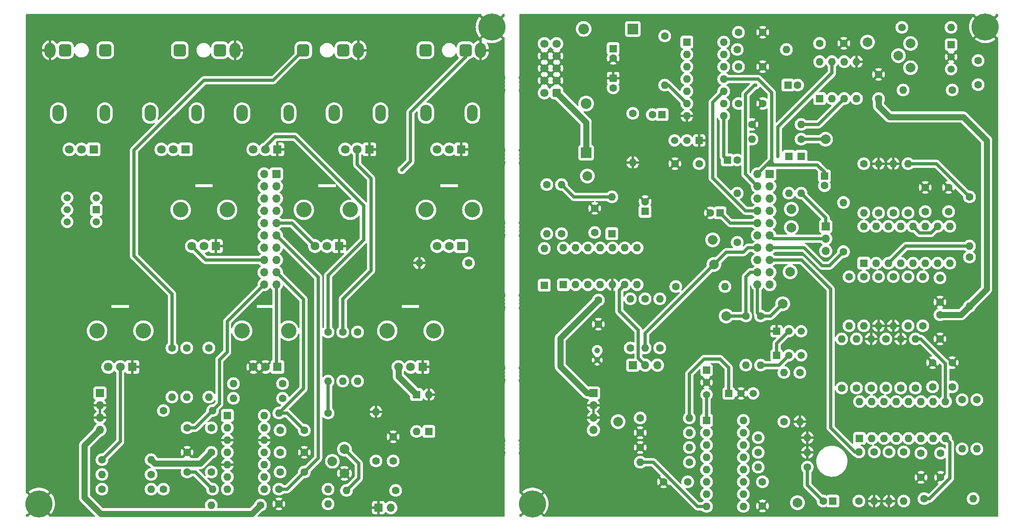
<source format=gbl>
%TF.GenerationSoftware,KiCad,Pcbnew,(6.0.6-0)*%
%TF.CreationDate,2023-05-09T21:30:29+01:00*%
%TF.ProjectId,magnum-drum-synth,6d61676e-756d-42d6-9472-756d2d73796e,r05*%
%TF.SameCoordinates,Original*%
%TF.FileFunction,Copper,L2,Bot*%
%TF.FilePolarity,Positive*%
%FSLAX46Y46*%
G04 Gerber Fmt 4.6, Leading zero omitted, Abs format (unit mm)*
G04 Created by KiCad (PCBNEW (6.0.6-0)) date 2023-05-09 21:30:29*
%MOMM*%
%LPD*%
G01*
G04 APERTURE LIST*
G04 Aperture macros list*
%AMRoundRect*
0 Rectangle with rounded corners*
0 $1 Rounding radius*
0 $2 $3 $4 $5 $6 $7 $8 $9 X,Y pos of 4 corners*
0 Add a 4 corners polygon primitive as box body*
4,1,4,$2,$3,$4,$5,$6,$7,$8,$9,$2,$3,0*
0 Add four circle primitives for the rounded corners*
1,1,$1+$1,$2,$3*
1,1,$1+$1,$4,$5*
1,1,$1+$1,$6,$7*
1,1,$1+$1,$8,$9*
0 Add four rect primitives between the rounded corners*
20,1,$1+$1,$2,$3,$4,$5,0*
20,1,$1+$1,$4,$5,$6,$7,0*
20,1,$1+$1,$6,$7,$8,$9,0*
20,1,$1+$1,$8,$9,$2,$3,0*%
G04 Aperture macros list end*
%TA.AperFunction,ComponentPad*%
%ADD10C,5.600000*%
%TD*%
%TA.AperFunction,ComponentPad*%
%ADD11C,1.600000*%
%TD*%
%TA.AperFunction,ComponentPad*%
%ADD12O,1.600000X1.600000*%
%TD*%
%TA.AperFunction,ComponentPad*%
%ADD13C,2.000000*%
%TD*%
%TA.AperFunction,ComponentPad*%
%ADD14R,1.500000X1.500000*%
%TD*%
%TA.AperFunction,ComponentPad*%
%ADD15C,1.500000*%
%TD*%
%TA.AperFunction,ComponentPad*%
%ADD16R,1.600000X1.600000*%
%TD*%
%TA.AperFunction,ComponentPad*%
%ADD17RoundRect,0.250000X0.600000X0.600000X-0.600000X0.600000X-0.600000X-0.600000X0.600000X-0.600000X0*%
%TD*%
%TA.AperFunction,ComponentPad*%
%ADD18C,1.700000*%
%TD*%
%TA.AperFunction,ComponentPad*%
%ADD19R,1.700000X1.700000*%
%TD*%
%TA.AperFunction,ComponentPad*%
%ADD20O,1.700000X1.700000*%
%TD*%
%TA.AperFunction,ComponentPad*%
%ADD21C,1.200000*%
%TD*%
%TA.AperFunction,ComponentPad*%
%ADD22R,2.200000X2.200000*%
%TD*%
%TA.AperFunction,ComponentPad*%
%ADD23O,2.200000X2.200000*%
%TD*%
%TA.AperFunction,ComponentPad*%
%ADD24O,2.300000X3.100000*%
%TD*%
%TA.AperFunction,ComponentPad*%
%ADD25RoundRect,0.650000X-0.650000X0.650000X-0.650000X-0.650000X0.650000X-0.650000X0.650000X0.650000X0*%
%TD*%
%TA.AperFunction,ComponentPad*%
%ADD26C,3.200000*%
%TD*%
%TA.AperFunction,ComponentPad*%
%ADD27R,1.800000X1.800000*%
%TD*%
%TA.AperFunction,ComponentPad*%
%ADD28C,1.800000*%
%TD*%
%TA.AperFunction,ComponentPad*%
%ADD29O,2.400000X3.400000*%
%TD*%
%TA.AperFunction,ComponentPad*%
%ADD30O,2.200000X3.400000*%
%TD*%
%TA.AperFunction,ComponentPad*%
%ADD31RoundRect,0.650000X0.650000X-0.650000X0.650000X0.650000X-0.650000X0.650000X-0.650000X-0.650000X0*%
%TD*%
%TA.AperFunction,ViaPad*%
%ADD32C,0.762000*%
%TD*%
%TA.AperFunction,Conductor*%
%ADD33C,0.635000*%
%TD*%
%TA.AperFunction,Conductor*%
%ADD34C,1.270000*%
%TD*%
G04 APERTURE END LIST*
D10*
%TO.P,H2,1,1*%
%TO.N,GND*%
X33200000Y-131800000D03*
%TD*%
D11*
%TO.P,R36,1*%
%TO.N,/OSC2_LFO_MAIN*%
X177546000Y-77724000D03*
D12*
%TO.P,R36,2*%
%TO.N,/OSC2_FREQ_L_MAIN*%
X177546000Y-67564000D03*
%TD*%
D11*
%TO.P,R6,1*%
%TO.N,Net-(J9-PadT)*%
X60706000Y-99568000D03*
D12*
%TO.P,R6,2*%
%TO.N,Net-(C1-Pad1)*%
X60706000Y-109728000D03*
%TD*%
D13*
%TO.P,TP2,1,1*%
%TO.N,Net-(D5-Pad1)*%
X195800000Y-56400000D03*
%TD*%
D11*
%TO.P,R50,1*%
%TO.N,Net-(J5-Pad3)*%
X161544000Y-99568000D03*
D12*
%TO.P,R50,2*%
%TO.N,/OutputVCA/Output*%
X161544000Y-89408000D03*
%TD*%
D11*
%TO.P,R24,1*%
%TO.N,Net-(C11-Pad2)*%
X221996000Y-46228000D03*
D12*
%TO.P,R24,2*%
%TO.N,Net-(R24-Pad2)*%
X211836000Y-46228000D03*
%TD*%
D11*
%TO.P,R33,1*%
%TO.N,Net-(R32-Pad1)*%
X212852000Y-71628000D03*
D12*
%TO.P,R33,2*%
%TO.N,Net-(R30-Pad1)*%
X212852000Y-61468000D03*
%TD*%
D10*
%TO.P,H9,1,1*%
%TO.N,GND*%
X228800000Y-33200000D03*
%TD*%
D14*
%TO.P,Q2,1,E*%
%TO.N,GND*%
X169672000Y-56642000D03*
D15*
%TO.P,Q2,2,B*%
%TO.N,Net-(C19-Pad2)*%
X167132000Y-56642000D03*
%TO.P,Q2,3,C*%
%TO.N,Net-(Q2-Pad3)*%
X164592000Y-56642000D03*
%TD*%
D16*
%TO.P,C17,1*%
%TO.N,Net-(C17-Pad1)*%
X161991113Y-51308000D03*
D11*
%TO.P,C17,2*%
%TO.N,Net-(C17-Pad2)*%
X159991113Y-51308000D03*
%TD*%
%TO.P,R69,1*%
%TO.N,/OutputVCA/Input*%
X192030000Y-124214000D03*
D12*
%TO.P,R69,2*%
%TO.N,Net-(R67-Pad1)*%
X181870000Y-124214000D03*
%TD*%
D16*
%TO.P,C20,1*%
%TO.N,/OSC1_FREQ_R_MAIN*%
X195580000Y-64008000D03*
D11*
%TO.P,C20,2*%
%TO.N,/OSC1_SIGNAL_MAIN*%
X195580000Y-66008000D03*
%TD*%
D12*
%TO.P,R15,2*%
%TO.N,Net-(C6-Pad1)*%
X56388000Y-128778000D03*
D11*
%TO.P,R15,1*%
%TO.N,Net-(J10-PadT)*%
X46228000Y-128778000D03*
%TD*%
%TO.P,R47,1*%
%TO.N,Net-(R43-Pad2)*%
X215900000Y-94996000D03*
D12*
%TO.P,R47,2*%
%TO.N,-12V*%
X215900000Y-84836000D03*
%TD*%
D11*
%TO.P,R16,1*%
%TO.N,Net-(C6-Pad1)*%
X58928000Y-128778000D03*
D12*
%TO.P,R16,2*%
%TO.N,/AMP_DECAY_CV_MIX_CTRL*%
X69088000Y-128778000D03*
%TD*%
D11*
%TO.P,R5,1*%
%TO.N,Net-(R5-Pad1)*%
X63754000Y-99568000D03*
D12*
%TO.P,R5,2*%
%TO.N,Net-(C1-Pad1)*%
X63754000Y-109728000D03*
%TD*%
D11*
%TO.P,R64,1*%
%TO.N,Net-(R57-Pad2)*%
X205867000Y-121078000D03*
D12*
%TO.P,R64,2*%
%TO.N,GND*%
X205867000Y-131238000D03*
%TD*%
D11*
%TO.P,R70,1*%
%TO.N,/Filter/Output*%
X216154000Y-130730000D03*
D12*
%TO.P,R70,2*%
%TO.N,-12V*%
X226314000Y-130730000D03*
%TD*%
D11*
%TO.P,R21,1*%
%TO.N,+12V*%
X211582000Y-33274000D03*
D12*
%TO.P,R21,2*%
%TO.N,Net-(C11-Pad1)*%
X221742000Y-33274000D03*
%TD*%
D11*
%TO.P,R26,1*%
%TO.N,GND*%
X180594000Y-53340000D03*
D12*
%TO.P,R26,2*%
%TO.N,Net-(C18-Pad2)*%
X190754000Y-53340000D03*
%TD*%
D11*
%TO.P,R25,1*%
%TO.N,Net-(C17-Pad2)*%
X155956000Y-51054000D03*
D12*
%TO.P,R25,2*%
%TO.N,GND*%
X155956000Y-61214000D03*
%TD*%
D11*
%TO.P,R44,1*%
%TO.N,/OutputVCA/Output*%
X158496000Y-89408000D03*
D12*
%TO.P,R44,2*%
%TO.N,/FINAL_OUTPUT_MAIN*%
X158496000Y-99568000D03*
%TD*%
D11*
%TO.P,R51,1*%
%TO.N,Net-(Q4-Pad2)*%
X190500000Y-104648000D03*
D12*
%TO.P,R51,2*%
%TO.N,GND*%
X190500000Y-114808000D03*
%TD*%
D11*
%TO.P,C33,1*%
%TO.N,GND*%
X219583000Y-126332000D03*
%TO.P,C33,2*%
%TO.N,Net-(C33-Pad2)*%
X219583000Y-121332000D03*
%TD*%
%TO.P,R7,1*%
%TO.N,Net-(R7-Pad1)*%
X68326000Y-99568000D03*
D12*
%TO.P,R7,2*%
%TO.N,Net-(C1-Pad1)*%
X68326000Y-109728000D03*
%TD*%
D13*
%TO.P,TP10,1,1*%
%TO.N,/AMP_DECAY_CV_MIX_MAIN*%
X175260000Y-92964000D03*
%TD*%
D11*
%TO.P,C6,1*%
%TO.N,Net-(C6-Pad1)*%
X68834000Y-125222000D03*
%TO.P,C6,2*%
%TO.N,/AMP_DECAY_CV_MIX_CTRL*%
X63834000Y-125222000D03*
%TD*%
%TO.P,R46,1*%
%TO.N,/FILTER_FREQ_CV_MAIN*%
X182372000Y-92964000D03*
D12*
%TO.P,R46,2*%
%TO.N,Net-(Q4-Pad2)*%
X182372000Y-103124000D03*
%TD*%
D13*
%TO.P,TP4,1,1*%
%TO.N,/OSC2_SIGNAL_MAIN*%
X188722000Y-70866000D03*
%TD*%
D12*
%TO.P,R14,2*%
%TO.N,Net-(R12-Pad1)*%
X46228000Y-125730000D03*
D11*
%TO.P,R14,1*%
%TO.N,Net-(C6-Pad1)*%
X56388000Y-125730000D03*
%TD*%
D13*
%TO.P,TP3,1,1*%
%TO.N,Net-(C17-Pad1)*%
X146558000Y-64008000D03*
%TD*%
D14*
%TO.P,Q4,1,E*%
%TO.N,Net-(Q3-Pad2)*%
X185674000Y-101092000D03*
D15*
%TO.P,Q4,2,B*%
%TO.N,Net-(Q4-Pad2)*%
X188214000Y-101092000D03*
%TO.P,Q4,3,C*%
%TO.N,+12V*%
X190754000Y-101092000D03*
%TD*%
D16*
%TO.P,C23,1*%
%TO.N,Net-(C23-Pad1)*%
X158496000Y-71313113D03*
D11*
%TO.P,C23,2*%
%TO.N,GND*%
X158496000Y-69313113D03*
%TD*%
%TO.P,C28,1*%
%TO.N,GND*%
X219456000Y-97710000D03*
%TO.P,C28,2*%
%TO.N,-12V*%
X219456000Y-92710000D03*
%TD*%
D16*
%TO.P,U1,1*%
%TO.N,/FILTER_FREQ_CV_CTRL*%
X72146000Y-113533000D03*
D12*
%TO.P,U1,2,-*%
%TO.N,Net-(C1-Pad1)*%
X72146000Y-116073000D03*
%TO.P,U1,3,+*%
%TO.N,GND*%
X72146000Y-118613000D03*
%TO.P,U1,4,V+*%
%TO.N,+12V*%
X72146000Y-121153000D03*
%TO.P,U1,5,+*%
%TO.N,GND*%
X72146000Y-123693000D03*
%TO.P,U1,6,-*%
%TO.N,Net-(C6-Pad1)*%
X72146000Y-126233000D03*
%TO.P,U1,7*%
%TO.N,/AMP_DECAY_CV_MIX_CTRL*%
X72146000Y-128773000D03*
%TO.P,U1,8*%
%TO.N,/PIEZO_CTRL*%
X79766000Y-128773000D03*
%TO.P,U1,9,-*%
%TO.N,Net-(C7-Pad1)*%
X79766000Y-126233000D03*
%TO.P,U1,10,+*%
%TO.N,Net-(C3-Pad2)*%
X79766000Y-123693000D03*
%TO.P,U1,11,V-*%
%TO.N,-12V*%
X79766000Y-121153000D03*
%TO.P,U1,12,+*%
%TO.N,GND*%
X79766000Y-118613000D03*
%TO.P,U1,13,-*%
%TO.N,Net-(C2-Pad1)*%
X79766000Y-116073000D03*
%TO.P,U1,14*%
%TO.N,/MIX_RETURN_CTRL*%
X79766000Y-113533000D03*
%TD*%
D11*
%TO.P,C30,1*%
%TO.N,GND*%
X221996000Y-102616000D03*
%TO.P,C30,2*%
%TO.N,Net-(C30-Pad2)*%
X221996000Y-107616000D03*
%TD*%
D16*
%TO.P,D1,1,K*%
%TO.N,+12V*%
X111252000Y-109220000D03*
D12*
%TO.P,D1,2,A*%
%TO.N,Net-(D1-Pad2)*%
X111252000Y-116840000D03*
%TD*%
D11*
%TO.P,R66,1*%
%TO.N,Net-(R65-Pad1)*%
X211963000Y-121078000D03*
D12*
%TO.P,R66,2*%
%TO.N,/Filter/Output*%
X211963000Y-131238000D03*
%TD*%
D11*
%TO.P,R58,1*%
%TO.N,Net-(R56-Pad2)*%
X227076000Y-110283000D03*
D12*
%TO.P,R58,2*%
%TO.N,-12V*%
X227076000Y-120443000D03*
%TD*%
D11*
%TO.P,C25,1*%
%TO.N,GND*%
X148082000Y-70692000D03*
%TO.P,C25,2*%
%TO.N,-12V*%
X148082000Y-75692000D03*
%TD*%
%TO.P,C21,1*%
%TO.N,GND*%
X221234000Y-66374000D03*
%TO.P,C21,2*%
%TO.N,Net-(C21-Pad2)*%
X221234000Y-71374000D03*
%TD*%
%TO.P,C9,1*%
%TO.N,+12V*%
X194564000Y-36576000D03*
%TO.P,C9,2*%
%TO.N,GND*%
X199564000Y-36576000D03*
%TD*%
%TO.P,R34,1*%
%TO.N,Net-(C23-Pad1)*%
X164846000Y-86868000D03*
D12*
%TO.P,R34,2*%
%TO.N,/FILTER_ENV_DECAY_MAIN*%
X175006000Y-86868000D03*
%TD*%
D11*
%TO.P,R65,1*%
%TO.N,Net-(R65-Pad1)*%
X208915000Y-121078000D03*
D12*
%TO.P,R65,2*%
%TO.N,GND*%
X208915000Y-131238000D03*
%TD*%
D16*
%TO.P,D6,1,K*%
%TO.N,Net-(D5-Pad1)*%
X190754000Y-59944000D03*
D12*
%TO.P,D6,2,A*%
%TO.N,Net-(D6-Pad2)*%
X190754000Y-67564000D03*
%TD*%
D13*
%TO.P,TP5,1,1*%
%TO.N,/OSC1_SIGNAL_MAIN*%
X188722000Y-74676000D03*
%TD*%
D16*
%TO.P,D7,1,K*%
%TO.N,Net-(C23-Pad1)*%
X151638000Y-75946000D03*
D12*
%TO.P,D7,2,A*%
%TO.N,Net-(D7-Pad2)*%
X151638000Y-68326000D03*
%TD*%
D11*
%TO.P,R12,1*%
%TO.N,Net-(R12-Pad1)*%
X46228000Y-122682000D03*
D12*
%TO.P,R12,2*%
%TO.N,+12V*%
X56388000Y-122682000D03*
%TD*%
D17*
%TO.P,J3,1,-12V*%
%TO.N,Net-(D4-Pad1)*%
X140208000Y-46796888D03*
D18*
%TO.P,J3,2,-12V*%
X137668000Y-46796888D03*
%TO.P,J3,3,GND*%
%TO.N,GND*%
X140208000Y-44256888D03*
%TO.P,J3,4,GND*%
X137668000Y-44256888D03*
%TO.P,J3,5,GND*%
X140208000Y-41716888D03*
%TO.P,J3,6,GND*%
X137668000Y-41716888D03*
%TO.P,J3,7,GND*%
X140208000Y-39176888D03*
%TO.P,J3,8,GND*%
X137668000Y-39176888D03*
%TO.P,J3,9,+12V*%
%TO.N,Net-(D3-Pad2)*%
X140208000Y-36636888D03*
%TO.P,J3,10,+12V*%
X137668000Y-36636888D03*
%TD*%
D16*
%TO.P,D2,1,K*%
%TO.N,Net-(D1-Pad2)*%
X113792000Y-116840000D03*
D12*
%TO.P,D2,2,A*%
%TO.N,GND*%
X113792000Y-109220000D03*
%TD*%
D13*
%TO.P,RV2,1,1*%
%TO.N,Net-(R24-Pad2)*%
X213360000Y-41616000D03*
%TO.P,RV2,2,2*%
%TO.N,/NOISE_SIGNAL_MAIN*%
X210860000Y-39116000D03*
%TO.P,RV2,3,3*%
X213360000Y-36616000D03*
%TD*%
D11*
%TO.P,R18,1*%
%TO.N,Net-(D1-Pad2)*%
X106934000Y-129032000D03*
D12*
%TO.P,R18,2*%
%TO.N,Net-(R18-Pad2)*%
X96774000Y-129032000D03*
%TD*%
D10*
%TO.P,H1,1,1*%
%TO.N,GND*%
X126800000Y-33200000D03*
%TD*%
D16*
%TO.P,U4,1*%
%TO.N,Net-(R40-Pad1)*%
X203708000Y-82042000D03*
D12*
%TO.P,U4,2,DIODE_BIAS*%
%TO.N,unconnected-(U4-Pad2)*%
X206248000Y-82042000D03*
%TO.P,U4,3,+*%
%TO.N,Net-(R30-Pad2)*%
X208788000Y-82042000D03*
%TO.P,U4,4,-*%
%TO.N,Net-(R42-Pad1)*%
X211328000Y-82042000D03*
%TO.P,U4,5*%
%TO.N,Net-(C27-Pad2)*%
X213868000Y-82042000D03*
%TO.P,U4,6,V-*%
%TO.N,-12V*%
X216408000Y-82042000D03*
%TO.P,U4,7*%
%TO.N,Net-(C27-Pad2)*%
X218948000Y-82042000D03*
%TO.P,U4,8*%
%TO.N,Net-(R43-Pad2)*%
X221488000Y-82042000D03*
%TO.P,U4,9*%
%TO.N,Net-(R30-Pad1)*%
X221488000Y-74422000D03*
%TO.P,U4,10*%
%TO.N,Net-(C21-Pad2)*%
X218948000Y-74422000D03*
%TO.P,U4,11,V+*%
%TO.N,+12V*%
X216408000Y-74422000D03*
%TO.P,U4,12*%
%TO.N,Net-(C21-Pad2)*%
X213868000Y-74422000D03*
%TO.P,U4,13,-*%
%TO.N,Net-(R32-Pad1)*%
X211328000Y-74422000D03*
%TO.P,U4,14,+*%
%TO.N,Net-(R28-Pad2)*%
X208788000Y-74422000D03*
%TO.P,U4,15,DIODE_BIAS*%
%TO.N,unconnected-(U4-Pad15)*%
X206248000Y-74422000D03*
%TO.P,U4,16*%
%TO.N,Net-(R39-Pad1)*%
X203708000Y-74422000D03*
%TD*%
D13*
%TO.P,TP11,1,1*%
%TO.N,Net-(R59-Pad1)*%
X152908000Y-114808000D03*
%TD*%
D11*
%TO.P,C35,2*%
%TO.N,GND*%
X182753000Y-132254000D03*
%TO.P,C35,1*%
%TO.N,+12V*%
X182753000Y-127254000D03*
%TD*%
D16*
%TO.P,C18,1*%
%TO.N,/OSC2_LFO_MAIN*%
X175514000Y-60706000D03*
D11*
%TO.P,C18,2*%
%TO.N,Net-(C18-Pad2)*%
X177514000Y-60706000D03*
%TD*%
%TO.P,R43,1*%
%TO.N,Net-(R42-Pad1)*%
X212852000Y-84836000D03*
D12*
%TO.P,R43,2*%
%TO.N,Net-(R43-Pad2)*%
X212852000Y-94996000D03*
%TD*%
D14*
%TO.P,Q6,1,E*%
%TO.N,Net-(Q6-Pad1)*%
X175768000Y-108966000D03*
D15*
%TO.P,Q6,2,B*%
%TO.N,GND*%
X178308000Y-108966000D03*
%TO.P,Q6,3,C*%
%TO.N,/OutputVCA/I_Gain*%
X180848000Y-108966000D03*
%TD*%
D11*
%TO.P,R31,1*%
%TO.N,Net-(R28-Pad2)*%
X206756000Y-71628000D03*
D12*
%TO.P,R31,2*%
%TO.N,GND*%
X206756000Y-61468000D03*
%TD*%
D10*
%TO.P,H10,1,1*%
%TO.N,GND*%
X135200000Y-131800000D03*
%TD*%
D11*
%TO.P,R56,1*%
%TO.N,Net-(R55-Pad1)*%
X214376000Y-107870000D03*
D12*
%TO.P,R56,2*%
%TO.N,Net-(R56-Pad2)*%
X214376000Y-97710000D03*
%TD*%
D11*
%TO.P,R59,1*%
%TO.N,Net-(R59-Pad1)*%
X157480000Y-114046000D03*
D12*
%TO.P,R59,2*%
%TO.N,Net-(Q6-Pad1)*%
X167640000Y-114046000D03*
%TD*%
D11*
%TO.P,R53,1*%
%TO.N,Net-(R53-Pad1)*%
X202184000Y-107870000D03*
D12*
%TO.P,R53,2*%
%TO.N,/Filter/I_Freq*%
X202184000Y-97710000D03*
%TD*%
D11*
%TO.P,C12,1*%
%TO.N,GND*%
X182800000Y-41402000D03*
%TO.P,C12,2*%
%TO.N,Net-(C12-Pad2)*%
X177800000Y-41402000D03*
%TD*%
%TO.P,R62,1*%
%TO.N,Net-(R62-Pad1)*%
X181870000Y-118118000D03*
D12*
%TO.P,R62,2*%
%TO.N,GND*%
X192030000Y-118118000D03*
%TD*%
D19*
%TO.P,J5,1,Pin_1*%
%TO.N,Net-(J5-Pad1)*%
X155956000Y-103124000D03*
D20*
%TO.P,J5,2,Pin_2*%
%TO.N,Net-(J5-Pad2)*%
X158496000Y-103124000D03*
%TO.P,J5,3,Pin_3*%
%TO.N,Net-(J5-Pad3)*%
X161036000Y-103124000D03*
%TD*%
D11*
%TO.P,R41,1*%
%TO.N,Net-(R30-Pad2)*%
X206756000Y-84836000D03*
D12*
%TO.P,R41,2*%
%TO.N,GND*%
X206756000Y-94996000D03*
%TD*%
D19*
%TO.P,J2,1,Pin_1*%
%TO.N,+12V*%
X45800000Y-108900000D03*
D20*
%TO.P,J2,2,Pin_2*%
%TO.N,GND*%
X45800000Y-111440000D03*
%TO.P,J2,3,Pin_3*%
X45800000Y-113980000D03*
%TO.P,J2,4,Pin_4*%
%TO.N,-12V*%
X45800000Y-116520000D03*
%TD*%
D11*
%TO.P,R55,1*%
%TO.N,Net-(R55-Pad1)*%
X211328000Y-107870000D03*
D12*
%TO.P,R55,2*%
%TO.N,GND*%
X211328000Y-97710000D03*
%TD*%
D14*
%TO.P,Q1,1,E*%
%TO.N,Net-(C11-Pad1)*%
X221742000Y-36830000D03*
D15*
%TO.P,Q1,2,B*%
%TO.N,GND*%
X221742000Y-39370000D03*
%TO.P,Q1,3,C*%
%TO.N,unconnected-(Q1-Pad3)*%
X221742000Y-41910000D03*
%TD*%
D16*
%TO.P,C15,1*%
%TO.N,/OSC2_FREQ_R_MAIN*%
X188020888Y-45212000D03*
D11*
%TO.P,C15,2*%
%TO.N,/OSC2_SIGNAL_MAIN*%
X190020888Y-45212000D03*
%TD*%
%TO.P,R28,1*%
%TO.N,/MIX_RETURN_MAIN*%
X203708000Y-61468000D03*
D12*
%TO.P,R28,2*%
%TO.N,Net-(R28-Pad2)*%
X203708000Y-71628000D03*
%TD*%
D11*
%TO.P,C4,1*%
%TO.N,+12V*%
X68834000Y-121158000D03*
%TO.P,C4,2*%
%TO.N,GND*%
X63834000Y-121158000D03*
%TD*%
D13*
%TO.P,TP6,1,1*%
%TO.N,/FILTER_ENV_MOD_MAIN*%
X172466000Y-77216000D03*
%TD*%
D21*
%TO.P,C29,1*%
%TO.N,Net-(C29-Pad1)*%
X148590000Y-100076000D03*
%TO.P,C29,2*%
%TO.N,GND*%
X148590000Y-102076000D03*
%TD*%
D19*
%TO.P,J1,1,Pin_1*%
%TO.N,/NOISE_SIGNAL_CTRL*%
X82275000Y-63600000D03*
D20*
%TO.P,J1,2,Pin_2*%
%TO.N,/OSC1_FREQ_R_CTRL*%
X79735000Y-63600000D03*
%TO.P,J1,3,Pin_3*%
%TO.N,/TRIG_IN_CTRL*%
X82275000Y-66140000D03*
%TO.P,J1,4,Pin_4*%
%TO.N,/OSC1_FREQ_L_CTRL*%
X79735000Y-66140000D03*
%TO.P,J1,5,Pin_5*%
%TO.N,/OSC2_SIGNAL_CTRL*%
X82275000Y-68680000D03*
%TO.P,J1,6,Pin_6*%
%TO.N,/OSC2_FREQ_L_CTRL*%
X79735000Y-68680000D03*
%TO.P,J1,7,Pin_7*%
%TO.N,/OSC1_SIGNAL_CTRL*%
X82275000Y-71220000D03*
%TO.P,J1,8,Pin_8*%
%TO.N,/OSC2_FREQ_R_CTRL*%
X79735000Y-71220000D03*
%TO.P,J1,9,Pin_9*%
%TO.N,/OSC2_FILTER_MOD_CTRL*%
X82275000Y-73760000D03*
%TO.P,J1,10,Pin_10*%
%TO.N,/OSC2_LFO_CAP_CTRL*%
X79735000Y-73760000D03*
%TO.P,J1,11,Pin_11*%
%TO.N,/PIEZO_CTRL*%
X82275000Y-76300000D03*
%TO.P,J1,12,Pin_12*%
%TO.N,/OSC2_LFO_CTRL*%
X79735000Y-76300000D03*
%TO.P,J1,13,Pin_13*%
%TO.N,/RES_AMOUNT_CTRL*%
X82275000Y-78840000D03*
%TO.P,J1,14,Pin_14*%
%TO.N,/FINAL_OUTPUT_CTRL*%
X79735000Y-78840000D03*
%TO.P,J1,15,Pin_15*%
%TO.N,/RES_TOP_CTRL*%
X82275000Y-81380000D03*
%TO.P,J1,16,Pin_16*%
%TO.N,/FILTER_ENV_MOD_CTRL*%
X79735000Y-81380000D03*
%TO.P,J1,17,Pin_17*%
%TO.N,/MIX_RETURN_CTRL*%
X82275000Y-83920000D03*
%TO.P,J1,18,Pin_18*%
%TO.N,/AMP_DECAY_CV_MIX_CTRL*%
X79735000Y-83920000D03*
%TO.P,J1,19,Pin_19*%
%TO.N,/FILTER_ENV_DECAY_CTRL*%
X82275000Y-86460000D03*
%TO.P,J1,20,Pin_20*%
%TO.N,/FILTER_FREQ_CV_CTRL*%
X79735000Y-86460000D03*
%TD*%
D13*
%TO.P,TP12,1,1*%
%TO.N,/OutputVCA/Input*%
X189992000Y-131572000D03*
%TD*%
D11*
%TO.P,R45,1*%
%TO.N,/AMP_DECAY_CV_MIX_MAIN*%
X179324000Y-92964000D03*
D12*
%TO.P,R45,2*%
%TO.N,Net-(Q5-Pad1)*%
X179324000Y-103124000D03*
%TD*%
D11*
%TO.P,R61,1*%
%TO.N,GND*%
X157486000Y-117102000D03*
D12*
%TO.P,R61,2*%
%TO.N,Net-(R61-Pad2)*%
X167646000Y-117102000D03*
%TD*%
D14*
%TO.P,Q3,1,E*%
%TO.N,GND*%
X185674000Y-96118000D03*
D15*
%TO.P,Q3,2,B*%
%TO.N,Net-(Q3-Pad2)*%
X188214000Y-96118000D03*
%TO.P,Q3,3,C*%
%TO.N,/Filter/I_Freq*%
X190754000Y-96118000D03*
%TD*%
D13*
%TO.P,TP1,1,1*%
%TO.N,/NOISE_SIGNAL_MAIN*%
X204470000Y-36322000D03*
%TD*%
D11*
%TO.P,R40,1*%
%TO.N,Net-(R40-Pad1)*%
X203708000Y-84836000D03*
D12*
%TO.P,R40,2*%
%TO.N,/Filter/I_Freq*%
X203708000Y-94996000D03*
%TD*%
D11*
%TO.P,R8,1*%
%TO.N,Net-(R8-Pad1)*%
X83566000Y-106934000D03*
D12*
%TO.P,R8,2*%
%TO.N,Net-(C1-Pad1)*%
X73406000Y-106934000D03*
%TD*%
D11*
%TO.P,R52,1*%
%TO.N,Net-(R52-Pad1)*%
X199136000Y-107870000D03*
D12*
%TO.P,R52,2*%
%TO.N,/Filter/I_Freq*%
X199136000Y-97710000D03*
%TD*%
D11*
%TO.P,R68,1*%
%TO.N,Net-(R63-Pad2)*%
X167646000Y-123198000D03*
D12*
%TO.P,R68,2*%
%TO.N,Net-(R68-Pad2)*%
X157486000Y-123198000D03*
%TD*%
D19*
%TO.P,J4,1,Pin_1*%
%TO.N,Net-(D6-Pad2)*%
X195834000Y-74422000D03*
D20*
%TO.P,J4,2,Pin_2*%
%TO.N,/PIEZO_MAIN*%
X195834000Y-76962000D03*
%TO.P,J4,3,Pin_3*%
%TO.N,unconnected-(J4-Pad3)*%
X195834000Y-79502000D03*
%TD*%
D11*
%TO.P,R37,1*%
%TO.N,/RES_AMOUNT_MAIN*%
X199500000Y-79660000D03*
D12*
%TO.P,R37,2*%
%TO.N,Net-(R32-Pad1)*%
X199500000Y-69500000D03*
%TD*%
D11*
%TO.P,C5,1*%
%TO.N,GND*%
X88058000Y-121158000D03*
%TO.P,C5,2*%
%TO.N,-12V*%
X83058000Y-121158000D03*
%TD*%
%TO.P,C32,1*%
%TO.N,GND*%
X215519000Y-126332000D03*
%TO.P,C32,2*%
%TO.N,-12V*%
X215519000Y-121332000D03*
%TD*%
D13*
%TO.P,RV1,1,1*%
%TO.N,GND*%
X96350000Y-125500000D03*
%TO.P,RV1,2,2*%
%TO.N,Net-(C3-Pad2)*%
X93850000Y-123000000D03*
%TO.P,RV1,3,3*%
%TO.N,Net-(R18-Pad2)*%
X96350000Y-120500000D03*
%TD*%
D11*
%TO.P,R30,1*%
%TO.N,Net-(R30-Pad1)*%
X225552000Y-68326000D03*
D12*
%TO.P,R30,2*%
%TO.N,Net-(R30-Pad2)*%
X225552000Y-78486000D03*
%TD*%
D16*
%TO.P,C14,1*%
%TO.N,GND*%
X151892000Y-43780888D03*
D11*
%TO.P,C14,2*%
%TO.N,-12V*%
X151892000Y-45780888D03*
%TD*%
%TO.P,C19,1*%
%TO.N,GND*%
X164672000Y-61468000D03*
%TO.P,C19,2*%
%TO.N,Net-(C19-Pad2)*%
X169672000Y-61468000D03*
%TD*%
%TO.P,R23,1*%
%TO.N,Net-(C12-Pad2)*%
X177546000Y-37846000D03*
D12*
%TO.P,R23,2*%
%TO.N,/OSC1_FREQ_L_MAIN*%
X187706000Y-37846000D03*
%TD*%
D11*
%TO.P,R38,1*%
%TO.N,Net-(R30-Pad1)*%
X225552000Y-80772000D03*
D12*
%TO.P,R38,2*%
%TO.N,-12V*%
X225552000Y-90932000D03*
%TD*%
D11*
%TO.P,R20,1*%
%TO.N,-12V*%
X78994000Y-132080000D03*
D12*
%TO.P,R20,2*%
%TO.N,Net-(C6-Pad1)*%
X68834000Y-132080000D03*
%TD*%
D11*
%TO.P,C31,1*%
%TO.N,+12V*%
X217932000Y-107616000D03*
%TO.P,C31,2*%
%TO.N,GND*%
X217932000Y-102616000D03*
%TD*%
%TO.P,C3,1*%
%TO.N,GND*%
X106426000Y-117936000D03*
%TO.P,C3,2*%
%TO.N,Net-(C3-Pad2)*%
X106426000Y-122936000D03*
%TD*%
D16*
%TO.P,C10,1*%
%TO.N,+12V*%
X151892000Y-37652888D03*
D11*
%TO.P,C10,2*%
%TO.N,GND*%
X151892000Y-39652888D03*
%TD*%
%TO.P,R4,1*%
%TO.N,Net-(R4-Pad1)*%
X99060000Y-96266000D03*
D12*
%TO.P,R4,2*%
%TO.N,Net-(C2-Pad1)*%
X99060000Y-106426000D03*
%TD*%
D11*
%TO.P,C27,1*%
%TO.N,GND*%
X219456000Y-90090000D03*
%TO.P,C27,2*%
%TO.N,Net-(C27-Pad2)*%
X219456000Y-85090000D03*
%TD*%
%TO.P,R48,1*%
%TO.N,Net-(R43-Pad2)*%
X208280000Y-97710000D03*
D12*
%TO.P,R48,2*%
%TO.N,Net-(R48-Pad2)*%
X208280000Y-107870000D03*
%TD*%
D11*
%TO.P,C1,1*%
%TO.N,Net-(C1-Pad1)*%
X68834000Y-116078000D03*
%TO.P,C1,2*%
%TO.N,/FILTER_FREQ_CV_CTRL*%
X63834000Y-116078000D03*
%TD*%
%TO.P,R17,1*%
%TO.N,/PIEZO_CTRL*%
X82804000Y-128778000D03*
D12*
%TO.P,R17,2*%
%TO.N,Net-(C7-Pad1)*%
X92964000Y-128778000D03*
%TD*%
D11*
%TO.P,R32,1*%
%TO.N,Net-(R32-Pad1)*%
X209804000Y-71628000D03*
D12*
%TO.P,R32,2*%
%TO.N,GND*%
X209804000Y-61468000D03*
%TD*%
D16*
%TO.P,D5,1,K*%
%TO.N,Net-(D5-Pad1)*%
X188214000Y-59944000D03*
D12*
%TO.P,D5,2,A*%
%TO.N,/TRIG_IN_MAIN*%
X188214000Y-67564000D03*
%TD*%
D16*
%TO.P,U5,1*%
%TO.N,Net-(R59-Pad1)*%
X141605000Y-86487000D03*
D12*
%TO.P,U5,2,-*%
X144145000Y-86487000D03*
%TO.P,U5,3,+*%
%TO.N,Net-(C29-Pad1)*%
X146685000Y-86487000D03*
%TO.P,U5,4,V+*%
%TO.N,+12V*%
X149225000Y-86487000D03*
%TO.P,U5,5,+*%
%TO.N,GND*%
X151765000Y-86487000D03*
%TO.P,U5,6,-*%
%TO.N,Net-(J5-Pad2)*%
X154305000Y-86487000D03*
%TO.P,U5,7*%
%TO.N,/OutputVCA/Output*%
X156845000Y-86487000D03*
%TO.P,U5,8*%
%TO.N,/FILTER_ENV_MOD_MAIN*%
X156845000Y-78867000D03*
%TO.P,U5,9,-*%
X154305000Y-78867000D03*
%TO.P,U5,10,+*%
%TO.N,Net-(C23-Pad1)*%
X151765000Y-78867000D03*
%TO.P,U5,11,V-*%
%TO.N,-12V*%
X149225000Y-78867000D03*
%TO.P,U5,12,+*%
%TO.N,Net-(C17-Pad1)*%
X146685000Y-78867000D03*
%TO.P,U5,13,-*%
%TO.N,/Trigger*%
X144145000Y-78867000D03*
%TO.P,U5,14*%
X141605000Y-78867000D03*
%TD*%
D11*
%TO.P,R3,1*%
%TO.N,Net-(R3-Pad1)*%
X96012000Y-96266000D03*
D12*
%TO.P,R3,2*%
%TO.N,Net-(C2-Pad1)*%
X96012000Y-106426000D03*
%TD*%
D11*
%TO.P,C11,1*%
%TO.N,Net-(C11-Pad1)*%
X227330000Y-40132000D03*
%TO.P,C11,2*%
%TO.N,Net-(C11-Pad2)*%
X227330000Y-45132000D03*
%TD*%
%TO.P,C16,1*%
%TO.N,/OSC2_LFO_MAIN*%
X177800000Y-49022000D03*
%TO.P,C16,2*%
%TO.N,GND*%
X182800000Y-49022000D03*
%TD*%
%TO.P,R27,1*%
%TO.N,Net-(D5-Pad1)*%
X190754000Y-56388000D03*
D12*
%TO.P,R27,2*%
%TO.N,Net-(C19-Pad2)*%
X180594000Y-56388000D03*
%TD*%
D11*
%TO.P,C8,1*%
%TO.N,+12V*%
X177800000Y-34290000D03*
%TO.P,C8,2*%
%TO.N,GND*%
X182800000Y-34290000D03*
%TD*%
%TO.P,C26,1*%
%TO.N,+12V*%
X148844000Y-89662000D03*
%TO.P,C26,2*%
%TO.N,GND*%
X148844000Y-94662000D03*
%TD*%
D14*
%TO.P,Q5,1,E*%
%TO.N,Net-(Q5-Pad1)*%
X171196000Y-104140000D03*
D15*
%TO.P,Q5,2,B*%
%TO.N,GND*%
X171196000Y-106680000D03*
%TO.P,Q5,3,C*%
%TO.N,Net-(Q5-Pad3)*%
X171196000Y-109220000D03*
%TD*%
D11*
%TO.P,R49,1*%
%TO.N,Net-(J5-Pad1)*%
X155448000Y-99568000D03*
D12*
%TO.P,R49,2*%
%TO.N,/OutputVCA/Output*%
X155448000Y-89408000D03*
%TD*%
D22*
%TO.P,D3,1,K*%
%TO.N,+12V*%
X155956000Y-33588888D03*
D23*
%TO.P,D3,2,A*%
%TO.N,Net-(D3-Pad2)*%
X145796000Y-33588888D03*
%TD*%
D11*
%TO.P,R10,1*%
%TO.N,Net-(C1-Pad1)*%
X58928000Y-112522000D03*
D12*
%TO.P,R10,2*%
%TO.N,/FILTER_FREQ_CV_CTRL*%
X69088000Y-112522000D03*
%TD*%
D11*
%TO.P,C22,1*%
%TO.N,+12V*%
X216408000Y-71374000D03*
%TO.P,C22,2*%
%TO.N,GND*%
X216408000Y-66374000D03*
%TD*%
%TO.P,R29,1*%
%TO.N,/Trigger*%
X138176000Y-65786000D03*
D12*
%TO.P,R29,2*%
%TO.N,Net-(D8-Pad2)*%
X138176000Y-75946000D03*
%TD*%
D16*
%TO.P,U2,1*%
%TO.N,Net-(C17-Pad2)*%
X167132000Y-36317000D03*
D12*
%TO.P,U2,2*%
X167132000Y-38857000D03*
%TO.P,U2,3*%
%TO.N,Net-(U2-Pad3)*%
X167132000Y-41397000D03*
%TO.P,U2,4*%
%TO.N,Net-(C17-Pad1)*%
X167132000Y-43937000D03*
%TO.P,U2,5*%
%TO.N,Net-(U2-Pad3)*%
X167132000Y-46477000D03*
%TO.P,U2,6*%
%TO.N,Net-(Q2-Pad3)*%
X167132000Y-49017000D03*
%TO.P,U2,7,GND*%
%TO.N,GND*%
X167132000Y-51557000D03*
%TO.P,U2,8*%
%TO.N,/OSC2_LFO_MAIN*%
X174752000Y-51557000D03*
%TO.P,U2,9*%
X174752000Y-49017000D03*
%TO.P,U2,10*%
%TO.N,/OSC2_FREQ_R_MAIN*%
X174752000Y-46477000D03*
%TO.P,U2,11*%
%TO.N,/OSC1_FREQ_R_MAIN*%
X174752000Y-43937000D03*
%TO.P,U2,12*%
%TO.N,Net-(C12-Pad2)*%
X174752000Y-41397000D03*
%TO.P,U2,13*%
X174752000Y-38857000D03*
%TO.P,U2,14,VCC*%
%TO.N,+12V*%
X174752000Y-36317000D03*
%TD*%
D16*
%TO.P,U7,1*%
%TO.N,Net-(R52-Pad1)*%
X202819000Y-118284000D03*
D12*
%TO.P,U7,2,DIODE_BIAS*%
%TO.N,unconnected-(U7-Pad2)*%
X205359000Y-118284000D03*
%TO.P,U7,3,+*%
%TO.N,Net-(R57-Pad2)*%
X207899000Y-118284000D03*
%TO.P,U7,4,-*%
%TO.N,Net-(R65-Pad1)*%
X210439000Y-118284000D03*
%TO.P,U7,5*%
%TO.N,Net-(C33-Pad2)*%
X212979000Y-118284000D03*
%TO.P,U7,6,V-*%
%TO.N,-12V*%
X215519000Y-118284000D03*
%TO.P,U7,7*%
%TO.N,Net-(C33-Pad2)*%
X218059000Y-118284000D03*
%TO.P,U7,8*%
%TO.N,/Filter/Output*%
X220599000Y-118284000D03*
%TO.P,U7,9*%
%TO.N,Net-(R56-Pad2)*%
X220599000Y-110664000D03*
%TO.P,U7,10*%
%TO.N,Net-(C30-Pad2)*%
X218059000Y-110664000D03*
%TO.P,U7,11,V+*%
%TO.N,+12V*%
X215519000Y-110664000D03*
%TO.P,U7,12*%
%TO.N,Net-(C30-Pad2)*%
X212979000Y-110664000D03*
%TO.P,U7,13,-*%
%TO.N,Net-(R55-Pad1)*%
X210439000Y-110664000D03*
%TO.P,U7,14,+*%
%TO.N,Net-(R48-Pad2)*%
X207899000Y-110664000D03*
%TO.P,U7,15,DIODE_BIAS*%
%TO.N,unconnected-(U7-Pad15)*%
X205359000Y-110664000D03*
%TO.P,U7,16*%
%TO.N,Net-(R53-Pad1)*%
X202819000Y-110664000D03*
%TD*%
D16*
%TO.P,D8,1,K*%
%TO.N,Net-(C29-Pad1)*%
X137668000Y-86614000D03*
D12*
%TO.P,D8,2,A*%
%TO.N,Net-(D8-Pad2)*%
X137668000Y-78994000D03*
%TD*%
D11*
%TO.P,R71,1*%
%TO.N,/Filter/Output*%
X202692000Y-131238000D03*
D12*
%TO.P,R71,2*%
%TO.N,/RES_TOP_MAIN*%
X202692000Y-121078000D03*
%TD*%
D11*
%TO.P,R19,1*%
%TO.N,GND*%
X82804000Y-131826000D03*
D12*
%TO.P,R19,2*%
%TO.N,Net-(C7-Pad1)*%
X92964000Y-131826000D03*
%TD*%
D11*
%TO.P,R63,1*%
%TO.N,GND*%
X157486000Y-120150000D03*
D12*
%TO.P,R63,2*%
%TO.N,Net-(R63-Pad2)*%
X167646000Y-120150000D03*
%TD*%
D11*
%TO.P,R39,1*%
%TO.N,Net-(R39-Pad1)*%
X200660000Y-84836000D03*
D12*
%TO.P,R39,2*%
%TO.N,/Filter/I_Freq*%
X200660000Y-94996000D03*
%TD*%
D13*
%TO.P,TP7,1,1*%
%TO.N,/FINAL_OUTPUT_MAIN*%
X172720000Y-82296000D03*
%TD*%
D22*
%TO.P,D4,1,K*%
%TO.N,Net-(D4-Pad1)*%
X146304000Y-59182000D03*
D23*
%TO.P,D4,2,A*%
%TO.N,-12V*%
X146304000Y-49022000D03*
%TD*%
D16*
%TO.P,C24,1*%
%TO.N,/OSC2_LFO_CAP_MAIN*%
X173990000Y-71628000D03*
D11*
%TO.P,C24,2*%
%TO.N,GND*%
X171990000Y-71628000D03*
%TD*%
%TO.P,C2,1*%
%TO.N,Net-(C2-Pad1)*%
X83058000Y-116586000D03*
%TO.P,C2,2*%
%TO.N,/MIX_RETURN_CTRL*%
X88058000Y-116586000D03*
%TD*%
D16*
%TO.P,U3,1*%
%TO.N,/OSC2_FILTER_MOD_MAIN*%
X194574000Y-47996000D03*
D12*
%TO.P,U3,2,-*%
X197114000Y-47996000D03*
%TO.P,U3,3,+*%
%TO.N,Net-(C18-Pad2)*%
X199654000Y-47996000D03*
%TO.P,U3,4,V-*%
%TO.N,-12V*%
X202194000Y-47996000D03*
%TO.P,U3,5,+*%
%TO.N,GND*%
X202194000Y-40376000D03*
%TO.P,U3,6,-*%
%TO.N,Net-(R24-Pad2)*%
X199654000Y-40376000D03*
%TO.P,U3,7*%
%TO.N,/NOISE_SIGNAL_MAIN*%
X197114000Y-40376000D03*
%TO.P,U3,8,V+*%
%TO.N,+12V*%
X194574000Y-40376000D03*
%TD*%
D16*
%TO.P,C36,1*%
%TO.N,/Filter/Output*%
X197297113Y-131238000D03*
D11*
%TO.P,C36,2*%
%TO.N,/OutputVCA/Input*%
X195297113Y-131238000D03*
%TD*%
%TO.P,R11,1*%
%TO.N,Net-(C2-Pad1)*%
X92964000Y-113030000D03*
D12*
%TO.P,R11,2*%
%TO.N,/MIX_RETURN_CTRL*%
X82804000Y-113030000D03*
%TD*%
D16*
%TO.P,U6,1*%
%TO.N,Net-(Q5-Pad3)*%
X171196000Y-114554000D03*
D12*
%TO.P,U6,2,DIODE_BIAS*%
%TO.N,unconnected-(U6-Pad2)*%
X171196000Y-117094000D03*
%TO.P,U6,3,+*%
%TO.N,Net-(R61-Pad2)*%
X171196000Y-119634000D03*
%TO.P,U6,4,-*%
%TO.N,Net-(R63-Pad2)*%
X171196000Y-122174000D03*
%TO.P,U6,5*%
%TO.N,Net-(C29-Pad1)*%
X171196000Y-124714000D03*
%TO.P,U6,6,V-*%
%TO.N,-12V*%
X171196000Y-127254000D03*
%TO.P,U6,7*%
%TO.N,Net-(C29-Pad1)*%
X171196000Y-129794000D03*
%TO.P,U6,8*%
%TO.N,Net-(R68-Pad2)*%
X171196000Y-132334000D03*
%TO.P,U6,9*%
%TO.N,unconnected-(U6-Pad9)*%
X178816000Y-132334000D03*
%TO.P,U6,10*%
%TO.N,unconnected-(U6-Pad10)*%
X178816000Y-129794000D03*
%TO.P,U6,11,V+*%
%TO.N,+12V*%
X178816000Y-127254000D03*
%TO.P,U6,12*%
%TO.N,Net-(J5-Pad2)*%
X178816000Y-124714000D03*
%TO.P,U6,13,-*%
%TO.N,Net-(R67-Pad1)*%
X178816000Y-122174000D03*
%TO.P,U6,14,+*%
%TO.N,Net-(R62-Pad1)*%
X178816000Y-119634000D03*
%TO.P,U6,15,DIODE_BIAS*%
%TO.N,unconnected-(U6-Pad15)*%
X178816000Y-117094000D03*
%TO.P,U6,16*%
%TO.N,/OutputVCA/I_Gain*%
X178816000Y-114554000D03*
%TD*%
D11*
%TO.P,C13,1*%
%TO.N,GND*%
X206756000Y-43006000D03*
%TO.P,C13,2*%
%TO.N,-12V*%
X206756000Y-48006000D03*
%TD*%
%TO.P,R22,1*%
%TO.N,+12V*%
X162560000Y-35052000D03*
D12*
%TO.P,R22,2*%
%TO.N,Net-(Q2-Pad3)*%
X162560000Y-45212000D03*
%TD*%
D11*
%TO.P,R60,1*%
%TO.N,-12V*%
X187198000Y-114808000D03*
D12*
%TO.P,R60,2*%
%TO.N,Net-(Q3-Pad2)*%
X187198000Y-104648000D03*
%TD*%
D11*
%TO.P,R35,1*%
%TO.N,/Trigger*%
X141224000Y-75946000D03*
D12*
%TO.P,R35,2*%
%TO.N,Net-(D7-Pad2)*%
X141224000Y-65786000D03*
%TD*%
D13*
%TO.P,TP9,1,1*%
%TO.N,/FILTER_FREQ_CV_MAIN*%
X186944000Y-90424000D03*
%TD*%
D11*
%TO.P,C7,1*%
%TO.N,Net-(C7-Pad1)*%
X83058000Y-125222000D03*
%TO.P,C7,2*%
%TO.N,/PIEZO_CTRL*%
X88058000Y-125222000D03*
%TD*%
D13*
%TO.P,TP8,1,1*%
%TO.N,/MIX_RETURN_MAIN*%
X188468000Y-83820000D03*
%TD*%
D11*
%TO.P,R57,1*%
%TO.N,Net-(R56-Pad2)*%
X224028000Y-110283000D03*
D12*
%TO.P,R57,2*%
%TO.N,Net-(R57-Pad2)*%
X224028000Y-120443000D03*
%TD*%
D11*
%TO.P,R54,1*%
%TO.N,Net-(R48-Pad2)*%
X205232000Y-107870000D03*
D12*
%TO.P,R54,2*%
%TO.N,GND*%
X205232000Y-97710000D03*
%TD*%
D11*
%TO.P,C34,1*%
%TO.N,GND*%
X162306000Y-127254000D03*
%TO.P,C34,2*%
%TO.N,-12V*%
X167306000Y-127254000D03*
%TD*%
%TO.P,R67,1*%
%TO.N,Net-(R67-Pad1)*%
X181870000Y-121166000D03*
D12*
%TO.P,R67,2*%
%TO.N,GND*%
X192030000Y-121166000D03*
%TD*%
D11*
%TO.P,R13,1*%
%TO.N,Net-(C3-Pad2)*%
X102870000Y-122936000D03*
D12*
%TO.P,R13,2*%
%TO.N,GND*%
X102870000Y-112776000D03*
%TD*%
D11*
%TO.P,R2,1*%
%TO.N,Net-(R2-Pad1)*%
X92964000Y-96266000D03*
D12*
%TO.P,R2,2*%
%TO.N,Net-(C2-Pad1)*%
X92964000Y-106426000D03*
%TD*%
D11*
%TO.P,R42,1*%
%TO.N,Net-(R42-Pad1)*%
X209804000Y-84836000D03*
D12*
%TO.P,R42,2*%
%TO.N,GND*%
X209804000Y-94996000D03*
%TD*%
D11*
%TO.P,R1,1*%
%TO.N,Net-(R1-Pad1)*%
X122000000Y-82000000D03*
D12*
%TO.P,R1,2*%
%TO.N,GND*%
X111840000Y-82000000D03*
%TD*%
D19*
%TO.P,MK1,1,-*%
%TO.N,GND*%
X103378000Y-132588000D03*
D20*
%TO.P,MK1,2,+*%
%TO.N,Net-(D1-Pad2)*%
X105918000Y-132588000D03*
%TD*%
D11*
%TO.P,R9,1*%
%TO.N,-12V*%
X83566000Y-109982000D03*
D12*
%TO.P,R9,2*%
%TO.N,Net-(C1-Pad1)*%
X73406000Y-109982000D03*
%TD*%
D24*
%TO.P,J10,S,Sleeve*%
%TO.N,GND*%
X73730005Y-38000000D03*
D25*
%TO.P,J10,T,Tip*%
%TO.N,Net-(J10-PadT)*%
X62330005Y-38000000D03*
%TO.P,J10,TN,Tip_normalize*%
%TO.N,unconnected-(J10-PadTN)*%
X70630005Y-38000000D03*
%TD*%
D26*
%TO.P,RV11,*%
%TO.N,*%
X114800000Y-96000000D03*
X105200000Y-96000000D03*
D27*
%TO.P,RV11,1,1*%
%TO.N,GND*%
X112500000Y-103500000D03*
D28*
%TO.P,RV11,2,2*%
%TO.N,Net-(R8-Pad1)*%
X110000000Y-103500000D03*
%TO.P,RV11,3,3*%
%TO.N,+12V*%
X107500000Y-103500000D03*
%TD*%
D29*
%TO.P,RV4,*%
%TO.N,*%
X94200000Y-51000000D03*
D30*
X103800000Y-51000000D03*
D27*
%TO.P,RV4,1,1*%
%TO.N,GND*%
X101500000Y-58500000D03*
D28*
%TO.P,RV4,2,2*%
%TO.N,Net-(R3-Pad1)*%
X99000000Y-58500000D03*
%TO.P,RV4,3,3*%
%TO.N,/OSC2_SIGNAL_CTRL*%
X96500000Y-58500000D03*
%TD*%
D26*
%TO.P,RV13,*%
%TO.N,*%
X45200000Y-96000000D03*
X54800000Y-96000000D03*
D27*
%TO.P,RV13,1,1*%
%TO.N,GND*%
X52500000Y-103500000D03*
D28*
%TO.P,RV13,2,2*%
%TO.N,Net-(R12-Pad1)*%
X50000000Y-103500000D03*
%TO.P,RV13,3,3*%
%TO.N,+12V*%
X47500000Y-103500000D03*
%TD*%
D26*
%TO.P,RV10,*%
%TO.N,*%
X62500000Y-71000000D03*
X72100000Y-71000000D03*
D27*
%TO.P,RV10,1,1*%
%TO.N,GND*%
X69800000Y-78500000D03*
D28*
%TO.P,RV10,2,2*%
%TO.N,Net-(R5-Pad1)*%
X67300000Y-78500000D03*
%TO.P,RV10,3,3*%
%TO.N,/FILTER_ENV_MOD_CTRL*%
X64800000Y-78500000D03*
%TD*%
D14*
%TO.P,SW1,1,A*%
%TO.N,/OSC2_LFO_CAP_CTRL*%
X45037000Y-70993000D03*
D15*
%TO.P,SW1,2,B*%
%TO.N,/OSC2_LFO_CTRL*%
X45037000Y-73493000D03*
%TO.P,SW1,3,C*%
%TO.N,unconnected-(SW1-Pad3)*%
X45037000Y-68493000D03*
%TO.P,SW1,4,A*%
%TO.N,unconnected-(SW1-Pad4)*%
X39037000Y-73493000D03*
%TO.P,SW1,5,B*%
%TO.N,unconnected-(SW1-Pad5)*%
X39037000Y-68493000D03*
%TO.P,SW1,6,C*%
%TO.N,unconnected-(SW1-Pad6)*%
X39037000Y-70993000D03*
%TD*%
D19*
%TO.P,J7,1,Pin_1*%
%TO.N,/NOISE_SIGNAL_MAIN*%
X184275000Y-63600000D03*
D20*
%TO.P,J7,2,Pin_2*%
%TO.N,/OSC1_FREQ_R_MAIN*%
X181735000Y-63600000D03*
%TO.P,J7,3,Pin_3*%
%TO.N,/TRIG_IN_MAIN*%
X184275000Y-66140000D03*
%TO.P,J7,4,Pin_4*%
%TO.N,/OSC1_FREQ_L_MAIN*%
X181735000Y-66140000D03*
%TO.P,J7,5,Pin_5*%
%TO.N,/OSC2_SIGNAL_MAIN*%
X184275000Y-68680000D03*
%TO.P,J7,6,Pin_6*%
%TO.N,/OSC2_FREQ_L_MAIN*%
X181735000Y-68680000D03*
%TO.P,J7,7,Pin_7*%
%TO.N,/OSC1_SIGNAL_MAIN*%
X184275000Y-71220000D03*
%TO.P,J7,8,Pin_8*%
%TO.N,/OSC2_FREQ_R_MAIN*%
X181735000Y-71220000D03*
%TO.P,J7,9,Pin_9*%
%TO.N,/OSC2_FILTER_MOD_MAIN*%
X184275000Y-73760000D03*
%TO.P,J7,10,Pin_10*%
%TO.N,/OSC2_LFO_CAP_MAIN*%
X181735000Y-73760000D03*
%TO.P,J7,11,Pin_11*%
%TO.N,/PIEZO_MAIN*%
X184275000Y-76300000D03*
%TO.P,J7,12,Pin_12*%
%TO.N,/OSC2_LFO_MAIN*%
X181735000Y-76300000D03*
%TO.P,J7,13,Pin_13*%
%TO.N,/RES_AMOUNT_MAIN*%
X184275000Y-78840000D03*
%TO.P,J7,14,Pin_14*%
%TO.N,/FINAL_OUTPUT_MAIN*%
X181735000Y-78840000D03*
%TO.P,J7,15,Pin_15*%
%TO.N,/RES_TOP_MAIN*%
X184275000Y-81380000D03*
%TO.P,J7,16,Pin_16*%
%TO.N,/FILTER_ENV_MOD_MAIN*%
X181735000Y-81380000D03*
%TO.P,J7,17,Pin_17*%
%TO.N,/MIX_RETURN_MAIN*%
X184275000Y-83920000D03*
%TO.P,J7,18,Pin_18*%
%TO.N,/AMP_DECAY_CV_MIX_MAIN*%
X181735000Y-83920000D03*
%TO.P,J7,19,Pin_19*%
%TO.N,/FILTER_ENV_DECAY_MAIN*%
X184275000Y-86460000D03*
%TO.P,J7,20,Pin_20*%
%TO.N,/FILTER_FREQ_CV_MAIN*%
X181735000Y-86460000D03*
%TD*%
D30*
%TO.P,RV3,*%
%TO.N,*%
X122800000Y-51000000D03*
D29*
X113200000Y-51000000D03*
D27*
%TO.P,RV3,1,1*%
%TO.N,GND*%
X120500000Y-58500000D03*
D28*
%TO.P,RV3,2,2*%
%TO.N,Net-(R4-Pad1)*%
X118000000Y-58500000D03*
%TO.P,RV3,3,3*%
%TO.N,/OSC1_SIGNAL_CTRL*%
X115500000Y-58500000D03*
%TD*%
D26*
%TO.P,RV9,*%
%TO.N,*%
X87950000Y-71000000D03*
X97550000Y-71000000D03*
D27*
%TO.P,RV9,1,1*%
%TO.N,GND*%
X95250000Y-78500000D03*
D28*
%TO.P,RV9,2,2*%
%TO.N,Net-(R7-Pad1)*%
X92750000Y-78500000D03*
%TO.P,RV9,3,3*%
%TO.N,/OSC2_FILTER_MOD_CTRL*%
X90250000Y-78500000D03*
%TD*%
D24*
%TO.P,J11,S,Sleeve*%
%TO.N,GND*%
X35519992Y-38000000D03*
D31*
%TO.P,J11,T,Tip*%
%TO.N,/FINAL_OUTPUT_CTRL*%
X46919992Y-38000000D03*
%TO.P,J11,TN,Tip_normalize*%
%TO.N,unconnected-(J11-PadTN)*%
X38619992Y-38000000D03*
%TD*%
D24*
%TO.P,J8,S,Sleeve*%
%TO.N,GND*%
X124479993Y-38000000D03*
D25*
%TO.P,J8,T,Tip*%
%TO.N,/TRIG_IN_CTRL*%
X113079993Y-38000000D03*
%TO.P,J8,TN,Tip_normalize*%
%TO.N,/PIEZO_CTRL*%
X121379993Y-38000000D03*
%TD*%
D19*
%TO.P,J6,1,Pin_1*%
%TO.N,+12V*%
X147800000Y-108900000D03*
D20*
%TO.P,J6,2,Pin_2*%
%TO.N,GND*%
X147800000Y-111440000D03*
%TO.P,J6,3,Pin_3*%
X147800000Y-113980000D03*
%TO.P,J6,4,Pin_4*%
%TO.N,-12V*%
X147800000Y-116520000D03*
%TD*%
D26*
%TO.P,RV8,*%
%TO.N,*%
X122800000Y-71000000D03*
X113200000Y-71000000D03*
D27*
%TO.P,RV8,1,1*%
%TO.N,Net-(R1-Pad1)*%
X120500000Y-78500000D03*
D28*
%TO.P,RV8,2,2*%
%TO.N,/RES_AMOUNT_CTRL*%
X118000000Y-78500000D03*
%TO.P,RV8,3,3*%
%TO.N,/RES_TOP_CTRL*%
X115500000Y-78500000D03*
%TD*%
D29*
%TO.P,RV5,*%
%TO.N,*%
X75200000Y-51000000D03*
D30*
X84800000Y-51000000D03*
D27*
%TO.P,RV5,1,1*%
%TO.N,GND*%
X82500000Y-58500000D03*
D28*
%TO.P,RV5,2,2*%
%TO.N,Net-(R2-Pad1)*%
X80000000Y-58500000D03*
%TO.P,RV5,3,3*%
%TO.N,/NOISE_SIGNAL_CTRL*%
X77500000Y-58500000D03*
%TD*%
D26*
%TO.P,RV12,*%
%TO.N,*%
X75200000Y-96000000D03*
X84800000Y-96000000D03*
D27*
%TO.P,RV12,1,1*%
%TO.N,/FILTER_ENV_DECAY_CTRL*%
X82500000Y-103500000D03*
D28*
%TO.P,RV12,2,2*%
%TO.N,GND*%
X80000000Y-103500000D03*
%TO.P,RV12,3,3*%
X77500000Y-103500000D03*
%TD*%
D29*
%TO.P,RV7,*%
%TO.N,*%
X37200000Y-51000000D03*
D30*
X46800000Y-51000000D03*
D27*
%TO.P,RV7,1,1*%
%TO.N,/OSC2_FREQ_L_CTRL*%
X44500000Y-58500000D03*
D28*
%TO.P,RV7,2,2*%
X42000000Y-58500000D03*
%TO.P,RV7,3,3*%
%TO.N,/OSC2_FREQ_R_CTRL*%
X39500000Y-58500000D03*
%TD*%
D29*
%TO.P,RV6,*%
%TO.N,*%
X56200000Y-51000000D03*
D30*
X65800000Y-51000000D03*
D27*
%TO.P,RV6,1,1*%
%TO.N,/OSC1_FREQ_R_CTRL*%
X63500000Y-58500000D03*
D28*
%TO.P,RV6,2,2*%
X61000000Y-58500000D03*
%TO.P,RV6,3,3*%
%TO.N,/OSC1_FREQ_L_CTRL*%
X58500000Y-58500000D03*
%TD*%
D24*
%TO.P,J9,S,Sleeve*%
%TO.N,GND*%
X99230005Y-38000000D03*
D25*
%TO.P,J9,T,Tip*%
%TO.N,Net-(J9-PadT)*%
X87830005Y-38000000D03*
%TO.P,J9,TN,Tip_normalize*%
%TO.N,unconnected-(J9-PadTN)*%
X96130005Y-38000000D03*
%TD*%
D32*
%TO.N,GND*%
X84500000Y-88700000D03*
X193100000Y-71900000D03*
X188600000Y-80200000D03*
X200100000Y-72300000D03*
X173800000Y-64000000D03*
X188600000Y-57800000D03*
X170000000Y-80200000D03*
X98200000Y-64300000D03*
X207500000Y-78900000D03*
X92700000Y-69500000D03*
X177200000Y-53900000D03*
X189738000Y-64516000D03*
X196000000Y-54000000D03*
X177700000Y-64800000D03*
%TO.N,/PIEZO_CTRL*%
X108204000Y-62738000D03*
%TO.N,/NOISE_SIGNAL_MAIN*%
X185928000Y-59944000D03*
%TO.N,/OSC1_FREQ_L_MAIN*%
X181356000Y-45212000D03*
%TD*%
D33*
%TO.N,Net-(C2-Pad1)*%
X92964000Y-106426000D02*
X92964000Y-113030000D01*
%TO.N,/Filter/Output*%
X217285370Y-130730000D02*
X221488000Y-126527370D01*
X221488000Y-119173000D02*
X220599000Y-118284000D01*
X221488000Y-126527370D02*
X221488000Y-119173000D01*
X216154000Y-130730000D02*
X217285370Y-130730000D01*
%TO.N,/OutputVCA/Input*%
X192030000Y-124214000D02*
X192030000Y-127970887D01*
X192030000Y-127970887D02*
X195297113Y-131238000D01*
%TO.N,Net-(C18-Pad2)*%
X190754000Y-53340000D02*
X194310000Y-53340000D01*
X194310000Y-53340000D02*
X199654000Y-47996000D01*
D34*
%TO.N,+12V*%
X66510001Y-123481999D02*
X68834000Y-121158000D01*
X56388000Y-122682000D02*
X57187999Y-123481999D01*
X107500000Y-103500000D02*
X107500000Y-105468000D01*
X140970000Y-103378000D02*
X146492000Y-108900000D01*
X148844000Y-89662000D02*
X140970000Y-97536000D01*
X57187999Y-123481999D02*
X66510001Y-123481999D01*
X146492000Y-108900000D02*
X147800000Y-108900000D01*
X107500000Y-105468000D02*
X111252000Y-109220000D01*
X140970000Y-97536000D02*
X140970000Y-103378000D01*
%TO.N,-12V*%
X45974000Y-133858000D02*
X42625000Y-130509000D01*
X77216000Y-133858000D02*
X45974000Y-133858000D01*
X42625000Y-130509000D02*
X42625000Y-119695000D01*
X229108000Y-87376000D02*
X229108000Y-56642000D01*
X225552000Y-90932000D02*
X229108000Y-87376000D01*
X206756000Y-49530000D02*
X206756000Y-48006000D01*
X223774000Y-92710000D02*
X225552000Y-90932000D01*
X229108000Y-56642000D02*
X224282000Y-51816000D01*
X209042000Y-51816000D02*
X206756000Y-49530000D01*
X42625000Y-119695000D02*
X45800000Y-116520000D01*
X219456000Y-92710000D02*
X223774000Y-92710000D01*
X224282000Y-51816000D02*
X209042000Y-51816000D01*
X78994000Y-132080000D02*
X77216000Y-133858000D01*
D33*
%TO.N,Net-(C21-Pad2)*%
X215239500Y-75793500D02*
X217576500Y-75793500D01*
X217576500Y-75793500D02*
X218948000Y-74422000D01*
X213868000Y-74422000D02*
X215239500Y-75793500D01*
%TO.N,Net-(D6-Pad2)*%
X195834000Y-72644000D02*
X190754000Y-67564000D01*
X195834000Y-74422000D02*
X195834000Y-72644000D01*
%TO.N,Net-(D7-Pad2)*%
X141224000Y-65786000D02*
X143764000Y-68326000D01*
X143764000Y-68326000D02*
X151638000Y-68326000D01*
D34*
%TO.N,Net-(D4-Pad1)*%
X146304000Y-52892888D02*
X146304000Y-59182000D01*
X140208000Y-46796888D02*
X146304000Y-52892888D01*
D33*
%TO.N,Net-(D5-Pad1)*%
X190754000Y-56388000D02*
X195788000Y-56388000D01*
%TO.N,Net-(J5-Pad2)*%
X153162000Y-87630000D02*
X153162000Y-91948000D01*
X153162000Y-91948000D02*
X157093806Y-95879806D01*
X154305000Y-86487000D02*
X153162000Y-87630000D01*
X157093806Y-101721806D02*
X158496000Y-103124000D01*
X157093806Y-95879806D02*
X157093806Y-101721806D01*
%TO.N,Net-(J9-PadT)*%
X52832000Y-80518000D02*
X60706000Y-88392000D01*
X52832000Y-58674000D02*
X52832000Y-80518000D01*
X81634005Y-44196000D02*
X67310000Y-44196000D01*
X67310000Y-44196000D02*
X52832000Y-58674000D01*
X60706000Y-88392000D02*
X60706000Y-99568000D01*
X87830005Y-38000000D02*
X81634005Y-44196000D01*
%TO.N,Net-(Q2-Pad3)*%
X163327000Y-45212000D02*
X167132000Y-49017000D01*
X162560000Y-45212000D02*
X163327000Y-45212000D01*
%TO.N,Net-(Q3-Pad2)*%
X185674000Y-101092000D02*
X185674000Y-98658000D01*
X185674000Y-98658000D02*
X188214000Y-96118000D01*
%TO.N,Net-(Q4-Pad2)*%
X182372000Y-103124000D02*
X186182000Y-103124000D01*
X186182000Y-103124000D02*
X188214000Y-101092000D01*
%TO.N,Net-(Q5-Pad3)*%
X171196000Y-114554000D02*
X171196000Y-109220000D01*
%TO.N,Net-(R56-Pad2)*%
X214376000Y-97710000D02*
X215507370Y-97710000D01*
X220599000Y-102801630D02*
X220599000Y-110664000D01*
X215507370Y-97710000D02*
X220599000Y-102801630D01*
%TO.N,Net-(Q6-Pad1)*%
X175768000Y-108966000D02*
X175768000Y-103632000D01*
X175768000Y-103632000D02*
X173990000Y-101854000D01*
X173990000Y-101854000D02*
X170677613Y-101854000D01*
X167640000Y-104891613D02*
X167640000Y-114046000D01*
X170677613Y-101854000D02*
X167640000Y-104891613D01*
%TO.N,Net-(R2-Pad1)*%
X92964000Y-96266000D02*
X92964000Y-84582000D01*
X86106000Y-55880000D02*
X82042000Y-55880000D01*
X100330000Y-70104000D02*
X86106000Y-55880000D01*
X82042000Y-55880000D02*
X80000000Y-57922000D01*
X100330000Y-77216000D02*
X100330000Y-70104000D01*
X92964000Y-84582000D02*
X100330000Y-77216000D01*
%TO.N,Net-(R3-Pad1)*%
X99000000Y-61662000D02*
X101854000Y-64516000D01*
X99000000Y-58500000D02*
X99000000Y-61662000D01*
X96012000Y-89408000D02*
X101854000Y-83566000D01*
X96012000Y-96266000D02*
X96012000Y-89408000D01*
X101854000Y-64516000D02*
X101854000Y-83566000D01*
%TO.N,Net-(R12-Pad1)*%
X50000000Y-103500000D02*
X50000000Y-118910000D01*
X50000000Y-118910000D02*
X46228000Y-122682000D01*
%TO.N,Net-(R18-Pad2)*%
X99314000Y-126492000D02*
X96774000Y-129032000D01*
X99314000Y-123464000D02*
X99314000Y-126492000D01*
X96350000Y-120500000D02*
X99314000Y-123464000D01*
%TO.N,Net-(R68-Pad2)*%
X169325594Y-132334000D02*
X171196000Y-132334000D01*
X157486000Y-123198000D02*
X160189594Y-123198000D01*
X160189594Y-123198000D02*
X169325594Y-132334000D01*
%TO.N,Net-(R30-Pad1)*%
X212852000Y-61468000D02*
X218694000Y-61468000D01*
X218694000Y-61468000D02*
X225552000Y-68326000D01*
%TO.N,Net-(R30-Pad2)*%
X212344000Y-78486000D02*
X208788000Y-82042000D01*
X225552000Y-78486000D02*
X212344000Y-78486000D01*
%TO.N,/PIEZO_CTRL*%
X121412000Y-38032007D02*
X121412000Y-39370000D01*
X109982000Y-60960000D02*
X108204000Y-62738000D01*
X90932000Y-122348000D02*
X88058000Y-125222000D01*
X84502000Y-128778000D02*
X88058000Y-125222000D01*
X82804000Y-128778000D02*
X84502000Y-128778000D01*
X90932000Y-84942000D02*
X90932000Y-122348000D01*
X121412000Y-39370000D02*
X109982000Y-50800000D01*
X82290000Y-76300000D02*
X90932000Y-84942000D01*
X109982000Y-50800000D02*
X109982000Y-60960000D01*
%TO.N,/PIEZO_MAIN*%
X195834000Y-76962000D02*
X184962000Y-76962000D01*
X184962000Y-76962000D02*
X184275000Y-76275000D01*
%TO.N,/FINAL_OUTPUT_MAIN*%
X181735000Y-78815000D02*
X179757000Y-78815000D01*
X179757000Y-78815000D02*
X178816000Y-79756000D01*
X175260000Y-79756000D02*
X172720000Y-82296000D01*
X158496000Y-99568000D02*
X158496000Y-96520000D01*
X158496000Y-96520000D02*
X172720000Y-82296000D01*
X178816000Y-79756000D02*
X175260000Y-79756000D01*
%TO.N,/MIX_RETURN_CTRL*%
X84502000Y-113030000D02*
X88058000Y-116586000D01*
X87884000Y-107950000D02*
X82804000Y-113030000D01*
X82804000Y-113030000D02*
X84502000Y-113030000D01*
X87884000Y-89514000D02*
X87884000Y-107950000D01*
X82290000Y-83920000D02*
X87884000Y-89514000D01*
%TO.N,/AMP_DECAY_CV_MIX_CTRL*%
X63834000Y-125222000D02*
X65532000Y-125222000D01*
X65532000Y-125222000D02*
X69088000Y-128778000D01*
%TO.N,/AMP_DECAY_CV_MIX_MAIN*%
X179324000Y-84836000D02*
X180265000Y-83895000D01*
X180265000Y-83895000D02*
X181735000Y-83895000D01*
X179324000Y-92964000D02*
X179324000Y-84836000D01*
X175260000Y-92964000D02*
X179324000Y-92964000D01*
%TO.N,/FILTER_ENV_MOD_CTRL*%
X79750000Y-81380000D02*
X67680000Y-81380000D01*
X67680000Y-81380000D02*
X64800000Y-78500000D01*
%TO.N,/FILTER_ENV_DECAY_CTRL*%
X82290000Y-86460000D02*
X82290000Y-103290000D01*
%TO.N,/FILTER_FREQ_CV_CTRL*%
X63834000Y-116078000D02*
X65532000Y-116078000D01*
X72100000Y-94110000D02*
X72100000Y-100400000D01*
X70500000Y-102000000D02*
X70500000Y-111110000D01*
X79750000Y-86460000D02*
X72100000Y-94110000D01*
X65532000Y-116078000D02*
X69088000Y-112522000D01*
X70500000Y-111110000D02*
X69088000Y-112522000D01*
X72100000Y-100400000D02*
X70500000Y-102000000D01*
%TO.N,/FILTER_FREQ_CV_MAIN*%
X184404000Y-92964000D02*
X186944000Y-90424000D01*
X182372000Y-92964000D02*
X184404000Y-92964000D01*
X181735000Y-92327000D02*
X182372000Y-92964000D01*
X181735000Y-86435000D02*
X181735000Y-92327000D01*
%TO.N,/NOISE_SIGNAL_MAIN*%
X197114000Y-42713000D02*
X197114000Y-40376000D01*
X185928000Y-53899000D02*
X197114000Y-42713000D01*
X185928000Y-59944000D02*
X185928000Y-53899000D01*
%TO.N,/RES_AMOUNT_MAIN*%
X199500000Y-79660000D02*
X196610000Y-82550000D01*
X191337000Y-78815000D02*
X184275000Y-78815000D01*
X196610000Y-82550000D02*
X195072000Y-82550000D01*
X195072000Y-82550000D02*
X191337000Y-78815000D01*
%TO.N,/RES_TOP_MAIN*%
X196850000Y-87376000D02*
X196850000Y-116050000D01*
X202692000Y-121078000D02*
X201878000Y-121078000D01*
X201878000Y-121078000D02*
X196850000Y-116050000D01*
X190829000Y-81355000D02*
X196850000Y-87376000D01*
X184275000Y-81355000D02*
X190829000Y-81355000D01*
%TO.N,/OSC2_FILTER_MOD_CTRL*%
X85510000Y-73760000D02*
X90250000Y-78500000D01*
X82290000Y-73760000D02*
X85510000Y-73760000D01*
%TO.N,/OSC2_LFO_CAP_MAIN*%
X176097000Y-73735000D02*
X173990000Y-71628000D01*
X181735000Y-73735000D02*
X176097000Y-73735000D01*
%TO.N,/OSC2_LFO_MAIN*%
X174752000Y-51557000D02*
X174752000Y-59944000D01*
X174752000Y-59944000D02*
X175514000Y-60706000D01*
%TO.N,/OSC1_FREQ_R_MAIN*%
X184658000Y-61214000D02*
X184404000Y-61468000D01*
X194088000Y-61722000D02*
X195580000Y-63214000D01*
X183588000Y-61722000D02*
X184404000Y-61722000D01*
X184658000Y-46736000D02*
X181859000Y-43937000D01*
X181859000Y-43937000D02*
X174752000Y-43937000D01*
X183588000Y-61722000D02*
X184658000Y-60652000D01*
X181735000Y-63575000D02*
X183588000Y-61722000D01*
X184404000Y-61722000D02*
X185166000Y-61722000D01*
X184658000Y-60652000D02*
X184658000Y-46736000D01*
X184404000Y-61468000D02*
X184404000Y-61722000D01*
X184658000Y-61214000D02*
X185166000Y-61722000D01*
X184658000Y-60652000D02*
X184658000Y-61214000D01*
X195580000Y-63214000D02*
X195580000Y-64008000D01*
X185166000Y-61722000D02*
X194088000Y-61722000D01*
%TO.N,/OSC2_FREQ_R_MAIN*%
X181735000Y-71195000D02*
X179237406Y-71195000D01*
X174752000Y-46477000D02*
X172466000Y-48763000D01*
X172466000Y-48763000D02*
X172466000Y-64423594D01*
X179237406Y-71195000D02*
X172466000Y-64423594D01*
%TO.N,/OSC1_FREQ_L_MAIN*%
X179222500Y-63602500D02*
X181735000Y-66115000D01*
X181102000Y-45212000D02*
X181356000Y-45212000D01*
X179222500Y-63602500D02*
X179222500Y-47091500D01*
X179222500Y-47091500D02*
X181102000Y-45212000D01*
%TD*%
%TA.AperFunction,Conductor*%
%TO.N,GND*%
G36*
X124602725Y-30528502D02*
G01*
X124649218Y-30582158D01*
X124659322Y-30652432D01*
X124649667Y-30680065D01*
X124649986Y-30687704D01*
X124655037Y-30695826D01*
X126787190Y-32827980D01*
X126801131Y-32835592D01*
X126802966Y-32835461D01*
X126809580Y-32831210D01*
X128942798Y-30697991D01*
X128950412Y-30684047D01*
X128948108Y-30651821D01*
X128943282Y-30636148D01*
X128962391Y-30567771D01*
X129015434Y-30520581D01*
X129069271Y-30508500D01*
X129365500Y-30508500D01*
X129433621Y-30528502D01*
X129480114Y-30582158D01*
X129491500Y-30634500D01*
X129491500Y-30937948D01*
X129471498Y-31006069D01*
X129417842Y-31052562D01*
X129347568Y-31062666D01*
X129320916Y-31052564D01*
X129311223Y-31052460D01*
X129300416Y-31058795D01*
X127172020Y-33187190D01*
X127164408Y-33201131D01*
X127164539Y-33202966D01*
X127168790Y-33209580D01*
X129299009Y-35339798D01*
X129312953Y-35347412D01*
X129338133Y-35345612D01*
X129360768Y-35338031D01*
X129429592Y-35355461D01*
X129478067Y-35407332D01*
X129491500Y-35463942D01*
X129491500Y-42950595D01*
X129490000Y-42969978D01*
X129486301Y-42993736D01*
X129487122Y-43000012D01*
X129486827Y-43000012D01*
X129505457Y-43236723D01*
X129506611Y-43241530D01*
X129506612Y-43241536D01*
X129517513Y-43286940D01*
X129560887Y-43467606D01*
X129562780Y-43472177D01*
X129562781Y-43472179D01*
X129648109Y-43678180D01*
X129655698Y-43748770D01*
X129637018Y-43791697D01*
X129638502Y-43792559D01*
X129549666Y-43945502D01*
X129547545Y-43952506D01*
X129547543Y-43952510D01*
X129517107Y-44053003D01*
X129498397Y-44114779D01*
X129487445Y-44291310D01*
X129488685Y-44298526D01*
X129488685Y-44298528D01*
X129504790Y-44392251D01*
X129517398Y-44465626D01*
X129520264Y-44472360D01*
X129520264Y-44472362D01*
X129562793Y-44572312D01*
X129571059Y-44642826D01*
X129555806Y-44684929D01*
X129553346Y-44689165D01*
X129553343Y-44689171D01*
X129549666Y-44695502D01*
X129547545Y-44702506D01*
X129547543Y-44702510D01*
X129518045Y-44799905D01*
X129498397Y-44864779D01*
X129487445Y-45041310D01*
X129488685Y-45048526D01*
X129488685Y-45048528D01*
X129503028Y-45132000D01*
X129517398Y-45215626D01*
X129520264Y-45222360D01*
X129520264Y-45222362D01*
X129562793Y-45322312D01*
X129571059Y-45392826D01*
X129555806Y-45434929D01*
X129553346Y-45439165D01*
X129553343Y-45439171D01*
X129549666Y-45445502D01*
X129547545Y-45452506D01*
X129547543Y-45452510D01*
X129512946Y-45566743D01*
X129498397Y-45614779D01*
X129487445Y-45791310D01*
X129488685Y-45798526D01*
X129488685Y-45798528D01*
X129516118Y-45958178D01*
X129517398Y-45965626D01*
X129586649Y-46128376D01*
X129590983Y-46134265D01*
X129590988Y-46134274D01*
X129635126Y-46194251D01*
X129659392Y-46260972D01*
X129650053Y-46317150D01*
X129562781Y-46527844D01*
X129562781Y-46527845D01*
X129560887Y-46532418D01*
X129549329Y-46580562D01*
X129506622Y-46758450D01*
X129505457Y-46763301D01*
X129489023Y-46972115D01*
X129488738Y-46975732D01*
X129487777Y-46983933D01*
X129487813Y-46984023D01*
X129486301Y-46993736D01*
X129486938Y-46998605D01*
X129486827Y-47000012D01*
X129487122Y-47000012D01*
X129488372Y-47009572D01*
X129488372Y-47009574D01*
X129490436Y-47025356D01*
X129491500Y-47041693D01*
X129491500Y-57950633D01*
X129490000Y-57970018D01*
X129486309Y-57993724D01*
X129487130Y-58000000D01*
X129486835Y-58000000D01*
X129505465Y-58236711D01*
X129506619Y-58241518D01*
X129506620Y-58241524D01*
X129532073Y-58347543D01*
X129560895Y-58467594D01*
X129562788Y-58472165D01*
X129562789Y-58472167D01*
X129648117Y-58678168D01*
X129655706Y-58748758D01*
X129637026Y-58791685D01*
X129638510Y-58792547D01*
X129549674Y-58945490D01*
X129547553Y-58952494D01*
X129547551Y-58952498D01*
X129512469Y-59068331D01*
X129498405Y-59114767D01*
X129487453Y-59291298D01*
X129488693Y-59298514D01*
X129488693Y-59298516D01*
X129513815Y-59444717D01*
X129517406Y-59465614D01*
X129520272Y-59472348D01*
X129520272Y-59472350D01*
X129562801Y-59572300D01*
X129571067Y-59642814D01*
X129555814Y-59684917D01*
X129553354Y-59689153D01*
X129553351Y-59689159D01*
X129549674Y-59695490D01*
X129547553Y-59702494D01*
X129547551Y-59702498D01*
X129513897Y-59813616D01*
X129498405Y-59864767D01*
X129487453Y-60041298D01*
X129488693Y-60048514D01*
X129488693Y-60048516D01*
X129512479Y-60186942D01*
X129517406Y-60215614D01*
X129520272Y-60222348D01*
X129520272Y-60222350D01*
X129562801Y-60322300D01*
X129571067Y-60392814D01*
X129555814Y-60434917D01*
X129553354Y-60439153D01*
X129553351Y-60439159D01*
X129549674Y-60445490D01*
X129547553Y-60452494D01*
X129547551Y-60452498D01*
X129514238Y-60562489D01*
X129498405Y-60614767D01*
X129487453Y-60791298D01*
X129488693Y-60798514D01*
X129488693Y-60798516D01*
X129515672Y-60955525D01*
X129517406Y-60965614D01*
X129586657Y-61128364D01*
X129590991Y-61134253D01*
X129590996Y-61134262D01*
X129635134Y-61194239D01*
X129659400Y-61260960D01*
X129650061Y-61317138D01*
X129562789Y-61527832D01*
X129562789Y-61527833D01*
X129560895Y-61532406D01*
X129542636Y-61608460D01*
X129510025Y-61744297D01*
X129505465Y-61763289D01*
X129489714Y-61963427D01*
X129488746Y-61975720D01*
X129487785Y-61983921D01*
X129487821Y-61984011D01*
X129486309Y-61993724D01*
X129486946Y-61998593D01*
X129486835Y-62000000D01*
X129487130Y-62000000D01*
X129488380Y-62009560D01*
X129488380Y-62009562D01*
X129490436Y-62025283D01*
X129491500Y-62041620D01*
X129491500Y-72950633D01*
X129490000Y-72970018D01*
X129486309Y-72993724D01*
X129487130Y-73000000D01*
X129486835Y-73000000D01*
X129505465Y-73236711D01*
X129506619Y-73241518D01*
X129506620Y-73241524D01*
X129532073Y-73347543D01*
X129560895Y-73467594D01*
X129562788Y-73472165D01*
X129562789Y-73472167D01*
X129648117Y-73678168D01*
X129655706Y-73748758D01*
X129637026Y-73791685D01*
X129638510Y-73792547D01*
X129549674Y-73945490D01*
X129547553Y-73952494D01*
X129547551Y-73952498D01*
X129518606Y-74048069D01*
X129498405Y-74114767D01*
X129487453Y-74291298D01*
X129488693Y-74298514D01*
X129488693Y-74298516D01*
X129512919Y-74439503D01*
X129517406Y-74465614D01*
X129520272Y-74472348D01*
X129520272Y-74472350D01*
X129562801Y-74572300D01*
X129571067Y-74642814D01*
X129555814Y-74684917D01*
X129553354Y-74689153D01*
X129553351Y-74689159D01*
X129549674Y-74695490D01*
X129547553Y-74702494D01*
X129547551Y-74702498D01*
X129514497Y-74811634D01*
X129498405Y-74864767D01*
X129487453Y-75041298D01*
X129517406Y-75215614D01*
X129520272Y-75222348D01*
X129520272Y-75222350D01*
X129562801Y-75322300D01*
X129571067Y-75392814D01*
X129555814Y-75434917D01*
X129553354Y-75439153D01*
X129553351Y-75439159D01*
X129549674Y-75445490D01*
X129547553Y-75452494D01*
X129547551Y-75452498D01*
X129516093Y-75556366D01*
X129498405Y-75614767D01*
X129487453Y-75791298D01*
X129488693Y-75798514D01*
X129488693Y-75798516D01*
X129501036Y-75870346D01*
X129517406Y-75965614D01*
X129586657Y-76128364D01*
X129590991Y-76134253D01*
X129590996Y-76134262D01*
X129635134Y-76194239D01*
X129659400Y-76260960D01*
X129650061Y-76317138D01*
X129562789Y-76527832D01*
X129562789Y-76527833D01*
X129560895Y-76532406D01*
X129548472Y-76584151D01*
X129507883Y-76753218D01*
X129505465Y-76763289D01*
X129488844Y-76974476D01*
X129488746Y-76975720D01*
X129487785Y-76983921D01*
X129487821Y-76984011D01*
X129486309Y-76993724D01*
X129486946Y-76998593D01*
X129486835Y-77000000D01*
X129487130Y-77000000D01*
X129488380Y-77009560D01*
X129488380Y-77009562D01*
X129490436Y-77025283D01*
X129491500Y-77041620D01*
X129491500Y-87950633D01*
X129490000Y-87970018D01*
X129489633Y-87972376D01*
X129486309Y-87993724D01*
X129487130Y-88000000D01*
X129486835Y-88000000D01*
X129505465Y-88236711D01*
X129506619Y-88241518D01*
X129506620Y-88241524D01*
X129536249Y-88364937D01*
X129560895Y-88467594D01*
X129562788Y-88472165D01*
X129562789Y-88472167D01*
X129648117Y-88678168D01*
X129655706Y-88748758D01*
X129637026Y-88791685D01*
X129638510Y-88792547D01*
X129549674Y-88945490D01*
X129547553Y-88952494D01*
X129547551Y-88952498D01*
X129518520Y-89048351D01*
X129498405Y-89114767D01*
X129487453Y-89291298D01*
X129488693Y-89298514D01*
X129488693Y-89298516D01*
X129511959Y-89433913D01*
X129517406Y-89465614D01*
X129520272Y-89472348D01*
X129520272Y-89472350D01*
X129562801Y-89572300D01*
X129571067Y-89642814D01*
X129555814Y-89684917D01*
X129553354Y-89689153D01*
X129553351Y-89689159D01*
X129549674Y-89695490D01*
X129547553Y-89702494D01*
X129547551Y-89702498D01*
X129517315Y-89802331D01*
X129498405Y-89864767D01*
X129487453Y-90041298D01*
X129488693Y-90048514D01*
X129488693Y-90048516D01*
X129498023Y-90102812D01*
X129517406Y-90215614D01*
X129520272Y-90222348D01*
X129520272Y-90222350D01*
X129562801Y-90322300D01*
X129571067Y-90392814D01*
X129555814Y-90434917D01*
X129553354Y-90439153D01*
X129553351Y-90439159D01*
X129549674Y-90445490D01*
X129547553Y-90452494D01*
X129547551Y-90452498D01*
X129520333Y-90542366D01*
X129498405Y-90614767D01*
X129487453Y-90791298D01*
X129488693Y-90798514D01*
X129488693Y-90798516D01*
X129513770Y-90944453D01*
X129517406Y-90965614D01*
X129586657Y-91128364D01*
X129590991Y-91134253D01*
X129590996Y-91134262D01*
X129635134Y-91194239D01*
X129659400Y-91260960D01*
X129650061Y-91317138D01*
X129562789Y-91527832D01*
X129562789Y-91527833D01*
X129560895Y-91532406D01*
X129550517Y-91575634D01*
X129510328Y-91743035D01*
X129505465Y-91763289D01*
X129489850Y-91961699D01*
X129488746Y-91975720D01*
X129487785Y-91983921D01*
X129487821Y-91984011D01*
X129486309Y-91993724D01*
X129486946Y-91998593D01*
X129486835Y-92000000D01*
X129487130Y-92000000D01*
X129488380Y-92009560D01*
X129488380Y-92009562D01*
X129490436Y-92025283D01*
X129491500Y-92041620D01*
X129491500Y-102950633D01*
X129490000Y-102970018D01*
X129486309Y-102993724D01*
X129487130Y-103000000D01*
X129486835Y-103000000D01*
X129505465Y-103236711D01*
X129506619Y-103241518D01*
X129506620Y-103241524D01*
X129515139Y-103277006D01*
X129560895Y-103467594D01*
X129562788Y-103472165D01*
X129562789Y-103472167D01*
X129648117Y-103678168D01*
X129655706Y-103748758D01*
X129637026Y-103791685D01*
X129638510Y-103792547D01*
X129549674Y-103945490D01*
X129547553Y-103952494D01*
X129547551Y-103952498D01*
X129519045Y-104046618D01*
X129498405Y-104114767D01*
X129487453Y-104291298D01*
X129488693Y-104298514D01*
X129488693Y-104298516D01*
X129515277Y-104453223D01*
X129517406Y-104465614D01*
X129520272Y-104472348D01*
X129520272Y-104472350D01*
X129562801Y-104572300D01*
X129571067Y-104642814D01*
X129555814Y-104684917D01*
X129553354Y-104689153D01*
X129553351Y-104689159D01*
X129549674Y-104695490D01*
X129547553Y-104702494D01*
X129547551Y-104702498D01*
X129518325Y-104798997D01*
X129498405Y-104864767D01*
X129487453Y-105041298D01*
X129488693Y-105048514D01*
X129488693Y-105048516D01*
X129513699Y-105194039D01*
X129517406Y-105215614D01*
X129520272Y-105222348D01*
X129520272Y-105222350D01*
X129562801Y-105322300D01*
X129571067Y-105392814D01*
X129555814Y-105434917D01*
X129553354Y-105439153D01*
X129553351Y-105439159D01*
X129549674Y-105445490D01*
X129547553Y-105452494D01*
X129547551Y-105452498D01*
X129509600Y-105577803D01*
X129498405Y-105614767D01*
X129487453Y-105791298D01*
X129488693Y-105798514D01*
X129488693Y-105798516D01*
X129508294Y-105912588D01*
X129517406Y-105965614D01*
X129586657Y-106128364D01*
X129590991Y-106134253D01*
X129590996Y-106134262D01*
X129635134Y-106194239D01*
X129659400Y-106260960D01*
X129650061Y-106317138D01*
X129562789Y-106527832D01*
X129562789Y-106527833D01*
X129560895Y-106532406D01*
X129543072Y-106606643D01*
X129513421Y-106730151D01*
X129505465Y-106763289D01*
X129489650Y-106964238D01*
X129488746Y-106975720D01*
X129487785Y-106983921D01*
X129487821Y-106984011D01*
X129486309Y-106993724D01*
X129486946Y-106998593D01*
X129486835Y-107000000D01*
X129487130Y-107000000D01*
X129488380Y-107009560D01*
X129488380Y-107009562D01*
X129490436Y-107025283D01*
X129491500Y-107041620D01*
X129491500Y-117950572D01*
X129490000Y-117969955D01*
X129486301Y-117993713D01*
X129487122Y-117999989D01*
X129486827Y-117999989D01*
X129505457Y-118236700D01*
X129506611Y-118241507D01*
X129506612Y-118241513D01*
X129534851Y-118359135D01*
X129560887Y-118467583D01*
X129562780Y-118472154D01*
X129562781Y-118472156D01*
X129648109Y-118678157D01*
X129655698Y-118748747D01*
X129637018Y-118791674D01*
X129638502Y-118792536D01*
X129549666Y-118945479D01*
X129547545Y-118952483D01*
X129547543Y-118952487D01*
X129510222Y-119075713D01*
X129498397Y-119114756D01*
X129487445Y-119291287D01*
X129488685Y-119298503D01*
X129488685Y-119298505D01*
X129513119Y-119440699D01*
X129517398Y-119465603D01*
X129520264Y-119472337D01*
X129520264Y-119472339D01*
X129562793Y-119572289D01*
X129571059Y-119642803D01*
X129555806Y-119684906D01*
X129553346Y-119689142D01*
X129553343Y-119689148D01*
X129549666Y-119695479D01*
X129547545Y-119702483D01*
X129547543Y-119702487D01*
X129512676Y-119817611D01*
X129498397Y-119864756D01*
X129487445Y-120041287D01*
X129488685Y-120048503D01*
X129488685Y-120048505D01*
X129513368Y-120192151D01*
X129517398Y-120215603D01*
X129520264Y-120222337D01*
X129520264Y-120222339D01*
X129562793Y-120322289D01*
X129571059Y-120392803D01*
X129555806Y-120434906D01*
X129553346Y-120439142D01*
X129553343Y-120439148D01*
X129549666Y-120445479D01*
X129547545Y-120452483D01*
X129547543Y-120452487D01*
X129507871Y-120583477D01*
X129498397Y-120614756D01*
X129487445Y-120791287D01*
X129488685Y-120798503D01*
X129488685Y-120798505D01*
X129510406Y-120924913D01*
X129517398Y-120965603D01*
X129586649Y-121128353D01*
X129590983Y-121134242D01*
X129590988Y-121134251D01*
X129635126Y-121194228D01*
X129659392Y-121260949D01*
X129650053Y-121317127D01*
X129562781Y-121527821D01*
X129562781Y-121527822D01*
X129560887Y-121532395D01*
X129549333Y-121580523D01*
X129507085Y-121756498D01*
X129505457Y-121763278D01*
X129489682Y-121963716D01*
X129488738Y-121975709D01*
X129487777Y-121983910D01*
X129487813Y-121984000D01*
X129486301Y-121993713D01*
X129486938Y-121998582D01*
X129486827Y-121999989D01*
X129487122Y-121999989D01*
X129488372Y-122009549D01*
X129488372Y-122009551D01*
X129490436Y-122025333D01*
X129491500Y-122041670D01*
X129491500Y-134365500D01*
X129471498Y-134433621D01*
X129417842Y-134480114D01*
X129365500Y-134491500D01*
X78503843Y-134491500D01*
X78435722Y-134471498D01*
X78389229Y-134417842D01*
X78379125Y-134347568D01*
X78408619Y-134282988D01*
X78414748Y-134276405D01*
X79208484Y-133482669D01*
X102020001Y-133482669D01*
X102020371Y-133489490D01*
X102025895Y-133540352D01*
X102029521Y-133555604D01*
X102074676Y-133676054D01*
X102083214Y-133691649D01*
X102159715Y-133793724D01*
X102172276Y-133806285D01*
X102274351Y-133882786D01*
X102289946Y-133891324D01*
X102410394Y-133936478D01*
X102425649Y-133940105D01*
X102476514Y-133945631D01*
X102483328Y-133946000D01*
X103105885Y-133946000D01*
X103121124Y-133941525D01*
X103122329Y-133940135D01*
X103124000Y-133932452D01*
X103124000Y-133927884D01*
X103632000Y-133927884D01*
X103636475Y-133943123D01*
X103637865Y-133944328D01*
X103645548Y-133945999D01*
X104272669Y-133945999D01*
X104279490Y-133945629D01*
X104330352Y-133940105D01*
X104345604Y-133936479D01*
X104466054Y-133891324D01*
X104481649Y-133882786D01*
X104583724Y-133806285D01*
X104596285Y-133793724D01*
X104672786Y-133691649D01*
X104681324Y-133676054D01*
X104722225Y-133566952D01*
X104764867Y-133510188D01*
X104831428Y-133485488D01*
X104900777Y-133500696D01*
X104935444Y-133528684D01*
X104960865Y-133558031D01*
X104960869Y-133558035D01*
X104964250Y-133561938D01*
X105136126Y-133704632D01*
X105329000Y-133817338D01*
X105333825Y-133819180D01*
X105333826Y-133819181D01*
X105406612Y-133846975D01*
X105537692Y-133897030D01*
X105542760Y-133898061D01*
X105542763Y-133898062D01*
X105650017Y-133919883D01*
X105756597Y-133941567D01*
X105761772Y-133941757D01*
X105761774Y-133941757D01*
X105974673Y-133949564D01*
X105974677Y-133949564D01*
X105979837Y-133949753D01*
X105984957Y-133949097D01*
X105984959Y-133949097D01*
X106196288Y-133922025D01*
X106196289Y-133922025D01*
X106201416Y-133921368D01*
X106206366Y-133919883D01*
X106410429Y-133858661D01*
X106410434Y-133858659D01*
X106415384Y-133857174D01*
X106615994Y-133758896D01*
X106797860Y-133629173D01*
X106956096Y-133471489D01*
X107058997Y-133328287D01*
X107083435Y-133294277D01*
X107086453Y-133290077D01*
X107123872Y-133214366D01*
X107183136Y-133094453D01*
X107183137Y-133094451D01*
X107185430Y-133089811D01*
X107237087Y-132919789D01*
X107248865Y-132881023D01*
X107248865Y-132881021D01*
X107250370Y-132876069D01*
X107279529Y-132654590D01*
X107279759Y-132645177D01*
X107281074Y-132591365D01*
X107281074Y-132591361D01*
X107281156Y-132588000D01*
X107262852Y-132365361D01*
X107208431Y-132148702D01*
X107119354Y-131943840D01*
X107051408Y-131838812D01*
X107000822Y-131760617D01*
X107000820Y-131760614D01*
X106998014Y-131756277D01*
X106847670Y-131591051D01*
X106843619Y-131587852D01*
X106843615Y-131587848D01*
X106676414Y-131455800D01*
X106676410Y-131455798D01*
X106672359Y-131452598D01*
X106659710Y-131445615D01*
X106619197Y-131423251D01*
X106476789Y-131344638D01*
X106471920Y-131342914D01*
X106471916Y-131342912D01*
X106271087Y-131271795D01*
X106271083Y-131271794D01*
X106266212Y-131270069D01*
X106261119Y-131269162D01*
X106261116Y-131269161D01*
X106051373Y-131231800D01*
X106051367Y-131231799D01*
X106046284Y-131230894D01*
X105972452Y-131229992D01*
X105828081Y-131228228D01*
X105828079Y-131228228D01*
X105822911Y-131228165D01*
X105602091Y-131261955D01*
X105389756Y-131331357D01*
X105359443Y-131347137D01*
X105203650Y-131428238D01*
X105191607Y-131434507D01*
X105187474Y-131437610D01*
X105187471Y-131437612D01*
X105023636Y-131560623D01*
X105012965Y-131568635D01*
X105009393Y-131572373D01*
X104931898Y-131653466D01*
X104870374Y-131688895D01*
X104799462Y-131685438D01*
X104741676Y-131644192D01*
X104722823Y-131610644D01*
X104681324Y-131499946D01*
X104672786Y-131484351D01*
X104596285Y-131382276D01*
X104583724Y-131369715D01*
X104481649Y-131293214D01*
X104466054Y-131284676D01*
X104345606Y-131239522D01*
X104330351Y-131235895D01*
X104279486Y-131230369D01*
X104272672Y-131230000D01*
X103650115Y-131230000D01*
X103634876Y-131234475D01*
X103633671Y-131235865D01*
X103632000Y-131243548D01*
X103632000Y-133927884D01*
X103124000Y-133927884D01*
X103124000Y-132860115D01*
X103119525Y-132844876D01*
X103118135Y-132843671D01*
X103110452Y-132842000D01*
X102038116Y-132842000D01*
X102022877Y-132846475D01*
X102021672Y-132847865D01*
X102020001Y-132855548D01*
X102020001Y-133482669D01*
X79208484Y-133482669D01*
X79328700Y-133362453D01*
X79385184Y-133329841D01*
X79393675Y-133327566D01*
X79443243Y-133314284D01*
X79540409Y-133268975D01*
X79645762Y-133219849D01*
X79645767Y-133219846D01*
X79650749Y-133217523D01*
X79787121Y-133122034D01*
X79833789Y-133089357D01*
X79833792Y-133089355D01*
X79838300Y-133086198D01*
X80000198Y-132924300D01*
X80008768Y-132912062D01*
X82082493Y-132912062D01*
X82091789Y-132924077D01*
X82142994Y-132959931D01*
X82152489Y-132965414D01*
X82349947Y-133057490D01*
X82360239Y-133061236D01*
X82570688Y-133117625D01*
X82581481Y-133119528D01*
X82798525Y-133138517D01*
X82809475Y-133138517D01*
X83026519Y-133119528D01*
X83037312Y-133117625D01*
X83247761Y-133061236D01*
X83258053Y-133057490D01*
X83455511Y-132965414D01*
X83465006Y-132959931D01*
X83517048Y-132923491D01*
X83525424Y-132913012D01*
X83518356Y-132899566D01*
X82816812Y-132198022D01*
X82802868Y-132190408D01*
X82801035Y-132190539D01*
X82794420Y-132194790D01*
X82088923Y-132900287D01*
X82082493Y-132912062D01*
X80008768Y-132912062D01*
X80013355Y-132905511D01*
X80088103Y-132798759D01*
X80131523Y-132736749D01*
X80133846Y-132731767D01*
X80133849Y-132731762D01*
X80225961Y-132534225D01*
X80225961Y-132534224D01*
X80228284Y-132529243D01*
X80239520Y-132487312D01*
X80286119Y-132313402D01*
X80286119Y-132313400D01*
X80287543Y-132308087D01*
X80307498Y-132080000D01*
X80287543Y-131851913D01*
X80282067Y-131831475D01*
X81491483Y-131831475D01*
X81510472Y-132048519D01*
X81512375Y-132059312D01*
X81568764Y-132269761D01*
X81572510Y-132280053D01*
X81664586Y-132477511D01*
X81670069Y-132487006D01*
X81706509Y-132539048D01*
X81716988Y-132547424D01*
X81730434Y-132540356D01*
X82431978Y-131838812D01*
X82438356Y-131827132D01*
X83168408Y-131827132D01*
X83168539Y-131828965D01*
X83172790Y-131835580D01*
X83878287Y-132541077D01*
X83890062Y-132547507D01*
X83902077Y-132538211D01*
X83937931Y-132487006D01*
X83943414Y-132477511D01*
X84035490Y-132280053D01*
X84039236Y-132269761D01*
X84095625Y-132059312D01*
X84097528Y-132048519D01*
X84116517Y-131831475D01*
X84116517Y-131826000D01*
X91650502Y-131826000D01*
X91670457Y-132054087D01*
X91671881Y-132059400D01*
X91671881Y-132059402D01*
X91726485Y-132263183D01*
X91729716Y-132275243D01*
X91732039Y-132280224D01*
X91732039Y-132280225D01*
X91824151Y-132477762D01*
X91824154Y-132477767D01*
X91826477Y-132482749D01*
X91867319Y-132541077D01*
X91946802Y-132654590D01*
X91957802Y-132670300D01*
X92119700Y-132832198D01*
X92124208Y-132835355D01*
X92124211Y-132835357D01*
X92201900Y-132889755D01*
X92307251Y-132963523D01*
X92312233Y-132965846D01*
X92312238Y-132965849D01*
X92481330Y-133044697D01*
X92514757Y-133060284D01*
X92520065Y-133061706D01*
X92520067Y-133061707D01*
X92730598Y-133118119D01*
X92730600Y-133118119D01*
X92735913Y-133119543D01*
X92964000Y-133139498D01*
X93192087Y-133119543D01*
X93197400Y-133118119D01*
X93197402Y-133118119D01*
X93407933Y-133061707D01*
X93407935Y-133061706D01*
X93413243Y-133060284D01*
X93446670Y-133044697D01*
X93615762Y-132965849D01*
X93615767Y-132965846D01*
X93620749Y-132963523D01*
X93726100Y-132889755D01*
X93803789Y-132835357D01*
X93803792Y-132835355D01*
X93808300Y-132832198D01*
X93970198Y-132670300D01*
X93981199Y-132654590D01*
X94060681Y-132541077D01*
X94101523Y-132482749D01*
X94103846Y-132477767D01*
X94103849Y-132477762D01*
X94179333Y-132315885D01*
X102020000Y-132315885D01*
X102024475Y-132331124D01*
X102025865Y-132332329D01*
X102033548Y-132334000D01*
X103105885Y-132334000D01*
X103121124Y-132329525D01*
X103122329Y-132328135D01*
X103124000Y-132320452D01*
X103124000Y-131248116D01*
X103119525Y-131232877D01*
X103118135Y-131231672D01*
X103110452Y-131230001D01*
X102483331Y-131230001D01*
X102476510Y-131230371D01*
X102425648Y-131235895D01*
X102410396Y-131239521D01*
X102289946Y-131284676D01*
X102274351Y-131293214D01*
X102172276Y-131369715D01*
X102159715Y-131382276D01*
X102083214Y-131484351D01*
X102074676Y-131499946D01*
X102029522Y-131620394D01*
X102025895Y-131635649D01*
X102020369Y-131686514D01*
X102020000Y-131693328D01*
X102020000Y-132315885D01*
X94179333Y-132315885D01*
X94195961Y-132280225D01*
X94195961Y-132280224D01*
X94198284Y-132275243D01*
X94201516Y-132263183D01*
X94256119Y-132059402D01*
X94256119Y-132059400D01*
X94257543Y-132054087D01*
X94277498Y-131826000D01*
X94257543Y-131597913D01*
X94247398Y-131560052D01*
X94199707Y-131382067D01*
X94199706Y-131382065D01*
X94198284Y-131376757D01*
X94176703Y-131330476D01*
X94103849Y-131174238D01*
X94103846Y-131174233D01*
X94101523Y-131169251D01*
X94026978Y-131062790D01*
X93973357Y-130986211D01*
X93973355Y-130986208D01*
X93970198Y-130981700D01*
X93808300Y-130819802D01*
X93803792Y-130816645D01*
X93803789Y-130816643D01*
X93705421Y-130747765D01*
X93620749Y-130688477D01*
X93615767Y-130686154D01*
X93615762Y-130686151D01*
X93418225Y-130594039D01*
X93418224Y-130594039D01*
X93413243Y-130591716D01*
X93407935Y-130590294D01*
X93407933Y-130590293D01*
X93197402Y-130533881D01*
X93197400Y-130533881D01*
X93192087Y-130532457D01*
X92964000Y-130512502D01*
X92735913Y-130532457D01*
X92730600Y-130533881D01*
X92730598Y-130533881D01*
X92520067Y-130590293D01*
X92520065Y-130590294D01*
X92514757Y-130591716D01*
X92509776Y-130594039D01*
X92509775Y-130594039D01*
X92312238Y-130686151D01*
X92312233Y-130686154D01*
X92307251Y-130688477D01*
X92222579Y-130747765D01*
X92124211Y-130816643D01*
X92124208Y-130816645D01*
X92119700Y-130819802D01*
X91957802Y-130981700D01*
X91954645Y-130986208D01*
X91954643Y-130986211D01*
X91901022Y-131062790D01*
X91826477Y-131169251D01*
X91824154Y-131174233D01*
X91824151Y-131174238D01*
X91751297Y-131330476D01*
X91729716Y-131376757D01*
X91728294Y-131382065D01*
X91728293Y-131382067D01*
X91680602Y-131560052D01*
X91670457Y-131597913D01*
X91650502Y-131826000D01*
X84116517Y-131826000D01*
X84116517Y-131820525D01*
X84097528Y-131603481D01*
X84095625Y-131592688D01*
X84039236Y-131382239D01*
X84035490Y-131371947D01*
X83943414Y-131174489D01*
X83937931Y-131164994D01*
X83901491Y-131112952D01*
X83891012Y-131104576D01*
X83877566Y-131111644D01*
X83176022Y-131813188D01*
X83168408Y-131827132D01*
X82438356Y-131827132D01*
X82439592Y-131824868D01*
X82439461Y-131823035D01*
X82435210Y-131816420D01*
X81729713Y-131110923D01*
X81717938Y-131104493D01*
X81705923Y-131113789D01*
X81670069Y-131164994D01*
X81664586Y-131174489D01*
X81572510Y-131371947D01*
X81568764Y-131382239D01*
X81512375Y-131592688D01*
X81510472Y-131603481D01*
X81491483Y-131820525D01*
X81491483Y-131831475D01*
X80282067Y-131831475D01*
X80279805Y-131823035D01*
X80229707Y-131636067D01*
X80229706Y-131636065D01*
X80228284Y-131630757D01*
X80225961Y-131625775D01*
X80133849Y-131428238D01*
X80133846Y-131428233D01*
X80131523Y-131423251D01*
X80040470Y-131293214D01*
X80003357Y-131240211D01*
X80003355Y-131240208D01*
X80000198Y-131235700D01*
X79838300Y-131073802D01*
X79833792Y-131070645D01*
X79833789Y-131070643D01*
X79739467Y-131004598D01*
X79650749Y-130942477D01*
X79645767Y-130940154D01*
X79645762Y-130940151D01*
X79448225Y-130848039D01*
X79448224Y-130848039D01*
X79443243Y-130845716D01*
X79437935Y-130844294D01*
X79437933Y-130844293D01*
X79227402Y-130787881D01*
X79227400Y-130787881D01*
X79222087Y-130786457D01*
X78994000Y-130766502D01*
X78765913Y-130786457D01*
X78760600Y-130787881D01*
X78760598Y-130787881D01*
X78550067Y-130844293D01*
X78550065Y-130844294D01*
X78544757Y-130845716D01*
X78539776Y-130848039D01*
X78539775Y-130848039D01*
X78342238Y-130940151D01*
X78342233Y-130940154D01*
X78337251Y-130942477D01*
X78248533Y-131004598D01*
X78154211Y-131070643D01*
X78154208Y-131070645D01*
X78149700Y-131073802D01*
X77987802Y-131235700D01*
X77984645Y-131240208D01*
X77984643Y-131240211D01*
X77947530Y-131293214D01*
X77856477Y-131423251D01*
X77854154Y-131428233D01*
X77854151Y-131428238D01*
X77816958Y-131508000D01*
X77759716Y-131630757D01*
X77758293Y-131636067D01*
X77758292Y-131636071D01*
X77744159Y-131688816D01*
X77711547Y-131745300D01*
X76779252Y-132677595D01*
X76716940Y-132711621D01*
X76690157Y-132714500D01*
X70179678Y-132714500D01*
X70111557Y-132694498D01*
X70065064Y-132640842D01*
X70054960Y-132570568D01*
X70064230Y-132539453D01*
X70064078Y-132539398D01*
X70065008Y-132536842D01*
X70065482Y-132535252D01*
X70065961Y-132534226D01*
X70065963Y-132534220D01*
X70068284Y-132529243D01*
X70079520Y-132487312D01*
X70126119Y-132313402D01*
X70126119Y-132313400D01*
X70127543Y-132308087D01*
X70147498Y-132080000D01*
X70127543Y-131851913D01*
X70119805Y-131823035D01*
X70069707Y-131636067D01*
X70069706Y-131636065D01*
X70068284Y-131630757D01*
X70065961Y-131625775D01*
X69973849Y-131428238D01*
X69973846Y-131428233D01*
X69971523Y-131423251D01*
X69880470Y-131293214D01*
X69843357Y-131240211D01*
X69843355Y-131240208D01*
X69840198Y-131235700D01*
X69678300Y-131073802D01*
X69673792Y-131070645D01*
X69673789Y-131070643D01*
X69579467Y-131004598D01*
X69490749Y-130942477D01*
X69485767Y-130940154D01*
X69485762Y-130940151D01*
X69288225Y-130848039D01*
X69288224Y-130848039D01*
X69283243Y-130845716D01*
X69277935Y-130844294D01*
X69277933Y-130844293D01*
X69067402Y-130787881D01*
X69067400Y-130787881D01*
X69062087Y-130786457D01*
X68834000Y-130766502D01*
X68605913Y-130786457D01*
X68600600Y-130787881D01*
X68600598Y-130787881D01*
X68390067Y-130844293D01*
X68390065Y-130844294D01*
X68384757Y-130845716D01*
X68379776Y-130848039D01*
X68379775Y-130848039D01*
X68182238Y-130940151D01*
X68182233Y-130940154D01*
X68177251Y-130942477D01*
X68088533Y-131004598D01*
X67994211Y-131070643D01*
X67994208Y-131070645D01*
X67989700Y-131073802D01*
X67827802Y-131235700D01*
X67824645Y-131240208D01*
X67824643Y-131240211D01*
X67787530Y-131293214D01*
X67696477Y-131423251D01*
X67694154Y-131428233D01*
X67694151Y-131428238D01*
X67602039Y-131625775D01*
X67599716Y-131630757D01*
X67598294Y-131636065D01*
X67598293Y-131636067D01*
X67548195Y-131823035D01*
X67540457Y-131851913D01*
X67520502Y-132080000D01*
X67540457Y-132308087D01*
X67541881Y-132313400D01*
X67541881Y-132313402D01*
X67588481Y-132487312D01*
X67599716Y-132529243D01*
X67602037Y-132534220D01*
X67602039Y-132534226D01*
X67602518Y-132535252D01*
X67602593Y-132535747D01*
X67603922Y-132539398D01*
X67603188Y-132539665D01*
X67613178Y-132605444D01*
X67584197Y-132670256D01*
X67524776Y-132709111D01*
X67488322Y-132714500D01*
X46499843Y-132714500D01*
X46431722Y-132694498D01*
X46410748Y-132677595D01*
X44472141Y-130738988D01*
X82082576Y-130738988D01*
X82089644Y-130752434D01*
X82791188Y-131453978D01*
X82805132Y-131461592D01*
X82806965Y-131461461D01*
X82813580Y-131457210D01*
X83519077Y-130751713D01*
X83525507Y-130739938D01*
X83516211Y-130727923D01*
X83465006Y-130692069D01*
X83455511Y-130686586D01*
X83258053Y-130594510D01*
X83247761Y-130590764D01*
X83037312Y-130534375D01*
X83026519Y-130532472D01*
X82809475Y-130513483D01*
X82798525Y-130513483D01*
X82581481Y-130532472D01*
X82570688Y-130534375D01*
X82360239Y-130590764D01*
X82349947Y-130594510D01*
X82152489Y-130686586D01*
X82142994Y-130692069D01*
X82090952Y-130728509D01*
X82082576Y-130738988D01*
X44472141Y-130738988D01*
X43805405Y-130072252D01*
X43771379Y-130009940D01*
X43768500Y-129983157D01*
X43768500Y-128778000D01*
X44914502Y-128778000D01*
X44934457Y-129006087D01*
X44935881Y-129011400D01*
X44935881Y-129011402D01*
X44969603Y-129137251D01*
X44993716Y-129227243D01*
X44996039Y-129232224D01*
X44996039Y-129232225D01*
X45088151Y-129429762D01*
X45088154Y-129429767D01*
X45090477Y-129434749D01*
X45155002Y-129526900D01*
X45211594Y-129607721D01*
X45221802Y-129622300D01*
X45383700Y-129784198D01*
X45388208Y-129787355D01*
X45388211Y-129787357D01*
X45406070Y-129799862D01*
X45571251Y-129915523D01*
X45576233Y-129917846D01*
X45576238Y-129917849D01*
X45768034Y-130007284D01*
X45778757Y-130012284D01*
X45784065Y-130013706D01*
X45784067Y-130013707D01*
X45994598Y-130070119D01*
X45994600Y-130070119D01*
X45999913Y-130071543D01*
X46228000Y-130091498D01*
X46456087Y-130071543D01*
X46461400Y-130070119D01*
X46461402Y-130070119D01*
X46671933Y-130013707D01*
X46671935Y-130013706D01*
X46677243Y-130012284D01*
X46687966Y-130007284D01*
X46879762Y-129917849D01*
X46879767Y-129917846D01*
X46884749Y-129915523D01*
X47049930Y-129799862D01*
X47067789Y-129787357D01*
X47067792Y-129787355D01*
X47072300Y-129784198D01*
X47234198Y-129622300D01*
X47244407Y-129607721D01*
X47300998Y-129526900D01*
X47365523Y-129434749D01*
X47367846Y-129429767D01*
X47367849Y-129429762D01*
X47459961Y-129232225D01*
X47459961Y-129232224D01*
X47462284Y-129227243D01*
X47486398Y-129137251D01*
X47520119Y-129011402D01*
X47520119Y-129011400D01*
X47521543Y-129006087D01*
X47541498Y-128778000D01*
X55074502Y-128778000D01*
X55094457Y-129006087D01*
X55095881Y-129011400D01*
X55095881Y-129011402D01*
X55129603Y-129137251D01*
X55153716Y-129227243D01*
X55156039Y-129232224D01*
X55156039Y-129232225D01*
X55248151Y-129429762D01*
X55248154Y-129429767D01*
X55250477Y-129434749D01*
X55315002Y-129526900D01*
X55371594Y-129607721D01*
X55381802Y-129622300D01*
X55543700Y-129784198D01*
X55548208Y-129787355D01*
X55548211Y-129787357D01*
X55566070Y-129799862D01*
X55731251Y-129915523D01*
X55736233Y-129917846D01*
X55736238Y-129917849D01*
X55928034Y-130007284D01*
X55938757Y-130012284D01*
X55944065Y-130013706D01*
X55944067Y-130013707D01*
X56154598Y-130070119D01*
X56154600Y-130070119D01*
X56159913Y-130071543D01*
X56388000Y-130091498D01*
X56616087Y-130071543D01*
X56621400Y-130070119D01*
X56621402Y-130070119D01*
X56831933Y-130013707D01*
X56831935Y-130013706D01*
X56837243Y-130012284D01*
X56847966Y-130007284D01*
X57039762Y-129917849D01*
X57039767Y-129917846D01*
X57044749Y-129915523D01*
X57209930Y-129799862D01*
X57227789Y-129787357D01*
X57227792Y-129787355D01*
X57232300Y-129784198D01*
X57394198Y-129622300D01*
X57404407Y-129607721D01*
X57460998Y-129526900D01*
X57525523Y-129434749D01*
X57527846Y-129429767D01*
X57527849Y-129429762D01*
X57543805Y-129395543D01*
X57590722Y-129342258D01*
X57658999Y-129322797D01*
X57726959Y-129343339D01*
X57772195Y-129395543D01*
X57788151Y-129429762D01*
X57788154Y-129429767D01*
X57790477Y-129434749D01*
X57855002Y-129526900D01*
X57911594Y-129607721D01*
X57921802Y-129622300D01*
X58083700Y-129784198D01*
X58088208Y-129787355D01*
X58088211Y-129787357D01*
X58106070Y-129799862D01*
X58271251Y-129915523D01*
X58276233Y-129917846D01*
X58276238Y-129917849D01*
X58468034Y-130007284D01*
X58478757Y-130012284D01*
X58484065Y-130013706D01*
X58484067Y-130013707D01*
X58694598Y-130070119D01*
X58694600Y-130070119D01*
X58699913Y-130071543D01*
X58928000Y-130091498D01*
X59156087Y-130071543D01*
X59161400Y-130070119D01*
X59161402Y-130070119D01*
X59371933Y-130013707D01*
X59371935Y-130013706D01*
X59377243Y-130012284D01*
X59387966Y-130007284D01*
X59579762Y-129917849D01*
X59579767Y-129917846D01*
X59584749Y-129915523D01*
X59749930Y-129799862D01*
X59767789Y-129787357D01*
X59767792Y-129787355D01*
X59772300Y-129784198D01*
X59934198Y-129622300D01*
X59944407Y-129607721D01*
X60000998Y-129526900D01*
X60065523Y-129434749D01*
X60067846Y-129429767D01*
X60067849Y-129429762D01*
X60159961Y-129232225D01*
X60159961Y-129232224D01*
X60162284Y-129227243D01*
X60186398Y-129137251D01*
X60220119Y-129011402D01*
X60220119Y-129011400D01*
X60221543Y-129006087D01*
X60241498Y-128778000D01*
X60221543Y-128549913D01*
X60216842Y-128532367D01*
X60163707Y-128334067D01*
X60163706Y-128334065D01*
X60162284Y-128328757D01*
X60159961Y-128323775D01*
X60067849Y-128126238D01*
X60067846Y-128126233D01*
X60065523Y-128121251D01*
X59963414Y-127975424D01*
X59937357Y-127938211D01*
X59937355Y-127938208D01*
X59934198Y-127933700D01*
X59772300Y-127771802D01*
X59767792Y-127768645D01*
X59767789Y-127768643D01*
X59658174Y-127691890D01*
X59584749Y-127640477D01*
X59579767Y-127638154D01*
X59579762Y-127638151D01*
X59382225Y-127546039D01*
X59382224Y-127546039D01*
X59377243Y-127543716D01*
X59371935Y-127542294D01*
X59371933Y-127542293D01*
X59161402Y-127485881D01*
X59161400Y-127485881D01*
X59156087Y-127484457D01*
X58928000Y-127464502D01*
X58699913Y-127484457D01*
X58694600Y-127485881D01*
X58694598Y-127485881D01*
X58484067Y-127542293D01*
X58484065Y-127542294D01*
X58478757Y-127543716D01*
X58473776Y-127546039D01*
X58473775Y-127546039D01*
X58276238Y-127638151D01*
X58276233Y-127638154D01*
X58271251Y-127640477D01*
X58197826Y-127691890D01*
X58088211Y-127768643D01*
X58088208Y-127768645D01*
X58083700Y-127771802D01*
X57921802Y-127933700D01*
X57918645Y-127938208D01*
X57918643Y-127938211D01*
X57892586Y-127975424D01*
X57790477Y-128121251D01*
X57788154Y-128126233D01*
X57788151Y-128126238D01*
X57772195Y-128160457D01*
X57725278Y-128213742D01*
X57657001Y-128233203D01*
X57589041Y-128212661D01*
X57543805Y-128160457D01*
X57527849Y-128126238D01*
X57527846Y-128126233D01*
X57525523Y-128121251D01*
X57423414Y-127975424D01*
X57397357Y-127938211D01*
X57397355Y-127938208D01*
X57394198Y-127933700D01*
X57232300Y-127771802D01*
X57227792Y-127768645D01*
X57227789Y-127768643D01*
X57118174Y-127691890D01*
X57044749Y-127640477D01*
X57039767Y-127638154D01*
X57039762Y-127638151D01*
X56842225Y-127546039D01*
X56842224Y-127546039D01*
X56837243Y-127543716D01*
X56831935Y-127542294D01*
X56831933Y-127542293D01*
X56621402Y-127485881D01*
X56621400Y-127485881D01*
X56616087Y-127484457D01*
X56388000Y-127464502D01*
X56159913Y-127484457D01*
X56154600Y-127485881D01*
X56154598Y-127485881D01*
X55944067Y-127542293D01*
X55944065Y-127542294D01*
X55938757Y-127543716D01*
X55933776Y-127546039D01*
X55933775Y-127546039D01*
X55736238Y-127638151D01*
X55736233Y-127638154D01*
X55731251Y-127640477D01*
X55657826Y-127691890D01*
X55548211Y-127768643D01*
X55548208Y-127768645D01*
X55543700Y-127771802D01*
X55381802Y-127933700D01*
X55378645Y-127938208D01*
X55378643Y-127938211D01*
X55352586Y-127975424D01*
X55250477Y-128121251D01*
X55248154Y-128126233D01*
X55248151Y-128126238D01*
X55156039Y-128323775D01*
X55153716Y-128328757D01*
X55152294Y-128334065D01*
X55152293Y-128334067D01*
X55099158Y-128532367D01*
X55094457Y-128549913D01*
X55074502Y-128778000D01*
X47541498Y-128778000D01*
X47521543Y-128549913D01*
X47516842Y-128532367D01*
X47463707Y-128334067D01*
X47463706Y-128334065D01*
X47462284Y-128328757D01*
X47459961Y-128323775D01*
X47367849Y-128126238D01*
X47367846Y-128126233D01*
X47365523Y-128121251D01*
X47263414Y-127975424D01*
X47237357Y-127938211D01*
X47237355Y-127938208D01*
X47234198Y-127933700D01*
X47072300Y-127771802D01*
X47067792Y-127768645D01*
X47067789Y-127768643D01*
X46958174Y-127691890D01*
X46884749Y-127640477D01*
X46879767Y-127638154D01*
X46879762Y-127638151D01*
X46682225Y-127546039D01*
X46682224Y-127546039D01*
X46677243Y-127543716D01*
X46671935Y-127542294D01*
X46671933Y-127542293D01*
X46461402Y-127485881D01*
X46461400Y-127485881D01*
X46456087Y-127484457D01*
X46228000Y-127464502D01*
X45999913Y-127484457D01*
X45994600Y-127485881D01*
X45994598Y-127485881D01*
X45784067Y-127542293D01*
X45784065Y-127542294D01*
X45778757Y-127543716D01*
X45773776Y-127546039D01*
X45773775Y-127546039D01*
X45576238Y-127638151D01*
X45576233Y-127638154D01*
X45571251Y-127640477D01*
X45497826Y-127691890D01*
X45388211Y-127768643D01*
X45388208Y-127768645D01*
X45383700Y-127771802D01*
X45221802Y-127933700D01*
X45218645Y-127938208D01*
X45218643Y-127938211D01*
X45192586Y-127975424D01*
X45090477Y-128121251D01*
X45088154Y-128126233D01*
X45088151Y-128126238D01*
X44996039Y-128323775D01*
X44993716Y-128328757D01*
X44992294Y-128334065D01*
X44992293Y-128334067D01*
X44939158Y-128532367D01*
X44934457Y-128549913D01*
X44914502Y-128778000D01*
X43768500Y-128778000D01*
X43768500Y-125730000D01*
X44914502Y-125730000D01*
X44934457Y-125958087D01*
X44935881Y-125963400D01*
X44935881Y-125963402D01*
X44985843Y-126149859D01*
X44993716Y-126179243D01*
X44996039Y-126184224D01*
X44996039Y-126184225D01*
X45088151Y-126381762D01*
X45088154Y-126381767D01*
X45090477Y-126386749D01*
X45142283Y-126460735D01*
X45217459Y-126568097D01*
X45221802Y-126574300D01*
X45383700Y-126736198D01*
X45388208Y-126739355D01*
X45388211Y-126739357D01*
X45444682Y-126778898D01*
X45571251Y-126867523D01*
X45576233Y-126869846D01*
X45576238Y-126869849D01*
X45773775Y-126961961D01*
X45778757Y-126964284D01*
X45784065Y-126965706D01*
X45784067Y-126965707D01*
X45994598Y-127022119D01*
X45994600Y-127022119D01*
X45999913Y-127023543D01*
X46228000Y-127043498D01*
X46456087Y-127023543D01*
X46461400Y-127022119D01*
X46461402Y-127022119D01*
X46671933Y-126965707D01*
X46671935Y-126965706D01*
X46677243Y-126964284D01*
X46682225Y-126961961D01*
X46879762Y-126869849D01*
X46879767Y-126869846D01*
X46884749Y-126867523D01*
X47011318Y-126778898D01*
X47067789Y-126739357D01*
X47067792Y-126739355D01*
X47072300Y-126736198D01*
X47234198Y-126574300D01*
X47238542Y-126568097D01*
X47313717Y-126460735D01*
X47365523Y-126386749D01*
X47367846Y-126381767D01*
X47367849Y-126381762D01*
X47459961Y-126184225D01*
X47459961Y-126184224D01*
X47462284Y-126179243D01*
X47470158Y-126149859D01*
X47520119Y-125963402D01*
X47520119Y-125963400D01*
X47521543Y-125958087D01*
X47541498Y-125730000D01*
X55074502Y-125730000D01*
X55094457Y-125958087D01*
X55095881Y-125963400D01*
X55095881Y-125963402D01*
X55145843Y-126149859D01*
X55153716Y-126179243D01*
X55156039Y-126184224D01*
X55156039Y-126184225D01*
X55248151Y-126381762D01*
X55248154Y-126381767D01*
X55250477Y-126386749D01*
X55302283Y-126460735D01*
X55377459Y-126568097D01*
X55381802Y-126574300D01*
X55543700Y-126736198D01*
X55548208Y-126739355D01*
X55548211Y-126739357D01*
X55604682Y-126778898D01*
X55731251Y-126867523D01*
X55736233Y-126869846D01*
X55736238Y-126869849D01*
X55933775Y-126961961D01*
X55938757Y-126964284D01*
X55944065Y-126965706D01*
X55944067Y-126965707D01*
X56154598Y-127022119D01*
X56154600Y-127022119D01*
X56159913Y-127023543D01*
X56388000Y-127043498D01*
X56616087Y-127023543D01*
X56621400Y-127022119D01*
X56621402Y-127022119D01*
X56831933Y-126965707D01*
X56831935Y-126965706D01*
X56837243Y-126964284D01*
X56842225Y-126961961D01*
X57039762Y-126869849D01*
X57039767Y-126869846D01*
X57044749Y-126867523D01*
X57171318Y-126778898D01*
X57227789Y-126739357D01*
X57227792Y-126739355D01*
X57232300Y-126736198D01*
X57394198Y-126574300D01*
X57398542Y-126568097D01*
X57473717Y-126460735D01*
X57525523Y-126386749D01*
X57527846Y-126381767D01*
X57527849Y-126381762D01*
X57619961Y-126184225D01*
X57619961Y-126184224D01*
X57622284Y-126179243D01*
X57630158Y-126149859D01*
X57680119Y-125963402D01*
X57680119Y-125963400D01*
X57681543Y-125958087D01*
X57701498Y-125730000D01*
X57681543Y-125501913D01*
X57680119Y-125496598D01*
X57623707Y-125286067D01*
X57623706Y-125286065D01*
X57622284Y-125280757D01*
X57611875Y-125258434D01*
X57527849Y-125078238D01*
X57527846Y-125078233D01*
X57525523Y-125073251D01*
X57429844Y-124936607D01*
X57397357Y-124890211D01*
X57397355Y-124890208D01*
X57394198Y-124885700D01*
X57349092Y-124840594D01*
X57315066Y-124778282D01*
X57320131Y-124707467D01*
X57362678Y-124650631D01*
X57429198Y-124625820D01*
X57438187Y-124625499D01*
X62474967Y-124625499D01*
X62543088Y-124645501D01*
X62589581Y-124699157D01*
X62599685Y-124769431D01*
X62596674Y-124784110D01*
X62555049Y-124939457D01*
X62540457Y-124993913D01*
X62520502Y-125222000D01*
X62540457Y-125450087D01*
X62541881Y-125455400D01*
X62541881Y-125455402D01*
X62585705Y-125618952D01*
X62599716Y-125671243D01*
X62602039Y-125676224D01*
X62602039Y-125676225D01*
X62694151Y-125873762D01*
X62694154Y-125873767D01*
X62696477Y-125878749D01*
X62753354Y-125959978D01*
X62818461Y-126052959D01*
X62827802Y-126066300D01*
X62989700Y-126228198D01*
X62994208Y-126231355D01*
X62994211Y-126231357D01*
X63072389Y-126286098D01*
X63177251Y-126359523D01*
X63182233Y-126361846D01*
X63182238Y-126361849D01*
X63344684Y-126437598D01*
X63384757Y-126456284D01*
X63390065Y-126457706D01*
X63390067Y-126457707D01*
X63600598Y-126514119D01*
X63600600Y-126514119D01*
X63605913Y-126515543D01*
X63834000Y-126535498D01*
X64062087Y-126515543D01*
X64067400Y-126514119D01*
X64067402Y-126514119D01*
X64277933Y-126457707D01*
X64277935Y-126457706D01*
X64283243Y-126456284D01*
X64323316Y-126437598D01*
X64485762Y-126361849D01*
X64485767Y-126361846D01*
X64490749Y-126359523D01*
X64595611Y-126286098D01*
X64673789Y-126231357D01*
X64673792Y-126231355D01*
X64678300Y-126228198D01*
X64821593Y-126084905D01*
X64883905Y-126050879D01*
X64910688Y-126048000D01*
X65137669Y-126048000D01*
X65205790Y-126068002D01*
X65226764Y-126084905D01*
X67744649Y-128602790D01*
X67778675Y-128665102D01*
X67781075Y-128702866D01*
X67775418Y-128767525D01*
X67774502Y-128778000D01*
X67794457Y-129006087D01*
X67795881Y-129011400D01*
X67795881Y-129011402D01*
X67829603Y-129137251D01*
X67853716Y-129227243D01*
X67856039Y-129232224D01*
X67856039Y-129232225D01*
X67948151Y-129429762D01*
X67948154Y-129429767D01*
X67950477Y-129434749D01*
X68015002Y-129526900D01*
X68071594Y-129607721D01*
X68081802Y-129622300D01*
X68243700Y-129784198D01*
X68248208Y-129787355D01*
X68248211Y-129787357D01*
X68266070Y-129799862D01*
X68431251Y-129915523D01*
X68436233Y-129917846D01*
X68436238Y-129917849D01*
X68628034Y-130007284D01*
X68638757Y-130012284D01*
X68644065Y-130013706D01*
X68644067Y-130013707D01*
X68854598Y-130070119D01*
X68854600Y-130070119D01*
X68859913Y-130071543D01*
X69088000Y-130091498D01*
X69316087Y-130071543D01*
X69321400Y-130070119D01*
X69321402Y-130070119D01*
X69531933Y-130013707D01*
X69531935Y-130013706D01*
X69537243Y-130012284D01*
X69547966Y-130007284D01*
X69739762Y-129917849D01*
X69739767Y-129917846D01*
X69744749Y-129915523D01*
X69909930Y-129799862D01*
X69927789Y-129787357D01*
X69927792Y-129787355D01*
X69932300Y-129784198D01*
X70094198Y-129622300D01*
X70104407Y-129607721D01*
X70160998Y-129526900D01*
X70225523Y-129434749D01*
X70227846Y-129429767D01*
X70227849Y-129429762D01*
X70319961Y-129232225D01*
X70319961Y-129232224D01*
X70322284Y-129227243D01*
X70346398Y-129137251D01*
X70380119Y-129011402D01*
X70380119Y-129011400D01*
X70381543Y-129006087D01*
X70401498Y-128778000D01*
X70401061Y-128773000D01*
X70832502Y-128773000D01*
X70852457Y-129001087D01*
X70853881Y-129006400D01*
X70853881Y-129006402D01*
X70890279Y-129142238D01*
X70911716Y-129222243D01*
X70914039Y-129227224D01*
X70914039Y-129227225D01*
X71006151Y-129424762D01*
X71006154Y-129424767D01*
X71008477Y-129429749D01*
X71054668Y-129495716D01*
X71133095Y-129607721D01*
X71139802Y-129617300D01*
X71301700Y-129779198D01*
X71306208Y-129782355D01*
X71306211Y-129782357D01*
X71313352Y-129787357D01*
X71489251Y-129910523D01*
X71494233Y-129912846D01*
X71494238Y-129912849D01*
X71689105Y-130003716D01*
X71696757Y-130007284D01*
X71702065Y-130008706D01*
X71702067Y-130008707D01*
X71912598Y-130065119D01*
X71912600Y-130065119D01*
X71917913Y-130066543D01*
X72146000Y-130086498D01*
X72374087Y-130066543D01*
X72379400Y-130065119D01*
X72379402Y-130065119D01*
X72589933Y-130008707D01*
X72589935Y-130008706D01*
X72595243Y-130007284D01*
X72602895Y-130003716D01*
X72797762Y-129912849D01*
X72797767Y-129912846D01*
X72802749Y-129910523D01*
X72978648Y-129787357D01*
X72985789Y-129782357D01*
X72985792Y-129782355D01*
X72990300Y-129779198D01*
X73152198Y-129617300D01*
X73158906Y-129607721D01*
X73237332Y-129495716D01*
X73283523Y-129429749D01*
X73285846Y-129424767D01*
X73285849Y-129424762D01*
X73377961Y-129227225D01*
X73377961Y-129227224D01*
X73380284Y-129222243D01*
X73401722Y-129142238D01*
X73438119Y-129006402D01*
X73438119Y-129006400D01*
X73439543Y-129001087D01*
X73459498Y-128773000D01*
X78452502Y-128773000D01*
X78472457Y-129001087D01*
X78473881Y-129006400D01*
X78473881Y-129006402D01*
X78510279Y-129142238D01*
X78531716Y-129222243D01*
X78534039Y-129227224D01*
X78534039Y-129227225D01*
X78626151Y-129424762D01*
X78626154Y-129424767D01*
X78628477Y-129429749D01*
X78674668Y-129495716D01*
X78753095Y-129607721D01*
X78759802Y-129617300D01*
X78921700Y-129779198D01*
X78926208Y-129782355D01*
X78926211Y-129782357D01*
X78933352Y-129787357D01*
X79109251Y-129910523D01*
X79114233Y-129912846D01*
X79114238Y-129912849D01*
X79309105Y-130003716D01*
X79316757Y-130007284D01*
X79322065Y-130008706D01*
X79322067Y-130008707D01*
X79532598Y-130065119D01*
X79532600Y-130065119D01*
X79537913Y-130066543D01*
X79766000Y-130086498D01*
X79994087Y-130066543D01*
X79999400Y-130065119D01*
X79999402Y-130065119D01*
X80209933Y-130008707D01*
X80209935Y-130008706D01*
X80215243Y-130007284D01*
X80222895Y-130003716D01*
X80417762Y-129912849D01*
X80417767Y-129912846D01*
X80422749Y-129910523D01*
X80598648Y-129787357D01*
X80605789Y-129782357D01*
X80605792Y-129782355D01*
X80610300Y-129779198D01*
X80772198Y-129617300D01*
X80778906Y-129607721D01*
X80857332Y-129495716D01*
X80903523Y-129429749D01*
X80905846Y-129424767D01*
X80905849Y-129424762D01*
X80997961Y-129227225D01*
X80997961Y-129227224D01*
X81000284Y-129222243D01*
X81021722Y-129142238D01*
X81058119Y-129006402D01*
X81058119Y-129006400D01*
X81059543Y-129001087D01*
X81079498Y-128773000D01*
X81059543Y-128544913D01*
X81058119Y-128539598D01*
X81001707Y-128329067D01*
X81001706Y-128329065D01*
X81000284Y-128323757D01*
X80997961Y-128318775D01*
X80905849Y-128121238D01*
X80905846Y-128121233D01*
X80903523Y-128116251D01*
X80804915Y-127975424D01*
X80775357Y-127933211D01*
X80775355Y-127933208D01*
X80772198Y-127928700D01*
X80610300Y-127766802D01*
X80605792Y-127763645D01*
X80605789Y-127763643D01*
X80511945Y-127697933D01*
X80422749Y-127635477D01*
X80417767Y-127633154D01*
X80417762Y-127633151D01*
X80383543Y-127617195D01*
X80330258Y-127570278D01*
X80310797Y-127502001D01*
X80331339Y-127434041D01*
X80383543Y-127388805D01*
X80417762Y-127372849D01*
X80417767Y-127372846D01*
X80422749Y-127370523D01*
X80527611Y-127297098D01*
X80605789Y-127242357D01*
X80605792Y-127242355D01*
X80610300Y-127239198D01*
X80772198Y-127077300D01*
X80793361Y-127047077D01*
X80849839Y-126966418D01*
X80903523Y-126889749D01*
X80905846Y-126884767D01*
X80905849Y-126884762D01*
X80997961Y-126687225D01*
X80997961Y-126687224D01*
X81000284Y-126682243D01*
X81011568Y-126640133D01*
X81058119Y-126466402D01*
X81058119Y-126466400D01*
X81059543Y-126461087D01*
X81079498Y-126233000D01*
X81059543Y-126004913D01*
X81048369Y-125963210D01*
X81001707Y-125789067D01*
X81001706Y-125789065D01*
X81000284Y-125783757D01*
X80997961Y-125778775D01*
X80905849Y-125581238D01*
X80905846Y-125581233D01*
X80903523Y-125576251D01*
X80772198Y-125388700D01*
X80610300Y-125226802D01*
X80605792Y-125223645D01*
X80605789Y-125223643D01*
X80603443Y-125222000D01*
X81744502Y-125222000D01*
X81764457Y-125450087D01*
X81765881Y-125455400D01*
X81765881Y-125455402D01*
X81809705Y-125618952D01*
X81823716Y-125671243D01*
X81826039Y-125676224D01*
X81826039Y-125676225D01*
X81918151Y-125873762D01*
X81918154Y-125873767D01*
X81920477Y-125878749D01*
X81977354Y-125959978D01*
X82042461Y-126052959D01*
X82051802Y-126066300D01*
X82213700Y-126228198D01*
X82218208Y-126231355D01*
X82218211Y-126231357D01*
X82296389Y-126286098D01*
X82401251Y-126359523D01*
X82406233Y-126361846D01*
X82406238Y-126361849D01*
X82568684Y-126437598D01*
X82608757Y-126456284D01*
X82614065Y-126457706D01*
X82614067Y-126457707D01*
X82824598Y-126514119D01*
X82824600Y-126514119D01*
X82829913Y-126515543D01*
X83058000Y-126535498D01*
X83286087Y-126515543D01*
X83291400Y-126514119D01*
X83291402Y-126514119D01*
X83501933Y-126457707D01*
X83501935Y-126457706D01*
X83507243Y-126456284D01*
X83547316Y-126437598D01*
X83709762Y-126361849D01*
X83709767Y-126361846D01*
X83714749Y-126359523D01*
X83819611Y-126286098D01*
X83897789Y-126231357D01*
X83897792Y-126231355D01*
X83902300Y-126228198D01*
X84064198Y-126066300D01*
X84073540Y-126052959D01*
X84138646Y-125959978D01*
X84195523Y-125878749D01*
X84197846Y-125873767D01*
X84197849Y-125873762D01*
X84289961Y-125676225D01*
X84289961Y-125676224D01*
X84292284Y-125671243D01*
X84306296Y-125618952D01*
X84350119Y-125455402D01*
X84350119Y-125455400D01*
X84351543Y-125450087D01*
X84371498Y-125222000D01*
X84351543Y-124993913D01*
X84337656Y-124942087D01*
X84293707Y-124778067D01*
X84293706Y-124778065D01*
X84292284Y-124772757D01*
X84267983Y-124720643D01*
X84197849Y-124570238D01*
X84197846Y-124570233D01*
X84195523Y-124565251D01*
X84105005Y-124435978D01*
X84067357Y-124382211D01*
X84067355Y-124382208D01*
X84064198Y-124377700D01*
X83902300Y-124215802D01*
X83897792Y-124212645D01*
X83897789Y-124212643D01*
X83804362Y-124147225D01*
X83714749Y-124084477D01*
X83709767Y-124082154D01*
X83709762Y-124082151D01*
X83512225Y-123990039D01*
X83512224Y-123990039D01*
X83507243Y-123987716D01*
X83501935Y-123986294D01*
X83501933Y-123986293D01*
X83291402Y-123929881D01*
X83291400Y-123929881D01*
X83286087Y-123928457D01*
X83058000Y-123908502D01*
X82829913Y-123928457D01*
X82824600Y-123929881D01*
X82824598Y-123929881D01*
X82614067Y-123986293D01*
X82614065Y-123986294D01*
X82608757Y-123987716D01*
X82603776Y-123990039D01*
X82603775Y-123990039D01*
X82406238Y-124082151D01*
X82406233Y-124082154D01*
X82401251Y-124084477D01*
X82311638Y-124147225D01*
X82218211Y-124212643D01*
X82218208Y-124212645D01*
X82213700Y-124215802D01*
X82051802Y-124377700D01*
X82048645Y-124382208D01*
X82048643Y-124382211D01*
X82010995Y-124435978D01*
X81920477Y-124565251D01*
X81918154Y-124570233D01*
X81918151Y-124570238D01*
X81848017Y-124720643D01*
X81823716Y-124772757D01*
X81822294Y-124778065D01*
X81822293Y-124778067D01*
X81778344Y-124942087D01*
X81764457Y-124993913D01*
X81744502Y-125222000D01*
X80603443Y-125222000D01*
X80469165Y-125127978D01*
X80422749Y-125095477D01*
X80417767Y-125093154D01*
X80417762Y-125093151D01*
X80383543Y-125077195D01*
X80330258Y-125030278D01*
X80310797Y-124962001D01*
X80331339Y-124894041D01*
X80383543Y-124848805D01*
X80417762Y-124832849D01*
X80417767Y-124832846D01*
X80422749Y-124830523D01*
X80527611Y-124757098D01*
X80605789Y-124702357D01*
X80605792Y-124702355D01*
X80610300Y-124699198D01*
X80772198Y-124537300D01*
X80789370Y-124512777D01*
X80847358Y-124429961D01*
X80903523Y-124349749D01*
X80905846Y-124344767D01*
X80905849Y-124344762D01*
X80997961Y-124147225D01*
X80997961Y-124147224D01*
X81000284Y-124142243D01*
X81015763Y-124084477D01*
X81058119Y-123926402D01*
X81058119Y-123926400D01*
X81059543Y-123921087D01*
X81079498Y-123693000D01*
X81059543Y-123464913D01*
X81055736Y-123450705D01*
X81001707Y-123249067D01*
X81001706Y-123249065D01*
X81000284Y-123243757D01*
X80997961Y-123238775D01*
X80905849Y-123041238D01*
X80905846Y-123041233D01*
X80903523Y-123036251D01*
X80779369Y-122858941D01*
X80775357Y-122853211D01*
X80775355Y-122853208D01*
X80772198Y-122848700D01*
X80610300Y-122686802D01*
X80605792Y-122683645D01*
X80605789Y-122683643D01*
X80440215Y-122567707D01*
X80422749Y-122555477D01*
X80417767Y-122553154D01*
X80417762Y-122553151D01*
X80383543Y-122537195D01*
X80330258Y-122490278D01*
X80310797Y-122422001D01*
X80331339Y-122354041D01*
X80383543Y-122308805D01*
X80417762Y-122292849D01*
X80417767Y-122292846D01*
X80422749Y-122290523D01*
X80534368Y-122212366D01*
X80605789Y-122162357D01*
X80605792Y-122162355D01*
X80610300Y-122159198D01*
X80772198Y-121997300D01*
X80775486Y-121992605D01*
X80865015Y-121864744D01*
X80903523Y-121809749D01*
X80905846Y-121804767D01*
X80905849Y-121804762D01*
X80997961Y-121607225D01*
X80997961Y-121607224D01*
X81000284Y-121602243D01*
X81015763Y-121544477D01*
X81058119Y-121386402D01*
X81058119Y-121386400D01*
X81059543Y-121381087D01*
X81079061Y-121158000D01*
X81744502Y-121158000D01*
X81764457Y-121386087D01*
X81765881Y-121391400D01*
X81765881Y-121391402D01*
X81817180Y-121582849D01*
X81823716Y-121607243D01*
X81826039Y-121612224D01*
X81826039Y-121612225D01*
X81918151Y-121809762D01*
X81918154Y-121809767D01*
X81920477Y-121814749D01*
X81984954Y-121906832D01*
X82046637Y-121994923D01*
X82051802Y-122002300D01*
X82213700Y-122164198D01*
X82218208Y-122167355D01*
X82218211Y-122167357D01*
X82248611Y-122188643D01*
X82401251Y-122295523D01*
X82406233Y-122297846D01*
X82406238Y-122297849D01*
X82574837Y-122376467D01*
X82608757Y-122392284D01*
X82614065Y-122393706D01*
X82614067Y-122393707D01*
X82824598Y-122450119D01*
X82824600Y-122450119D01*
X82829913Y-122451543D01*
X83058000Y-122471498D01*
X83286087Y-122451543D01*
X83291400Y-122450119D01*
X83291402Y-122450119D01*
X83501933Y-122393707D01*
X83501935Y-122393706D01*
X83507243Y-122392284D01*
X83541163Y-122376467D01*
X83709762Y-122297849D01*
X83709767Y-122297846D01*
X83714749Y-122295523D01*
X83788243Y-122244062D01*
X87336493Y-122244062D01*
X87345789Y-122256077D01*
X87396994Y-122291931D01*
X87406489Y-122297414D01*
X87603947Y-122389490D01*
X87614239Y-122393236D01*
X87824688Y-122449625D01*
X87835481Y-122451528D01*
X88052525Y-122470517D01*
X88063475Y-122470517D01*
X88280519Y-122451528D01*
X88291312Y-122449625D01*
X88501761Y-122393236D01*
X88512053Y-122389490D01*
X88709511Y-122297414D01*
X88719006Y-122291931D01*
X88771048Y-122255491D01*
X88779424Y-122245012D01*
X88772356Y-122231566D01*
X88070812Y-121530022D01*
X88056868Y-121522408D01*
X88055035Y-121522539D01*
X88048420Y-121526790D01*
X87342923Y-122232287D01*
X87336493Y-122244062D01*
X83788243Y-122244062D01*
X83867389Y-122188643D01*
X83897789Y-122167357D01*
X83897792Y-122167355D01*
X83902300Y-122164198D01*
X84064198Y-122002300D01*
X84069364Y-121994923D01*
X84131046Y-121906832D01*
X84195523Y-121814749D01*
X84197846Y-121809767D01*
X84197849Y-121809762D01*
X84289961Y-121612225D01*
X84289961Y-121612224D01*
X84292284Y-121607243D01*
X84298821Y-121582849D01*
X84350119Y-121391402D01*
X84350119Y-121391400D01*
X84351543Y-121386087D01*
X84371019Y-121163475D01*
X86745483Y-121163475D01*
X86764472Y-121380519D01*
X86766375Y-121391312D01*
X86822764Y-121601761D01*
X86826510Y-121612053D01*
X86918586Y-121809511D01*
X86924069Y-121819006D01*
X86960509Y-121871048D01*
X86970988Y-121879424D01*
X86984434Y-121872356D01*
X87685978Y-121170812D01*
X87692356Y-121159132D01*
X88422408Y-121159132D01*
X88422539Y-121160965D01*
X88426790Y-121167580D01*
X89132287Y-121873077D01*
X89144062Y-121879507D01*
X89156077Y-121870211D01*
X89191931Y-121819006D01*
X89197414Y-121809511D01*
X89289490Y-121612053D01*
X89293236Y-121601761D01*
X89349625Y-121391312D01*
X89351528Y-121380519D01*
X89370517Y-121163475D01*
X89370517Y-121152525D01*
X89351528Y-120935481D01*
X89349625Y-120924688D01*
X89293236Y-120714239D01*
X89289490Y-120703947D01*
X89197414Y-120506489D01*
X89191931Y-120496994D01*
X89155491Y-120444952D01*
X89145012Y-120436576D01*
X89131566Y-120443644D01*
X88430022Y-121145188D01*
X88422408Y-121159132D01*
X87692356Y-121159132D01*
X87693592Y-121156868D01*
X87693461Y-121155035D01*
X87689210Y-121148420D01*
X86983713Y-120442923D01*
X86971938Y-120436493D01*
X86959923Y-120445789D01*
X86924069Y-120496994D01*
X86918586Y-120506489D01*
X86826510Y-120703947D01*
X86822764Y-120714239D01*
X86766375Y-120924688D01*
X86764472Y-120935481D01*
X86745483Y-121152525D01*
X86745483Y-121163475D01*
X84371019Y-121163475D01*
X84371498Y-121158000D01*
X84351543Y-120929913D01*
X84346743Y-120912000D01*
X84293707Y-120714067D01*
X84293706Y-120714065D01*
X84292284Y-120708757D01*
X84289961Y-120703775D01*
X84197849Y-120506238D01*
X84197846Y-120506233D01*
X84195523Y-120501251D01*
X84073184Y-120326533D01*
X84067357Y-120318211D01*
X84067355Y-120318208D01*
X84064198Y-120313700D01*
X83902300Y-120151802D01*
X83897792Y-120148645D01*
X83897789Y-120148643D01*
X83786886Y-120070988D01*
X87336576Y-120070988D01*
X87343644Y-120084434D01*
X88045188Y-120785978D01*
X88059132Y-120793592D01*
X88060965Y-120793461D01*
X88067580Y-120789210D01*
X88773077Y-120083713D01*
X88779507Y-120071938D01*
X88770211Y-120059923D01*
X88719006Y-120024069D01*
X88709511Y-120018586D01*
X88512053Y-119926510D01*
X88501761Y-119922764D01*
X88291312Y-119866375D01*
X88280519Y-119864472D01*
X88063475Y-119845483D01*
X88052525Y-119845483D01*
X87835481Y-119864472D01*
X87824688Y-119866375D01*
X87614239Y-119922764D01*
X87603947Y-119926510D01*
X87406489Y-120018586D01*
X87396994Y-120024069D01*
X87344952Y-120060509D01*
X87336576Y-120070988D01*
X83786886Y-120070988D01*
X83771920Y-120060509D01*
X83714749Y-120020477D01*
X83709767Y-120018154D01*
X83709762Y-120018151D01*
X83512225Y-119926039D01*
X83512224Y-119926039D01*
X83507243Y-119923716D01*
X83501935Y-119922294D01*
X83501933Y-119922293D01*
X83291402Y-119865881D01*
X83291400Y-119865881D01*
X83286087Y-119864457D01*
X83058000Y-119844502D01*
X82829913Y-119864457D01*
X82824600Y-119865881D01*
X82824598Y-119865881D01*
X82614067Y-119922293D01*
X82614065Y-119922294D01*
X82608757Y-119923716D01*
X82603776Y-119926039D01*
X82603775Y-119926039D01*
X82406238Y-120018151D01*
X82406233Y-120018154D01*
X82401251Y-120020477D01*
X82344080Y-120060509D01*
X82218211Y-120148643D01*
X82218208Y-120148645D01*
X82213700Y-120151802D01*
X82051802Y-120313700D01*
X82048645Y-120318208D01*
X82048643Y-120318211D01*
X82042816Y-120326533D01*
X81920477Y-120501251D01*
X81918154Y-120506233D01*
X81918151Y-120506238D01*
X81826039Y-120703775D01*
X81823716Y-120708757D01*
X81822294Y-120714065D01*
X81822293Y-120714067D01*
X81769257Y-120912000D01*
X81764457Y-120929913D01*
X81744502Y-121158000D01*
X81079061Y-121158000D01*
X81079498Y-121153000D01*
X81059543Y-120924913D01*
X81055019Y-120908027D01*
X81042742Y-120862211D01*
X81000284Y-120703757D01*
X80958485Y-120614119D01*
X80905849Y-120501238D01*
X80905846Y-120501233D01*
X80903523Y-120496251D01*
X80784685Y-120326533D01*
X80775357Y-120313211D01*
X80775355Y-120313208D01*
X80772198Y-120308700D01*
X80610300Y-120146802D01*
X80605792Y-120143645D01*
X80605789Y-120143643D01*
X80526644Y-120088225D01*
X80422749Y-120015477D01*
X80417767Y-120013154D01*
X80417762Y-120013151D01*
X80382951Y-119996919D01*
X80329666Y-119950002D01*
X80310205Y-119881725D01*
X80330747Y-119813765D01*
X80382951Y-119768529D01*
X80417511Y-119752414D01*
X80427007Y-119746931D01*
X80605467Y-119621972D01*
X80613875Y-119614916D01*
X80767916Y-119460875D01*
X80774972Y-119452467D01*
X80899931Y-119274007D01*
X80905414Y-119264511D01*
X80997490Y-119067053D01*
X81001236Y-119056761D01*
X81047394Y-118884497D01*
X81047058Y-118870401D01*
X81039116Y-118867000D01*
X78498033Y-118867000D01*
X78484502Y-118870973D01*
X78483273Y-118879522D01*
X78530764Y-119056761D01*
X78534510Y-119067053D01*
X78626586Y-119264511D01*
X78632069Y-119274007D01*
X78757028Y-119452467D01*
X78764084Y-119460875D01*
X78918125Y-119614916D01*
X78926533Y-119621972D01*
X79104993Y-119746931D01*
X79114489Y-119752414D01*
X79149049Y-119768529D01*
X79202334Y-119815446D01*
X79221795Y-119883723D01*
X79201253Y-119951683D01*
X79149049Y-119996919D01*
X79114238Y-120013151D01*
X79114233Y-120013154D01*
X79109251Y-120015477D01*
X79005356Y-120088225D01*
X78926211Y-120143643D01*
X78926208Y-120143645D01*
X78921700Y-120146802D01*
X78759802Y-120308700D01*
X78756645Y-120313208D01*
X78756643Y-120313211D01*
X78747315Y-120326533D01*
X78628477Y-120496251D01*
X78626154Y-120501233D01*
X78626151Y-120501238D01*
X78573515Y-120614119D01*
X78531716Y-120703757D01*
X78489258Y-120862211D01*
X78476982Y-120908027D01*
X78472457Y-120924913D01*
X78452502Y-121153000D01*
X78472457Y-121381087D01*
X78473881Y-121386400D01*
X78473881Y-121386402D01*
X78516238Y-121544477D01*
X78531716Y-121602243D01*
X78534039Y-121607224D01*
X78534039Y-121607225D01*
X78626151Y-121804762D01*
X78626154Y-121804767D01*
X78628477Y-121809749D01*
X78666985Y-121864744D01*
X78756515Y-121992605D01*
X78759802Y-121997300D01*
X78921700Y-122159198D01*
X78926208Y-122162355D01*
X78926211Y-122162357D01*
X78997632Y-122212366D01*
X79109251Y-122290523D01*
X79114233Y-122292846D01*
X79114238Y-122292849D01*
X79148457Y-122308805D01*
X79201742Y-122355722D01*
X79221203Y-122423999D01*
X79200661Y-122491959D01*
X79148457Y-122537195D01*
X79114238Y-122553151D01*
X79114233Y-122553154D01*
X79109251Y-122555477D01*
X79091785Y-122567707D01*
X78926211Y-122683643D01*
X78926208Y-122683645D01*
X78921700Y-122686802D01*
X78759802Y-122848700D01*
X78756645Y-122853208D01*
X78756643Y-122853211D01*
X78752631Y-122858941D01*
X78628477Y-123036251D01*
X78626154Y-123041233D01*
X78626151Y-123041238D01*
X78534039Y-123238775D01*
X78531716Y-123243757D01*
X78530294Y-123249065D01*
X78530293Y-123249067D01*
X78476264Y-123450705D01*
X78472457Y-123464913D01*
X78452502Y-123693000D01*
X78472457Y-123921087D01*
X78473881Y-123926400D01*
X78473881Y-123926402D01*
X78516238Y-124084477D01*
X78531716Y-124142243D01*
X78534039Y-124147224D01*
X78534039Y-124147225D01*
X78626151Y-124344762D01*
X78626154Y-124344767D01*
X78628477Y-124349749D01*
X78684642Y-124429961D01*
X78742631Y-124512777D01*
X78759802Y-124537300D01*
X78921700Y-124699198D01*
X78926208Y-124702355D01*
X78926211Y-124702357D01*
X79004389Y-124757098D01*
X79109251Y-124830523D01*
X79114233Y-124832846D01*
X79114238Y-124832849D01*
X79148457Y-124848805D01*
X79201742Y-124895722D01*
X79221203Y-124963999D01*
X79200661Y-125031959D01*
X79148457Y-125077195D01*
X79114238Y-125093151D01*
X79114233Y-125093154D01*
X79109251Y-125095477D01*
X79062835Y-125127978D01*
X78926211Y-125223643D01*
X78926208Y-125223645D01*
X78921700Y-125226802D01*
X78759802Y-125388700D01*
X78628477Y-125576251D01*
X78626154Y-125581233D01*
X78626151Y-125581238D01*
X78534039Y-125778775D01*
X78531716Y-125783757D01*
X78530294Y-125789065D01*
X78530293Y-125789067D01*
X78483631Y-125963210D01*
X78472457Y-126004913D01*
X78452502Y-126233000D01*
X78472457Y-126461087D01*
X78473881Y-126466400D01*
X78473881Y-126466402D01*
X78520433Y-126640133D01*
X78531716Y-126682243D01*
X78534039Y-126687224D01*
X78534039Y-126687225D01*
X78626151Y-126884762D01*
X78626154Y-126884767D01*
X78628477Y-126889749D01*
X78682161Y-126966418D01*
X78738640Y-127047077D01*
X78759802Y-127077300D01*
X78921700Y-127239198D01*
X78926208Y-127242355D01*
X78926211Y-127242357D01*
X79004389Y-127297098D01*
X79109251Y-127370523D01*
X79114233Y-127372846D01*
X79114238Y-127372849D01*
X79148457Y-127388805D01*
X79201742Y-127435722D01*
X79221203Y-127503999D01*
X79200661Y-127571959D01*
X79148457Y-127617195D01*
X79114238Y-127633151D01*
X79114233Y-127633154D01*
X79109251Y-127635477D01*
X79020055Y-127697933D01*
X78926211Y-127763643D01*
X78926208Y-127763645D01*
X78921700Y-127766802D01*
X78759802Y-127928700D01*
X78756645Y-127933208D01*
X78756643Y-127933211D01*
X78727085Y-127975424D01*
X78628477Y-128116251D01*
X78626154Y-128121233D01*
X78626151Y-128121238D01*
X78534039Y-128318775D01*
X78531716Y-128323757D01*
X78530294Y-128329065D01*
X78530293Y-128329067D01*
X78473881Y-128539598D01*
X78472457Y-128544913D01*
X78452502Y-128773000D01*
X73459498Y-128773000D01*
X73439543Y-128544913D01*
X73438119Y-128539598D01*
X73381707Y-128329067D01*
X73381706Y-128329065D01*
X73380284Y-128323757D01*
X73377961Y-128318775D01*
X73285849Y-128121238D01*
X73285846Y-128121233D01*
X73283523Y-128116251D01*
X73184915Y-127975424D01*
X73155357Y-127933211D01*
X73155355Y-127933208D01*
X73152198Y-127928700D01*
X72990300Y-127766802D01*
X72985792Y-127763645D01*
X72985789Y-127763643D01*
X72891945Y-127697933D01*
X72802749Y-127635477D01*
X72797767Y-127633154D01*
X72797762Y-127633151D01*
X72763543Y-127617195D01*
X72710258Y-127570278D01*
X72690797Y-127502001D01*
X72711339Y-127434041D01*
X72763543Y-127388805D01*
X72797762Y-127372849D01*
X72797767Y-127372846D01*
X72802749Y-127370523D01*
X72907611Y-127297098D01*
X72985789Y-127242357D01*
X72985792Y-127242355D01*
X72990300Y-127239198D01*
X73152198Y-127077300D01*
X73173361Y-127047077D01*
X73229839Y-126966418D01*
X73283523Y-126889749D01*
X73285846Y-126884767D01*
X73285849Y-126884762D01*
X73377961Y-126687225D01*
X73377961Y-126687224D01*
X73380284Y-126682243D01*
X73391568Y-126640133D01*
X73438119Y-126466402D01*
X73438119Y-126466400D01*
X73439543Y-126461087D01*
X73459498Y-126233000D01*
X73439543Y-126004913D01*
X73428369Y-125963210D01*
X73381707Y-125789067D01*
X73381706Y-125789065D01*
X73380284Y-125783757D01*
X73377961Y-125778775D01*
X73285849Y-125581238D01*
X73285846Y-125581233D01*
X73283523Y-125576251D01*
X73152198Y-125388700D01*
X72990300Y-125226802D01*
X72985792Y-125223645D01*
X72985789Y-125223643D01*
X72849165Y-125127978D01*
X72802749Y-125095477D01*
X72797767Y-125093154D01*
X72797762Y-125093151D01*
X72762951Y-125076919D01*
X72709666Y-125030002D01*
X72690205Y-124961725D01*
X72710747Y-124893765D01*
X72762951Y-124848529D01*
X72797511Y-124832414D01*
X72807007Y-124826931D01*
X72985467Y-124701972D01*
X72993875Y-124694916D01*
X73147916Y-124540875D01*
X73154972Y-124532467D01*
X73279931Y-124354007D01*
X73285414Y-124344511D01*
X73377490Y-124147053D01*
X73381236Y-124136761D01*
X73427394Y-123964497D01*
X73427058Y-123950401D01*
X73419116Y-123947000D01*
X70878033Y-123947000D01*
X70864502Y-123950973D01*
X70863273Y-123959522D01*
X70910764Y-124136761D01*
X70914510Y-124147053D01*
X71006586Y-124344511D01*
X71012069Y-124354007D01*
X71137028Y-124532467D01*
X71144084Y-124540875D01*
X71298125Y-124694916D01*
X71306533Y-124701972D01*
X71484993Y-124826931D01*
X71494489Y-124832414D01*
X71529049Y-124848529D01*
X71582334Y-124895446D01*
X71601795Y-124963723D01*
X71581253Y-125031683D01*
X71529049Y-125076919D01*
X71494238Y-125093151D01*
X71494233Y-125093154D01*
X71489251Y-125095477D01*
X71442835Y-125127978D01*
X71306211Y-125223643D01*
X71306208Y-125223645D01*
X71301700Y-125226802D01*
X71139802Y-125388700D01*
X71008477Y-125576251D01*
X71006154Y-125581233D01*
X71006151Y-125581238D01*
X70914039Y-125778775D01*
X70911716Y-125783757D01*
X70910294Y-125789065D01*
X70910293Y-125789067D01*
X70863631Y-125963210D01*
X70852457Y-126004913D01*
X70832502Y-126233000D01*
X70852457Y-126461087D01*
X70853881Y-126466400D01*
X70853881Y-126466402D01*
X70900433Y-126640133D01*
X70911716Y-126682243D01*
X70914039Y-126687224D01*
X70914039Y-126687225D01*
X71006151Y-126884762D01*
X71006154Y-126884767D01*
X71008477Y-126889749D01*
X71062161Y-126966418D01*
X71118640Y-127047077D01*
X71139802Y-127077300D01*
X71301700Y-127239198D01*
X71306208Y-127242355D01*
X71306211Y-127242357D01*
X71384389Y-127297098D01*
X71489251Y-127370523D01*
X71494233Y-127372846D01*
X71494238Y-127372849D01*
X71528457Y-127388805D01*
X71581742Y-127435722D01*
X71601203Y-127503999D01*
X71580661Y-127571959D01*
X71528457Y-127617195D01*
X71494238Y-127633151D01*
X71494233Y-127633154D01*
X71489251Y-127635477D01*
X71400055Y-127697933D01*
X71306211Y-127763643D01*
X71306208Y-127763645D01*
X71301700Y-127766802D01*
X71139802Y-127928700D01*
X71136645Y-127933208D01*
X71136643Y-127933211D01*
X71107085Y-127975424D01*
X71008477Y-128116251D01*
X71006154Y-128121233D01*
X71006151Y-128121238D01*
X70914039Y-128318775D01*
X70911716Y-128323757D01*
X70910294Y-128329065D01*
X70910293Y-128329067D01*
X70853881Y-128539598D01*
X70852457Y-128544913D01*
X70832502Y-128773000D01*
X70401061Y-128773000D01*
X70381543Y-128549913D01*
X70376842Y-128532367D01*
X70323707Y-128334067D01*
X70323706Y-128334065D01*
X70322284Y-128328757D01*
X70319961Y-128323775D01*
X70227849Y-128126238D01*
X70227846Y-128126233D01*
X70225523Y-128121251D01*
X70123414Y-127975424D01*
X70097357Y-127938211D01*
X70097355Y-127938208D01*
X70094198Y-127933700D01*
X69932300Y-127771802D01*
X69927792Y-127768645D01*
X69927789Y-127768643D01*
X69818174Y-127691890D01*
X69744749Y-127640477D01*
X69739767Y-127638154D01*
X69739762Y-127638151D01*
X69542225Y-127546039D01*
X69542224Y-127546039D01*
X69537243Y-127543716D01*
X69531935Y-127542294D01*
X69531933Y-127542293D01*
X69321402Y-127485881D01*
X69321400Y-127485881D01*
X69316087Y-127484457D01*
X69088000Y-127464502D01*
X69082525Y-127464981D01*
X69082524Y-127464981D01*
X69012866Y-127471075D01*
X68943261Y-127457085D01*
X68912790Y-127434649D01*
X68046238Y-126568097D01*
X68012212Y-126505785D01*
X68017277Y-126434970D01*
X68059824Y-126378134D01*
X68126344Y-126353323D01*
X68188583Y-126364807D01*
X68318451Y-126425365D01*
X68384757Y-126456284D01*
X68390065Y-126457706D01*
X68390067Y-126457707D01*
X68600598Y-126514119D01*
X68600600Y-126514119D01*
X68605913Y-126515543D01*
X68834000Y-126535498D01*
X69062087Y-126515543D01*
X69067400Y-126514119D01*
X69067402Y-126514119D01*
X69277933Y-126457707D01*
X69277935Y-126457706D01*
X69283243Y-126456284D01*
X69323316Y-126437598D01*
X69485762Y-126361849D01*
X69485767Y-126361846D01*
X69490749Y-126359523D01*
X69595611Y-126286098D01*
X69673789Y-126231357D01*
X69673792Y-126231355D01*
X69678300Y-126228198D01*
X69840198Y-126066300D01*
X69849540Y-126052959D01*
X69914646Y-125959978D01*
X69971523Y-125878749D01*
X69973846Y-125873767D01*
X69973849Y-125873762D01*
X70065961Y-125676225D01*
X70065961Y-125676224D01*
X70068284Y-125671243D01*
X70082296Y-125618952D01*
X70126119Y-125455402D01*
X70126119Y-125455400D01*
X70127543Y-125450087D01*
X70147498Y-125222000D01*
X70127543Y-124993913D01*
X70113656Y-124942087D01*
X70069707Y-124778067D01*
X70069706Y-124778065D01*
X70068284Y-124772757D01*
X70043983Y-124720643D01*
X69973849Y-124570238D01*
X69973846Y-124570233D01*
X69971523Y-124565251D01*
X69881005Y-124435978D01*
X69843357Y-124382211D01*
X69843355Y-124382208D01*
X69840198Y-124377700D01*
X69678300Y-124215802D01*
X69673792Y-124212645D01*
X69673789Y-124212643D01*
X69580362Y-124147225D01*
X69490749Y-124084477D01*
X69485767Y-124082154D01*
X69485762Y-124082151D01*
X69288225Y-123990039D01*
X69288224Y-123990039D01*
X69283243Y-123987716D01*
X69277935Y-123986294D01*
X69277933Y-123986293D01*
X69067402Y-123929881D01*
X69067400Y-123929881D01*
X69062087Y-123928457D01*
X68834000Y-123908502D01*
X68605913Y-123928457D01*
X68600600Y-123929881D01*
X68600598Y-123929881D01*
X68390067Y-123986293D01*
X68390065Y-123986294D01*
X68384757Y-123987716D01*
X68379776Y-123990039D01*
X68379775Y-123990039D01*
X68182238Y-124082151D01*
X68182233Y-124082154D01*
X68177251Y-124084477D01*
X68087638Y-124147225D01*
X67994211Y-124212643D01*
X67994208Y-124212645D01*
X67989700Y-124215802D01*
X67827802Y-124377700D01*
X67824645Y-124382208D01*
X67824643Y-124382211D01*
X67786995Y-124435978D01*
X67696477Y-124565251D01*
X67694154Y-124570233D01*
X67694151Y-124570238D01*
X67624017Y-124720643D01*
X67599716Y-124772757D01*
X67598294Y-124778065D01*
X67598293Y-124778067D01*
X67554344Y-124942087D01*
X67540457Y-124993913D01*
X67520502Y-125222000D01*
X67540457Y-125450087D01*
X67541881Y-125455400D01*
X67541881Y-125455402D01*
X67585705Y-125618952D01*
X67599716Y-125671243D01*
X67602039Y-125676225D01*
X67602041Y-125676230D01*
X67691193Y-125867419D01*
X67701854Y-125937610D01*
X67672874Y-126002423D01*
X67613454Y-126041279D01*
X67542459Y-126041842D01*
X67487903Y-126009763D01*
X66318734Y-124840594D01*
X66284708Y-124778282D01*
X66289773Y-124707467D01*
X66332320Y-124650631D01*
X66398840Y-124625820D01*
X66407829Y-124625499D01*
X66467196Y-124625499D01*
X66475437Y-124625769D01*
X66540062Y-124630005D01*
X66627974Y-124619600D01*
X66631187Y-124619263D01*
X66719280Y-124611168D01*
X66724840Y-124609600D01*
X66728413Y-124608938D01*
X66739416Y-124606749D01*
X66743029Y-124605981D01*
X66748766Y-124605302D01*
X66833277Y-124579061D01*
X66836374Y-124578145D01*
X66921550Y-124554122D01*
X66926738Y-124551564D01*
X66930189Y-124550239D01*
X66940567Y-124546098D01*
X66943954Y-124544695D01*
X66949474Y-124542981D01*
X67027747Y-124501800D01*
X67030683Y-124500304D01*
X67048448Y-124491543D01*
X67110038Y-124461170D01*
X67114669Y-124457712D01*
X67117872Y-124455749D01*
X67127259Y-124449826D01*
X67130352Y-124447817D01*
X67135464Y-124445128D01*
X67204957Y-124390343D01*
X67207527Y-124388372D01*
X67273802Y-124338883D01*
X67273809Y-124338876D01*
X67278430Y-124335426D01*
X67334264Y-124275025D01*
X67337693Y-124271460D01*
X69168700Y-122440453D01*
X69225184Y-122407841D01*
X69226823Y-122407402D01*
X69259302Y-122398699D01*
X69277929Y-122393708D01*
X69277932Y-122393707D01*
X69283243Y-122392284D01*
X69407589Y-122334301D01*
X69485762Y-122297849D01*
X69485767Y-122297846D01*
X69490749Y-122295523D01*
X69643389Y-122188643D01*
X69673789Y-122167357D01*
X69673792Y-122167355D01*
X69678300Y-122164198D01*
X69840198Y-122002300D01*
X69845364Y-121994923D01*
X69907046Y-121906832D01*
X69971523Y-121814749D01*
X69973846Y-121809767D01*
X69973849Y-121809762D01*
X70065961Y-121612225D01*
X70065961Y-121612224D01*
X70068284Y-121607243D01*
X70074821Y-121582849D01*
X70126119Y-121391402D01*
X70126119Y-121391400D01*
X70127543Y-121386087D01*
X70147498Y-121158000D01*
X70147061Y-121153000D01*
X70832502Y-121153000D01*
X70852457Y-121381087D01*
X70853881Y-121386400D01*
X70853881Y-121386402D01*
X70896238Y-121544477D01*
X70911716Y-121602243D01*
X70914039Y-121607224D01*
X70914039Y-121607225D01*
X71006151Y-121804762D01*
X71006154Y-121804767D01*
X71008477Y-121809749D01*
X71046985Y-121864744D01*
X71136515Y-121992605D01*
X71139802Y-121997300D01*
X71301700Y-122159198D01*
X71306208Y-122162355D01*
X71306211Y-122162357D01*
X71377632Y-122212366D01*
X71489251Y-122290523D01*
X71494233Y-122292846D01*
X71494238Y-122292849D01*
X71529049Y-122309081D01*
X71582334Y-122355998D01*
X71601795Y-122424275D01*
X71581253Y-122492235D01*
X71529049Y-122537471D01*
X71494489Y-122553586D01*
X71484993Y-122559069D01*
X71306533Y-122684028D01*
X71298125Y-122691084D01*
X71144084Y-122845125D01*
X71137028Y-122853533D01*
X71012069Y-123031993D01*
X71006586Y-123041489D01*
X70914510Y-123238947D01*
X70910764Y-123249239D01*
X70864606Y-123421503D01*
X70864942Y-123435599D01*
X70872884Y-123439000D01*
X73413967Y-123439000D01*
X73427498Y-123435027D01*
X73428727Y-123426478D01*
X73381236Y-123249239D01*
X73377490Y-123238947D01*
X73285414Y-123041489D01*
X73279931Y-123031993D01*
X73154972Y-122853533D01*
X73147916Y-122845125D01*
X72993875Y-122691084D01*
X72985467Y-122684028D01*
X72807007Y-122559069D01*
X72797511Y-122553586D01*
X72762951Y-122537471D01*
X72709666Y-122490554D01*
X72690205Y-122422277D01*
X72710747Y-122354317D01*
X72762951Y-122309081D01*
X72797762Y-122292849D01*
X72797767Y-122292846D01*
X72802749Y-122290523D01*
X72914368Y-122212366D01*
X72985789Y-122162357D01*
X72985792Y-122162355D01*
X72990300Y-122159198D01*
X73152198Y-121997300D01*
X73155486Y-121992605D01*
X73245015Y-121864744D01*
X73283523Y-121809749D01*
X73285846Y-121804767D01*
X73285849Y-121804762D01*
X73377961Y-121607225D01*
X73377961Y-121607224D01*
X73380284Y-121602243D01*
X73395763Y-121544477D01*
X73438119Y-121386402D01*
X73438119Y-121386400D01*
X73439543Y-121381087D01*
X73459498Y-121153000D01*
X73439543Y-120924913D01*
X73435019Y-120908027D01*
X73422742Y-120862211D01*
X73380284Y-120703757D01*
X73338485Y-120614119D01*
X73285849Y-120501238D01*
X73285846Y-120501233D01*
X73283523Y-120496251D01*
X73164685Y-120326533D01*
X73155357Y-120313211D01*
X73155355Y-120313208D01*
X73152198Y-120308700D01*
X72990300Y-120146802D01*
X72985792Y-120143645D01*
X72985789Y-120143643D01*
X72906644Y-120088225D01*
X72802749Y-120015477D01*
X72797767Y-120013154D01*
X72797762Y-120013151D01*
X72762951Y-119996919D01*
X72709666Y-119950002D01*
X72690205Y-119881725D01*
X72710747Y-119813765D01*
X72762951Y-119768529D01*
X72797511Y-119752414D01*
X72807007Y-119746931D01*
X72985467Y-119621972D01*
X72993875Y-119614916D01*
X73147916Y-119460875D01*
X73154972Y-119452467D01*
X73279931Y-119274007D01*
X73285414Y-119264511D01*
X73377490Y-119067053D01*
X73381236Y-119056761D01*
X73427394Y-118884497D01*
X73427058Y-118870401D01*
X73419116Y-118867000D01*
X70878033Y-118867000D01*
X70864502Y-118870973D01*
X70863273Y-118879522D01*
X70910764Y-119056761D01*
X70914510Y-119067053D01*
X71006586Y-119264511D01*
X71012069Y-119274007D01*
X71137028Y-119452467D01*
X71144084Y-119460875D01*
X71298125Y-119614916D01*
X71306533Y-119621972D01*
X71484993Y-119746931D01*
X71494489Y-119752414D01*
X71529049Y-119768529D01*
X71582334Y-119815446D01*
X71601795Y-119883723D01*
X71581253Y-119951683D01*
X71529049Y-119996919D01*
X71494238Y-120013151D01*
X71494233Y-120013154D01*
X71489251Y-120015477D01*
X71385356Y-120088225D01*
X71306211Y-120143643D01*
X71306208Y-120143645D01*
X71301700Y-120146802D01*
X71139802Y-120308700D01*
X71136645Y-120313208D01*
X71136643Y-120313211D01*
X71127315Y-120326533D01*
X71008477Y-120496251D01*
X71006154Y-120501233D01*
X71006151Y-120501238D01*
X70953515Y-120614119D01*
X70911716Y-120703757D01*
X70869258Y-120862211D01*
X70856982Y-120908027D01*
X70852457Y-120924913D01*
X70832502Y-121153000D01*
X70147061Y-121153000D01*
X70127543Y-120929913D01*
X70122743Y-120912000D01*
X70069707Y-120714067D01*
X70069706Y-120714065D01*
X70068284Y-120708757D01*
X70065961Y-120703775D01*
X69973849Y-120506238D01*
X69973846Y-120506233D01*
X69971523Y-120501251D01*
X69849184Y-120326533D01*
X69843357Y-120318211D01*
X69843355Y-120318208D01*
X69840198Y-120313700D01*
X69678300Y-120151802D01*
X69673792Y-120148645D01*
X69673789Y-120148643D01*
X69547920Y-120060509D01*
X69490749Y-120020477D01*
X69485767Y-120018154D01*
X69485762Y-120018151D01*
X69288225Y-119926039D01*
X69288224Y-119926039D01*
X69283243Y-119923716D01*
X69277935Y-119922294D01*
X69277933Y-119922293D01*
X69067402Y-119865881D01*
X69067400Y-119865881D01*
X69062087Y-119864457D01*
X68834000Y-119844502D01*
X68605913Y-119864457D01*
X68600600Y-119865881D01*
X68600598Y-119865881D01*
X68390067Y-119922293D01*
X68390065Y-119922294D01*
X68384757Y-119923716D01*
X68379776Y-119926039D01*
X68379775Y-119926039D01*
X68182238Y-120018151D01*
X68182233Y-120018154D01*
X68177251Y-120020477D01*
X68120080Y-120060509D01*
X67994211Y-120148643D01*
X67994208Y-120148645D01*
X67989700Y-120151802D01*
X67827802Y-120313700D01*
X67824645Y-120318208D01*
X67824643Y-120318211D01*
X67818816Y-120326533D01*
X67696477Y-120501251D01*
X67694154Y-120506233D01*
X67694151Y-120506238D01*
X67688298Y-120518790D01*
X67599716Y-120708757D01*
X67598293Y-120714067D01*
X67598292Y-120714071D01*
X67584159Y-120766816D01*
X67551547Y-120823300D01*
X66073253Y-122301594D01*
X66010941Y-122335620D01*
X65984158Y-122338499D01*
X64680679Y-122338499D01*
X64612558Y-122318497D01*
X64569147Y-122271122D01*
X64548355Y-122231565D01*
X63846812Y-121530022D01*
X63832868Y-121522408D01*
X63831035Y-121522539D01*
X63824420Y-121526790D01*
X63118920Y-122232290D01*
X63096752Y-122272886D01*
X63046549Y-122323088D01*
X62986166Y-122338499D01*
X57747300Y-122338499D01*
X57679179Y-122318497D01*
X57632686Y-122264841D01*
X57625595Y-122245114D01*
X57622284Y-122232757D01*
X57619961Y-122227775D01*
X57527849Y-122030238D01*
X57527846Y-122030233D01*
X57525523Y-122025251D01*
X57440810Y-121904268D01*
X57397357Y-121842211D01*
X57397355Y-121842208D01*
X57394198Y-121837700D01*
X57232300Y-121675802D01*
X57227792Y-121672645D01*
X57227789Y-121672643D01*
X57119664Y-121596933D01*
X57044749Y-121544477D01*
X57039767Y-121542154D01*
X57039762Y-121542151D01*
X56842225Y-121450039D01*
X56842224Y-121450039D01*
X56837243Y-121447716D01*
X56831935Y-121446294D01*
X56831933Y-121446293D01*
X56621402Y-121389881D01*
X56621400Y-121389881D01*
X56616087Y-121388457D01*
X56388000Y-121368502D01*
X56159913Y-121388457D01*
X56154600Y-121389881D01*
X56154598Y-121389881D01*
X55944067Y-121446293D01*
X55944065Y-121446294D01*
X55938757Y-121447716D01*
X55933776Y-121450039D01*
X55933775Y-121450039D01*
X55736238Y-121542151D01*
X55736233Y-121542154D01*
X55731251Y-121544477D01*
X55656336Y-121596933D01*
X55548211Y-121672643D01*
X55548208Y-121672645D01*
X55543700Y-121675802D01*
X55381802Y-121837700D01*
X55378645Y-121842208D01*
X55378643Y-121842211D01*
X55335190Y-121904268D01*
X55250477Y-122025251D01*
X55248154Y-122030233D01*
X55248151Y-122030238D01*
X55170996Y-122195699D01*
X55153716Y-122232757D01*
X55152294Y-122238064D01*
X55152293Y-122238067D01*
X55098020Y-122440616D01*
X55094457Y-122453913D01*
X55074502Y-122682000D01*
X55094457Y-122910087D01*
X55095881Y-122915400D01*
X55095881Y-122915402D01*
X55146881Y-123105733D01*
X55153716Y-123131243D01*
X55156039Y-123136224D01*
X55156039Y-123136225D01*
X55248151Y-123333762D01*
X55248154Y-123333767D01*
X55250477Y-123338749D01*
X55283033Y-123385243D01*
X55372461Y-123512959D01*
X55381802Y-123526300D01*
X55543700Y-123688198D01*
X55548208Y-123691355D01*
X55548211Y-123691357D01*
X55626389Y-123746098D01*
X55731251Y-123819523D01*
X55736233Y-123821846D01*
X55736238Y-123821849D01*
X55796099Y-123849762D01*
X55938757Y-123916284D01*
X55944068Y-123917707D01*
X55944071Y-123917708D01*
X55996816Y-123931841D01*
X56053300Y-123964453D01*
X56304842Y-124215995D01*
X56338868Y-124278307D01*
X56333803Y-124349122D01*
X56291256Y-124405958D01*
X56226729Y-124430610D01*
X56165405Y-124435976D01*
X56165399Y-124435977D01*
X56159913Y-124436457D01*
X56154600Y-124437881D01*
X56154598Y-124437881D01*
X55944067Y-124494293D01*
X55944065Y-124494294D01*
X55938757Y-124495716D01*
X55933776Y-124498039D01*
X55933775Y-124498039D01*
X55736238Y-124590151D01*
X55736233Y-124590154D01*
X55731251Y-124592477D01*
X55677656Y-124630005D01*
X55548211Y-124720643D01*
X55548208Y-124720645D01*
X55543700Y-124723802D01*
X55381802Y-124885700D01*
X55378645Y-124890208D01*
X55378643Y-124890211D01*
X55346156Y-124936607D01*
X55250477Y-125073251D01*
X55248154Y-125078233D01*
X55248151Y-125078238D01*
X55164125Y-125258434D01*
X55153716Y-125280757D01*
X55152294Y-125286065D01*
X55152293Y-125286067D01*
X55095881Y-125496598D01*
X55094457Y-125501913D01*
X55074502Y-125730000D01*
X47541498Y-125730000D01*
X47521543Y-125501913D01*
X47520119Y-125496598D01*
X47463707Y-125286067D01*
X47463706Y-125286065D01*
X47462284Y-125280757D01*
X47451875Y-125258434D01*
X47367849Y-125078238D01*
X47367846Y-125078233D01*
X47365523Y-125073251D01*
X47269844Y-124936607D01*
X47237357Y-124890211D01*
X47237355Y-124890208D01*
X47234198Y-124885700D01*
X47072300Y-124723802D01*
X47067792Y-124720645D01*
X47067789Y-124720643D01*
X46938344Y-124630005D01*
X46884749Y-124592477D01*
X46879767Y-124590154D01*
X46879762Y-124590151D01*
X46682225Y-124498039D01*
X46682224Y-124498039D01*
X46677243Y-124495716D01*
X46671935Y-124494294D01*
X46671933Y-124494293D01*
X46461402Y-124437881D01*
X46461400Y-124437881D01*
X46456087Y-124436457D01*
X46228000Y-124416502D01*
X45999913Y-124436457D01*
X45994600Y-124437881D01*
X45994598Y-124437881D01*
X45784067Y-124494293D01*
X45784065Y-124494294D01*
X45778757Y-124495716D01*
X45773776Y-124498039D01*
X45773775Y-124498039D01*
X45576238Y-124590151D01*
X45576233Y-124590154D01*
X45571251Y-124592477D01*
X45517656Y-124630005D01*
X45388211Y-124720643D01*
X45388208Y-124720645D01*
X45383700Y-124723802D01*
X45221802Y-124885700D01*
X45218645Y-124890208D01*
X45218643Y-124890211D01*
X45186156Y-124936607D01*
X45090477Y-125073251D01*
X45088154Y-125078233D01*
X45088151Y-125078238D01*
X45004125Y-125258434D01*
X44993716Y-125280757D01*
X44992294Y-125286065D01*
X44992293Y-125286067D01*
X44935881Y-125496598D01*
X44934457Y-125501913D01*
X44914502Y-125730000D01*
X43768500Y-125730000D01*
X43768500Y-122682000D01*
X44914502Y-122682000D01*
X44934457Y-122910087D01*
X44935881Y-122915400D01*
X44935881Y-122915402D01*
X44986881Y-123105733D01*
X44993716Y-123131243D01*
X44996039Y-123136224D01*
X44996039Y-123136225D01*
X45088151Y-123333762D01*
X45088154Y-123333767D01*
X45090477Y-123338749D01*
X45123033Y-123385243D01*
X45212461Y-123512959D01*
X45221802Y-123526300D01*
X45383700Y-123688198D01*
X45388208Y-123691355D01*
X45388211Y-123691357D01*
X45466389Y-123746098D01*
X45571251Y-123819523D01*
X45576233Y-123821846D01*
X45576238Y-123821849D01*
X45770168Y-123912279D01*
X45778757Y-123916284D01*
X45784065Y-123917706D01*
X45784067Y-123917707D01*
X45994598Y-123974119D01*
X45994600Y-123974119D01*
X45999913Y-123975543D01*
X46228000Y-123995498D01*
X46456087Y-123975543D01*
X46461400Y-123974119D01*
X46461402Y-123974119D01*
X46671933Y-123917707D01*
X46671935Y-123917706D01*
X46677243Y-123916284D01*
X46685832Y-123912279D01*
X46879762Y-123821849D01*
X46879767Y-123821846D01*
X46884749Y-123819523D01*
X46989611Y-123746098D01*
X47067789Y-123691357D01*
X47067792Y-123691355D01*
X47072300Y-123688198D01*
X47234198Y-123526300D01*
X47243540Y-123512959D01*
X47332967Y-123385243D01*
X47365523Y-123338749D01*
X47367846Y-123333767D01*
X47367849Y-123333762D01*
X47459961Y-123136225D01*
X47459961Y-123136224D01*
X47462284Y-123131243D01*
X47469120Y-123105733D01*
X47520119Y-122915402D01*
X47520119Y-122915400D01*
X47521543Y-122910087D01*
X47541498Y-122682000D01*
X47541019Y-122676524D01*
X47534925Y-122606866D01*
X47548915Y-122537261D01*
X47571351Y-122506790D01*
X48914666Y-121163475D01*
X62521483Y-121163475D01*
X62540472Y-121380519D01*
X62542375Y-121391312D01*
X62598764Y-121601761D01*
X62602510Y-121612053D01*
X62694586Y-121809511D01*
X62700069Y-121819006D01*
X62736509Y-121871048D01*
X62746988Y-121879424D01*
X62760434Y-121872356D01*
X63461978Y-121170812D01*
X63468356Y-121159132D01*
X64198408Y-121159132D01*
X64198539Y-121160965D01*
X64202790Y-121167580D01*
X64908287Y-121873077D01*
X64920062Y-121879507D01*
X64932077Y-121870211D01*
X64967931Y-121819006D01*
X64973414Y-121809511D01*
X65065490Y-121612053D01*
X65069236Y-121601761D01*
X65125625Y-121391312D01*
X65127528Y-121380519D01*
X65146517Y-121163475D01*
X65146517Y-121152525D01*
X65127528Y-120935481D01*
X65125625Y-120924688D01*
X65069236Y-120714239D01*
X65065490Y-120703947D01*
X64973414Y-120506489D01*
X64967931Y-120496994D01*
X64931491Y-120444952D01*
X64921012Y-120436576D01*
X64907566Y-120443644D01*
X64206022Y-121145188D01*
X64198408Y-121159132D01*
X63468356Y-121159132D01*
X63469592Y-121156868D01*
X63469461Y-121155035D01*
X63465210Y-121148420D01*
X62759713Y-120442923D01*
X62747938Y-120436493D01*
X62735923Y-120445789D01*
X62700069Y-120496994D01*
X62694586Y-120506489D01*
X62602510Y-120703947D01*
X62598764Y-120714239D01*
X62542375Y-120924688D01*
X62540472Y-120935481D01*
X62521483Y-121152525D01*
X62521483Y-121163475D01*
X48914666Y-121163475D01*
X50007152Y-120070988D01*
X63112576Y-120070988D01*
X63119644Y-120084434D01*
X63821188Y-120785978D01*
X63835132Y-120793592D01*
X63836965Y-120793461D01*
X63843580Y-120789210D01*
X64549077Y-120083713D01*
X64555507Y-120071938D01*
X64546211Y-120059923D01*
X64495006Y-120024069D01*
X64485511Y-120018586D01*
X64288053Y-119926510D01*
X64277761Y-119922764D01*
X64067312Y-119866375D01*
X64056519Y-119864472D01*
X63839475Y-119845483D01*
X63828525Y-119845483D01*
X63611481Y-119864472D01*
X63600688Y-119866375D01*
X63390239Y-119922764D01*
X63379947Y-119926510D01*
X63182489Y-120018586D01*
X63172994Y-120024069D01*
X63120952Y-120060509D01*
X63112576Y-120070988D01*
X50007152Y-120070988D01*
X50555755Y-119522385D01*
X50563522Y-119515242D01*
X50596479Y-119487391D01*
X50601693Y-119482985D01*
X50609833Y-119472339D01*
X50649110Y-119420966D01*
X50651010Y-119418542D01*
X50656638Y-119411543D01*
X50699970Y-119357649D01*
X50703005Y-119351536D01*
X50704312Y-119349492D01*
X50704630Y-119349038D01*
X50705036Y-119348385D01*
X50705306Y-119347895D01*
X50706557Y-119345829D01*
X50710697Y-119340414D01*
X50743693Y-119269654D01*
X50745027Y-119266882D01*
X50746204Y-119264511D01*
X50779767Y-119196898D01*
X50781419Y-119190273D01*
X50782253Y-119188006D01*
X50782472Y-119187481D01*
X50782721Y-119186777D01*
X50782883Y-119186227D01*
X50783661Y-119183943D01*
X50786543Y-119177761D01*
X50788031Y-119171103D01*
X50788034Y-119171095D01*
X50803581Y-119101542D01*
X50804289Y-119098546D01*
X50821533Y-119029385D01*
X50821533Y-119029382D01*
X50823184Y-119022762D01*
X50823375Y-119015941D01*
X50823703Y-119013544D01*
X50823904Y-119012430D01*
X50824566Y-119007656D01*
X50825693Y-119002616D01*
X50826000Y-118997125D01*
X50826000Y-118923711D01*
X50826049Y-118920193D01*
X50826361Y-118909030D01*
X50828195Y-118843365D01*
X50826916Y-118836658D01*
X50826406Y-118830323D01*
X50826000Y-118820216D01*
X50826000Y-116078000D01*
X62520502Y-116078000D01*
X62520981Y-116083475D01*
X62539694Y-116297361D01*
X62540457Y-116306087D01*
X62541881Y-116311400D01*
X62541881Y-116311402D01*
X62596877Y-116516646D01*
X62599716Y-116527243D01*
X62602039Y-116532224D01*
X62602039Y-116532225D01*
X62694151Y-116729762D01*
X62694154Y-116729767D01*
X62696477Y-116734749D01*
X62761002Y-116826900D01*
X62817594Y-116907721D01*
X62827802Y-116922300D01*
X62989700Y-117084198D01*
X62994208Y-117087355D01*
X62994211Y-117087357D01*
X63016740Y-117103132D01*
X63177251Y-117215523D01*
X63182233Y-117217846D01*
X63182238Y-117217849D01*
X63374034Y-117307284D01*
X63384757Y-117312284D01*
X63390065Y-117313706D01*
X63390067Y-117313707D01*
X63600598Y-117370119D01*
X63600600Y-117370119D01*
X63605913Y-117371543D01*
X63834000Y-117391498D01*
X64062087Y-117371543D01*
X64067400Y-117370119D01*
X64067402Y-117370119D01*
X64277933Y-117313707D01*
X64277935Y-117313706D01*
X64283243Y-117312284D01*
X64293966Y-117307284D01*
X64485762Y-117217849D01*
X64485767Y-117217846D01*
X64490749Y-117215523D01*
X64651260Y-117103132D01*
X64673789Y-117087357D01*
X64673792Y-117087355D01*
X64678300Y-117084198D01*
X64821593Y-116940905D01*
X64883905Y-116906879D01*
X64910688Y-116904000D01*
X65491967Y-116904000D01*
X65502512Y-116904442D01*
X65552300Y-116908623D01*
X65629743Y-116898289D01*
X65632743Y-116897927D01*
X65674498Y-116893391D01*
X65703634Y-116890226D01*
X65703636Y-116890226D01*
X65710417Y-116889489D01*
X65716883Y-116887313D01*
X65719233Y-116886796D01*
X65719783Y-116886699D01*
X65720550Y-116886520D01*
X65721085Y-116886365D01*
X65723432Y-116885789D01*
X65730190Y-116884887D01*
X65803542Y-116858189D01*
X65806443Y-116857174D01*
X65874039Y-116834425D01*
X65874046Y-116834422D01*
X65880511Y-116832246D01*
X65886360Y-116828731D01*
X65888553Y-116827718D01*
X65889068Y-116827506D01*
X65889766Y-116827173D01*
X65890267Y-116826900D01*
X65892421Y-116825840D01*
X65898834Y-116823506D01*
X65964802Y-116781641D01*
X65967394Y-116780041D01*
X66028502Y-116743324D01*
X66034344Y-116739814D01*
X66039295Y-116735133D01*
X66041231Y-116733663D01*
X66042162Y-116733015D01*
X66045996Y-116730115D01*
X66050364Y-116727343D01*
X66054464Y-116723677D01*
X66106387Y-116671754D01*
X66108909Y-116669301D01*
X66159782Y-116621193D01*
X66159784Y-116621191D01*
X66164740Y-116616504D01*
X66168574Y-116610863D01*
X66172703Y-116606011D01*
X66179560Y-116598581D01*
X67487903Y-115290238D01*
X67550215Y-115256212D01*
X67621030Y-115261277D01*
X67677866Y-115303824D01*
X67702677Y-115370344D01*
X67691193Y-115432582D01*
X67664238Y-115490389D01*
X67602048Y-115623757D01*
X67599716Y-115628757D01*
X67598294Y-115634065D01*
X67598293Y-115634067D01*
X67549180Y-115817357D01*
X67540457Y-115849913D01*
X67520502Y-116078000D01*
X67520981Y-116083475D01*
X67539694Y-116297361D01*
X67540457Y-116306087D01*
X67541881Y-116311400D01*
X67541881Y-116311402D01*
X67596877Y-116516646D01*
X67599716Y-116527243D01*
X67602039Y-116532224D01*
X67602039Y-116532225D01*
X67694151Y-116729762D01*
X67694154Y-116729767D01*
X67696477Y-116734749D01*
X67761002Y-116826900D01*
X67817594Y-116907721D01*
X67827802Y-116922300D01*
X67989700Y-117084198D01*
X67994208Y-117087355D01*
X67994211Y-117087357D01*
X68016740Y-117103132D01*
X68177251Y-117215523D01*
X68182233Y-117217846D01*
X68182238Y-117217849D01*
X68374034Y-117307284D01*
X68384757Y-117312284D01*
X68390065Y-117313706D01*
X68390067Y-117313707D01*
X68600598Y-117370119D01*
X68600600Y-117370119D01*
X68605913Y-117371543D01*
X68834000Y-117391498D01*
X69062087Y-117371543D01*
X69067400Y-117370119D01*
X69067402Y-117370119D01*
X69277933Y-117313707D01*
X69277935Y-117313706D01*
X69283243Y-117312284D01*
X69293966Y-117307284D01*
X69485762Y-117217849D01*
X69485767Y-117217846D01*
X69490749Y-117215523D01*
X69651260Y-117103132D01*
X69673789Y-117087357D01*
X69673792Y-117087355D01*
X69678300Y-117084198D01*
X69840198Y-116922300D01*
X69850407Y-116907721D01*
X69906998Y-116826900D01*
X69971523Y-116734749D01*
X69973846Y-116729767D01*
X69973849Y-116729762D01*
X70065961Y-116532225D01*
X70065961Y-116532224D01*
X70068284Y-116527243D01*
X70071124Y-116516646D01*
X70126119Y-116311402D01*
X70126119Y-116311400D01*
X70127543Y-116306087D01*
X70128307Y-116297361D01*
X70147019Y-116083475D01*
X70147498Y-116078000D01*
X70147061Y-116073000D01*
X70832502Y-116073000D01*
X70852457Y-116301087D01*
X70853881Y-116306400D01*
X70853881Y-116306402D01*
X70908668Y-116510866D01*
X70911716Y-116522243D01*
X70914039Y-116527224D01*
X70914039Y-116527225D01*
X71006151Y-116724762D01*
X71006154Y-116724767D01*
X71008477Y-116729749D01*
X71063694Y-116808607D01*
X71133095Y-116907721D01*
X71139802Y-116917300D01*
X71301700Y-117079198D01*
X71306208Y-117082355D01*
X71306211Y-117082357D01*
X71371281Y-117127919D01*
X71489251Y-117210523D01*
X71494233Y-117212846D01*
X71494238Y-117212849D01*
X71529049Y-117229081D01*
X71582334Y-117275998D01*
X71601795Y-117344275D01*
X71581253Y-117412235D01*
X71529049Y-117457471D01*
X71494489Y-117473586D01*
X71484993Y-117479069D01*
X71306533Y-117604028D01*
X71298125Y-117611084D01*
X71144084Y-117765125D01*
X71137028Y-117773533D01*
X71012069Y-117951993D01*
X71006586Y-117961489D01*
X70914510Y-118158947D01*
X70910764Y-118169239D01*
X70864606Y-118341503D01*
X70864942Y-118355599D01*
X70872884Y-118359000D01*
X73413967Y-118359000D01*
X73427498Y-118355027D01*
X73428727Y-118346478D01*
X73381236Y-118169239D01*
X73377490Y-118158947D01*
X73285414Y-117961489D01*
X73279931Y-117951993D01*
X73154972Y-117773533D01*
X73147916Y-117765125D01*
X72993875Y-117611084D01*
X72985467Y-117604028D01*
X72807007Y-117479069D01*
X72797511Y-117473586D01*
X72762951Y-117457471D01*
X72709666Y-117410554D01*
X72690205Y-117342277D01*
X72710747Y-117274317D01*
X72762951Y-117229081D01*
X72797762Y-117212849D01*
X72797767Y-117212846D01*
X72802749Y-117210523D01*
X72920719Y-117127919D01*
X72985789Y-117082357D01*
X72985792Y-117082355D01*
X72990300Y-117079198D01*
X73152198Y-116917300D01*
X73158906Y-116907721D01*
X73228306Y-116808607D01*
X73283523Y-116729749D01*
X73285846Y-116724767D01*
X73285849Y-116724762D01*
X73377961Y-116527225D01*
X73377961Y-116527224D01*
X73380284Y-116522243D01*
X73383333Y-116510866D01*
X73438119Y-116306402D01*
X73438119Y-116306400D01*
X73439543Y-116301087D01*
X73459498Y-116073000D01*
X78452502Y-116073000D01*
X78472457Y-116301087D01*
X78473881Y-116306400D01*
X78473881Y-116306402D01*
X78528668Y-116510866D01*
X78531716Y-116522243D01*
X78534039Y-116527224D01*
X78534039Y-116527225D01*
X78626151Y-116724762D01*
X78626154Y-116724767D01*
X78628477Y-116729749D01*
X78683694Y-116808607D01*
X78753095Y-116907721D01*
X78759802Y-116917300D01*
X78921700Y-117079198D01*
X78926208Y-117082355D01*
X78926211Y-117082357D01*
X78991281Y-117127919D01*
X79109251Y-117210523D01*
X79114233Y-117212846D01*
X79114238Y-117212849D01*
X79149049Y-117229081D01*
X79202334Y-117275998D01*
X79221795Y-117344275D01*
X79201253Y-117412235D01*
X79149049Y-117457471D01*
X79114489Y-117473586D01*
X79104993Y-117479069D01*
X78926533Y-117604028D01*
X78918125Y-117611084D01*
X78764084Y-117765125D01*
X78757028Y-117773533D01*
X78632069Y-117951993D01*
X78626586Y-117961489D01*
X78534510Y-118158947D01*
X78530764Y-118169239D01*
X78484606Y-118341503D01*
X78484942Y-118355599D01*
X78492884Y-118359000D01*
X81033967Y-118359000D01*
X81047498Y-118355027D01*
X81048727Y-118346478D01*
X81001236Y-118169239D01*
X80997490Y-118158947D01*
X80905414Y-117961489D01*
X80899931Y-117951993D01*
X80774972Y-117773533D01*
X80767916Y-117765125D01*
X80613875Y-117611084D01*
X80605467Y-117604028D01*
X80427007Y-117479069D01*
X80417511Y-117473586D01*
X80382951Y-117457471D01*
X80329666Y-117410554D01*
X80310205Y-117342277D01*
X80330747Y-117274317D01*
X80382951Y-117229081D01*
X80417762Y-117212849D01*
X80417767Y-117212846D01*
X80422749Y-117210523D01*
X80540719Y-117127919D01*
X80605789Y-117082357D01*
X80605792Y-117082355D01*
X80610300Y-117079198D01*
X80772198Y-116917300D01*
X80778906Y-116907721D01*
X80848306Y-116808607D01*
X80903523Y-116729749D01*
X80905846Y-116724767D01*
X80905849Y-116724762D01*
X80970554Y-116586000D01*
X81744502Y-116586000D01*
X81764457Y-116814087D01*
X81765881Y-116819400D01*
X81765881Y-116819402D01*
X81811716Y-116990457D01*
X81823716Y-117035243D01*
X81826039Y-117040224D01*
X81826039Y-117040225D01*
X81918151Y-117237762D01*
X81918154Y-117237767D01*
X81920477Y-117242749D01*
X81985354Y-117335402D01*
X82039153Y-117412235D01*
X82051802Y-117430300D01*
X82213700Y-117592198D01*
X82218208Y-117595355D01*
X82218211Y-117595357D01*
X82263761Y-117627251D01*
X82401251Y-117723523D01*
X82406233Y-117725846D01*
X82406238Y-117725849D01*
X82603775Y-117817961D01*
X82608757Y-117820284D01*
X82614065Y-117821706D01*
X82614067Y-117821707D01*
X82824598Y-117878119D01*
X82824600Y-117878119D01*
X82829913Y-117879543D01*
X83058000Y-117899498D01*
X83286087Y-117879543D01*
X83291400Y-117878119D01*
X83291402Y-117878119D01*
X83501933Y-117821707D01*
X83501935Y-117821706D01*
X83507243Y-117820284D01*
X83512225Y-117817961D01*
X83709762Y-117725849D01*
X83709767Y-117725846D01*
X83714749Y-117723523D01*
X83852239Y-117627251D01*
X83897789Y-117595357D01*
X83897792Y-117595355D01*
X83902300Y-117592198D01*
X84064198Y-117430300D01*
X84076848Y-117412235D01*
X84130646Y-117335402D01*
X84195523Y-117242749D01*
X84197846Y-117237767D01*
X84197849Y-117237762D01*
X84289961Y-117040225D01*
X84289961Y-117040224D01*
X84292284Y-117035243D01*
X84304285Y-116990457D01*
X84350119Y-116819402D01*
X84350119Y-116819400D01*
X84351543Y-116814087D01*
X84371498Y-116586000D01*
X84351543Y-116357913D01*
X84341696Y-116321165D01*
X84293707Y-116142067D01*
X84293706Y-116142065D01*
X84292284Y-116136757D01*
X84275004Y-116099699D01*
X84197849Y-115934238D01*
X84197846Y-115934233D01*
X84195523Y-115929251D01*
X84112233Y-115810301D01*
X84067357Y-115746211D01*
X84067355Y-115746208D01*
X84064198Y-115741700D01*
X83902300Y-115579802D01*
X83897792Y-115576645D01*
X83897789Y-115576643D01*
X83816677Y-115519848D01*
X83714749Y-115448477D01*
X83709767Y-115446154D01*
X83709762Y-115446151D01*
X83512225Y-115354039D01*
X83512224Y-115354039D01*
X83507243Y-115351716D01*
X83501935Y-115350294D01*
X83501933Y-115350293D01*
X83291402Y-115293881D01*
X83291400Y-115293881D01*
X83286087Y-115292457D01*
X83058000Y-115272502D01*
X82829913Y-115292457D01*
X82824600Y-115293881D01*
X82824598Y-115293881D01*
X82614067Y-115350293D01*
X82614065Y-115350294D01*
X82608757Y-115351716D01*
X82603776Y-115354039D01*
X82603775Y-115354039D01*
X82406238Y-115446151D01*
X82406233Y-115446154D01*
X82401251Y-115448477D01*
X82299323Y-115519848D01*
X82218211Y-115576643D01*
X82218208Y-115576645D01*
X82213700Y-115579802D01*
X82051802Y-115741700D01*
X82048645Y-115746208D01*
X82048643Y-115746211D01*
X82003767Y-115810301D01*
X81920477Y-115929251D01*
X81918154Y-115934233D01*
X81918151Y-115934238D01*
X81840996Y-116099699D01*
X81823716Y-116136757D01*
X81822294Y-116142065D01*
X81822293Y-116142067D01*
X81774304Y-116321165D01*
X81764457Y-116357913D01*
X81744502Y-116586000D01*
X80970554Y-116586000D01*
X80997961Y-116527225D01*
X80997961Y-116527224D01*
X81000284Y-116522243D01*
X81003333Y-116510866D01*
X81058119Y-116306402D01*
X81058119Y-116306400D01*
X81059543Y-116301087D01*
X81079498Y-116073000D01*
X81059543Y-115844913D01*
X81053672Y-115823001D01*
X81001707Y-115629067D01*
X81001706Y-115629065D01*
X81000284Y-115623757D01*
X80992886Y-115607891D01*
X80905849Y-115421238D01*
X80905846Y-115421233D01*
X80903523Y-115416251D01*
X80816506Y-115291978D01*
X80775357Y-115233211D01*
X80775355Y-115233208D01*
X80772198Y-115228700D01*
X80610300Y-115066802D01*
X80605792Y-115063645D01*
X80605789Y-115063643D01*
X80511945Y-114997933D01*
X80422749Y-114935477D01*
X80417767Y-114933154D01*
X80417762Y-114933151D01*
X80383543Y-114917195D01*
X80330258Y-114870278D01*
X80310797Y-114802001D01*
X80331339Y-114734041D01*
X80383543Y-114688805D01*
X80417762Y-114672849D01*
X80417767Y-114672846D01*
X80422749Y-114670523D01*
X80564458Y-114571297D01*
X80605789Y-114542357D01*
X80605792Y-114542355D01*
X80610300Y-114539198D01*
X80772198Y-114377300D01*
X80781344Y-114364239D01*
X80869756Y-114237973D01*
X80903523Y-114189749D01*
X80905846Y-114184767D01*
X80905849Y-114184762D01*
X80997961Y-113987225D01*
X80997961Y-113987224D01*
X81000284Y-113982243D01*
X81016213Y-113922798D01*
X81058119Y-113766402D01*
X81058119Y-113766400D01*
X81059543Y-113761087D01*
X81079498Y-113533000D01*
X81059543Y-113304913D01*
X81043623Y-113245500D01*
X81001707Y-113089067D01*
X81001706Y-113089065D01*
X81000284Y-113083757D01*
X80981605Y-113043699D01*
X80905849Y-112881238D01*
X80905846Y-112881233D01*
X80903523Y-112876251D01*
X80772198Y-112688700D01*
X80610300Y-112526802D01*
X80605792Y-112523645D01*
X80605789Y-112523643D01*
X80469635Y-112428307D01*
X80422749Y-112395477D01*
X80417767Y-112393154D01*
X80417762Y-112393151D01*
X80220225Y-112301039D01*
X80220224Y-112301039D01*
X80215243Y-112298716D01*
X80209935Y-112297294D01*
X80209933Y-112297293D01*
X79999402Y-112240881D01*
X79999400Y-112240881D01*
X79994087Y-112239457D01*
X79766000Y-112219502D01*
X79537913Y-112239457D01*
X79532600Y-112240881D01*
X79532598Y-112240881D01*
X79322067Y-112297293D01*
X79322065Y-112297294D01*
X79316757Y-112298716D01*
X79311776Y-112301039D01*
X79311775Y-112301039D01*
X79114238Y-112393151D01*
X79114233Y-112393154D01*
X79109251Y-112395477D01*
X79062365Y-112428307D01*
X78926211Y-112523643D01*
X78926208Y-112523645D01*
X78921700Y-112526802D01*
X78759802Y-112688700D01*
X78628477Y-112876251D01*
X78626154Y-112881233D01*
X78626151Y-112881238D01*
X78550395Y-113043699D01*
X78531716Y-113083757D01*
X78530294Y-113089065D01*
X78530293Y-113089067D01*
X78488377Y-113245500D01*
X78472457Y-113304913D01*
X78452502Y-113533000D01*
X78472457Y-113761087D01*
X78473881Y-113766400D01*
X78473881Y-113766402D01*
X78515788Y-113922798D01*
X78531716Y-113982243D01*
X78534039Y-113987224D01*
X78534039Y-113987225D01*
X78626151Y-114184762D01*
X78626154Y-114184767D01*
X78628477Y-114189749D01*
X78662244Y-114237973D01*
X78750657Y-114364239D01*
X78759802Y-114377300D01*
X78921700Y-114539198D01*
X78926208Y-114542355D01*
X78926211Y-114542357D01*
X78967542Y-114571297D01*
X79109251Y-114670523D01*
X79114233Y-114672846D01*
X79114238Y-114672849D01*
X79148457Y-114688805D01*
X79201742Y-114735722D01*
X79221203Y-114803999D01*
X79200661Y-114871959D01*
X79148457Y-114917195D01*
X79114238Y-114933151D01*
X79114233Y-114933154D01*
X79109251Y-114935477D01*
X79020055Y-114997933D01*
X78926211Y-115063643D01*
X78926208Y-115063645D01*
X78921700Y-115066802D01*
X78759802Y-115228700D01*
X78756645Y-115233208D01*
X78756643Y-115233211D01*
X78715494Y-115291978D01*
X78628477Y-115416251D01*
X78626154Y-115421233D01*
X78626151Y-115421238D01*
X78539114Y-115607891D01*
X78531716Y-115623757D01*
X78530294Y-115629065D01*
X78530293Y-115629067D01*
X78478328Y-115823001D01*
X78472457Y-115844913D01*
X78452502Y-116073000D01*
X73459498Y-116073000D01*
X73439543Y-115844913D01*
X73433672Y-115823001D01*
X73381707Y-115629067D01*
X73381706Y-115629065D01*
X73380284Y-115623757D01*
X73372886Y-115607891D01*
X73285849Y-115421238D01*
X73285846Y-115421233D01*
X73283523Y-115416251D01*
X73196506Y-115291978D01*
X73155357Y-115233211D01*
X73155355Y-115233208D01*
X73152198Y-115228700D01*
X72990300Y-115066802D01*
X72985789Y-115063643D01*
X72981576Y-115060108D01*
X72982527Y-115058974D01*
X72942529Y-115008929D01*
X72935224Y-114938310D01*
X72967258Y-114874951D01*
X73028462Y-114838970D01*
X73045517Y-114835918D01*
X73056316Y-114834745D01*
X73192705Y-114783615D01*
X73309261Y-114696261D01*
X73396615Y-114579705D01*
X73447745Y-114443316D01*
X73454500Y-114381134D01*
X73454500Y-112684866D01*
X73447745Y-112622684D01*
X73396615Y-112486295D01*
X73309261Y-112369739D01*
X73192705Y-112282385D01*
X73056316Y-112231255D01*
X72994134Y-112224500D01*
X71297866Y-112224500D01*
X71235684Y-112231255D01*
X71099295Y-112282385D01*
X70982739Y-112369739D01*
X70895385Y-112486295D01*
X70844255Y-112622684D01*
X70837500Y-112684866D01*
X70837500Y-114381134D01*
X70844255Y-114443316D01*
X70895385Y-114579705D01*
X70982739Y-114696261D01*
X71099295Y-114783615D01*
X71235684Y-114834745D01*
X71246474Y-114835917D01*
X71248606Y-114836803D01*
X71251222Y-114837425D01*
X71251121Y-114837848D01*
X71312035Y-114863155D01*
X71352463Y-114921517D01*
X71354922Y-114992471D01*
X71318629Y-115053490D01*
X71309969Y-115060489D01*
X71306207Y-115063646D01*
X71301700Y-115066802D01*
X71139802Y-115228700D01*
X71136645Y-115233208D01*
X71136643Y-115233211D01*
X71095494Y-115291978D01*
X71008477Y-115416251D01*
X71006154Y-115421233D01*
X71006151Y-115421238D01*
X70919114Y-115607891D01*
X70911716Y-115623757D01*
X70910294Y-115629065D01*
X70910293Y-115629067D01*
X70858328Y-115823001D01*
X70852457Y-115844913D01*
X70832502Y-116073000D01*
X70147061Y-116073000D01*
X70127543Y-115849913D01*
X70118820Y-115817357D01*
X70069707Y-115634067D01*
X70069706Y-115634065D01*
X70068284Y-115628757D01*
X70065961Y-115623775D01*
X69973849Y-115426238D01*
X69973846Y-115426233D01*
X69971523Y-115421251D01*
X69894392Y-115311097D01*
X69843357Y-115238211D01*
X69843355Y-115238208D01*
X69840198Y-115233700D01*
X69678300Y-115071802D01*
X69673792Y-115068645D01*
X69673789Y-115068643D01*
X69514179Y-114956883D01*
X69490749Y-114940477D01*
X69485767Y-114938154D01*
X69485762Y-114938151D01*
X69288225Y-114846039D01*
X69288224Y-114846039D01*
X69283243Y-114843716D01*
X69277935Y-114842294D01*
X69277933Y-114842293D01*
X69067402Y-114785881D01*
X69067400Y-114785881D01*
X69062087Y-114784457D01*
X68834000Y-114764502D01*
X68605913Y-114784457D01*
X68600600Y-114785881D01*
X68600598Y-114785881D01*
X68390067Y-114842293D01*
X68390065Y-114842294D01*
X68384757Y-114843716D01*
X68379776Y-114846039D01*
X68379775Y-114846039D01*
X68188583Y-114935193D01*
X68118391Y-114945854D01*
X68053578Y-114916874D01*
X68014722Y-114857454D01*
X68014159Y-114786460D01*
X68046238Y-114731903D01*
X68912790Y-113865351D01*
X68975102Y-113831325D01*
X69012866Y-113828925D01*
X69082524Y-113835019D01*
X69082525Y-113835019D01*
X69088000Y-113835498D01*
X69316087Y-113815543D01*
X69321400Y-113814119D01*
X69321402Y-113814119D01*
X69531933Y-113757707D01*
X69531935Y-113757706D01*
X69537243Y-113756284D01*
X69542225Y-113753961D01*
X69739762Y-113661849D01*
X69739767Y-113661846D01*
X69744749Y-113659523D01*
X69869326Y-113572293D01*
X69927789Y-113531357D01*
X69927792Y-113531355D01*
X69932300Y-113528198D01*
X70094198Y-113366300D01*
X70144239Y-113294835D01*
X70174247Y-113251978D01*
X70225523Y-113178749D01*
X70227846Y-113173767D01*
X70227849Y-113173762D01*
X70319961Y-112976225D01*
X70319961Y-112976224D01*
X70322284Y-112971243D01*
X70324025Y-112964748D01*
X70380119Y-112755402D01*
X70380119Y-112755400D01*
X70381543Y-112750087D01*
X70401498Y-112522000D01*
X70400985Y-112516135D01*
X70394925Y-112446867D01*
X70408914Y-112377263D01*
X70431350Y-112346791D01*
X71055761Y-111722379D01*
X71063529Y-111715236D01*
X71072132Y-111707966D01*
X71101693Y-111682985D01*
X71111470Y-111670198D01*
X71149110Y-111620966D01*
X71151010Y-111618542D01*
X71184394Y-111577022D01*
X71199970Y-111557649D01*
X71203005Y-111551536D01*
X71204312Y-111549492D01*
X71204630Y-111549038D01*
X71205036Y-111548385D01*
X71205306Y-111547895D01*
X71206557Y-111545829D01*
X71210697Y-111540414D01*
X71243693Y-111469654D01*
X71245027Y-111466882D01*
X71266885Y-111422849D01*
X71279767Y-111396898D01*
X71281419Y-111390273D01*
X71282253Y-111388006D01*
X71282472Y-111387481D01*
X71282721Y-111386777D01*
X71282883Y-111386227D01*
X71283661Y-111383943D01*
X71286543Y-111377761D01*
X71288031Y-111371103D01*
X71288034Y-111371095D01*
X71303581Y-111301542D01*
X71304289Y-111298546D01*
X71321533Y-111229385D01*
X71321533Y-111229382D01*
X71323184Y-111222762D01*
X71323375Y-111215941D01*
X71323703Y-111213544D01*
X71323904Y-111212430D01*
X71324566Y-111207656D01*
X71325693Y-111202616D01*
X71326000Y-111197125D01*
X71326000Y-111123711D01*
X71326049Y-111120193D01*
X71328004Y-111050186D01*
X71328195Y-111043365D01*
X71326916Y-111036658D01*
X71326406Y-111030323D01*
X71326000Y-111020216D01*
X71326000Y-109982000D01*
X72092502Y-109982000D01*
X72092981Y-109987475D01*
X72109584Y-110177243D01*
X72112457Y-110210087D01*
X72113881Y-110215400D01*
X72113881Y-110215402D01*
X72157922Y-110379762D01*
X72171716Y-110431243D01*
X72174039Y-110436224D01*
X72174039Y-110436225D01*
X72266151Y-110633762D01*
X72266154Y-110633767D01*
X72268477Y-110638749D01*
X72399802Y-110826300D01*
X72561700Y-110988198D01*
X72566208Y-110991355D01*
X72566211Y-110991357D01*
X72624053Y-111031858D01*
X72749251Y-111119523D01*
X72754233Y-111121846D01*
X72754238Y-111121849D01*
X72949017Y-111212675D01*
X72956757Y-111216284D01*
X72962065Y-111217706D01*
X72962067Y-111217707D01*
X73172598Y-111274119D01*
X73172600Y-111274119D01*
X73177913Y-111275543D01*
X73406000Y-111295498D01*
X73634087Y-111275543D01*
X73639400Y-111274119D01*
X73639402Y-111274119D01*
X73849933Y-111217707D01*
X73849935Y-111217706D01*
X73855243Y-111216284D01*
X73862983Y-111212675D01*
X74057762Y-111121849D01*
X74057767Y-111121846D01*
X74062749Y-111119523D01*
X74187947Y-111031858D01*
X74245789Y-110991357D01*
X74245792Y-110991355D01*
X74250300Y-110988198D01*
X74412198Y-110826300D01*
X74543523Y-110638749D01*
X74545846Y-110633767D01*
X74545849Y-110633762D01*
X74637961Y-110436225D01*
X74637961Y-110436224D01*
X74640284Y-110431243D01*
X74654079Y-110379762D01*
X74698119Y-110215402D01*
X74698119Y-110215400D01*
X74699543Y-110210087D01*
X74702417Y-110177243D01*
X74719019Y-109987475D01*
X74719498Y-109982000D01*
X74699543Y-109753913D01*
X74694067Y-109733475D01*
X74641707Y-109538067D01*
X74641706Y-109538065D01*
X74640284Y-109532757D01*
X74614471Y-109477401D01*
X74545849Y-109330238D01*
X74545846Y-109330233D01*
X74543523Y-109325251D01*
X74429429Y-109162308D01*
X74415357Y-109142211D01*
X74415355Y-109142208D01*
X74412198Y-109137700D01*
X74250300Y-108975802D01*
X74245792Y-108972645D01*
X74245789Y-108972643D01*
X74118765Y-108883700D01*
X74062749Y-108844477D01*
X74057767Y-108842154D01*
X74057762Y-108842151D01*
X73860225Y-108750039D01*
X73860224Y-108750039D01*
X73855243Y-108747716D01*
X73849935Y-108746294D01*
X73849933Y-108746293D01*
X73639402Y-108689881D01*
X73639400Y-108689881D01*
X73634087Y-108688457D01*
X73406000Y-108668502D01*
X73177913Y-108688457D01*
X73172600Y-108689881D01*
X73172598Y-108689881D01*
X72962067Y-108746293D01*
X72962065Y-108746294D01*
X72956757Y-108747716D01*
X72951776Y-108750039D01*
X72951775Y-108750039D01*
X72754238Y-108842151D01*
X72754233Y-108842154D01*
X72749251Y-108844477D01*
X72693235Y-108883700D01*
X72566211Y-108972643D01*
X72566208Y-108972645D01*
X72561700Y-108975802D01*
X72399802Y-109137700D01*
X72396645Y-109142208D01*
X72396643Y-109142211D01*
X72382571Y-109162308D01*
X72268477Y-109325251D01*
X72266154Y-109330233D01*
X72266151Y-109330238D01*
X72197529Y-109477401D01*
X72171716Y-109532757D01*
X72170294Y-109538065D01*
X72170293Y-109538067D01*
X72117933Y-109733475D01*
X72112457Y-109753913D01*
X72092502Y-109982000D01*
X71326000Y-109982000D01*
X71326000Y-106934000D01*
X72092502Y-106934000D01*
X72092981Y-106939475D01*
X72108503Y-107116887D01*
X72112457Y-107162087D01*
X72113881Y-107167400D01*
X72113881Y-107167402D01*
X72169424Y-107374688D01*
X72171716Y-107383243D01*
X72174039Y-107388224D01*
X72174039Y-107388225D01*
X72266151Y-107585762D01*
X72266154Y-107585767D01*
X72268477Y-107590749D01*
X72331922Y-107681358D01*
X72390759Y-107765385D01*
X72399802Y-107778300D01*
X72561700Y-107940198D01*
X72566208Y-107943355D01*
X72566211Y-107943357D01*
X72625347Y-107984764D01*
X72749251Y-108071523D01*
X72754233Y-108073846D01*
X72754238Y-108073849D01*
X72951775Y-108165961D01*
X72956757Y-108168284D01*
X72962065Y-108169706D01*
X72962067Y-108169707D01*
X73172598Y-108226119D01*
X73172600Y-108226119D01*
X73177913Y-108227543D01*
X73406000Y-108247498D01*
X73634087Y-108227543D01*
X73639400Y-108226119D01*
X73639402Y-108226119D01*
X73849933Y-108169707D01*
X73849935Y-108169706D01*
X73855243Y-108168284D01*
X73860225Y-108165961D01*
X74057762Y-108073849D01*
X74057767Y-108073846D01*
X74062749Y-108071523D01*
X74186653Y-107984764D01*
X74245789Y-107943357D01*
X74245792Y-107943355D01*
X74250300Y-107940198D01*
X74412198Y-107778300D01*
X74421242Y-107765385D01*
X74480078Y-107681358D01*
X74543523Y-107590749D01*
X74545846Y-107585767D01*
X74545849Y-107585762D01*
X74637961Y-107388225D01*
X74637961Y-107388224D01*
X74640284Y-107383243D01*
X74642577Y-107374688D01*
X74698119Y-107167402D01*
X74698119Y-107167400D01*
X74699543Y-107162087D01*
X74703498Y-107116887D01*
X74719019Y-106939475D01*
X74719498Y-106934000D01*
X82252502Y-106934000D01*
X82252981Y-106939475D01*
X82268503Y-107116887D01*
X82272457Y-107162087D01*
X82273881Y-107167400D01*
X82273881Y-107167402D01*
X82329424Y-107374688D01*
X82331716Y-107383243D01*
X82334039Y-107388224D01*
X82334039Y-107388225D01*
X82426151Y-107585762D01*
X82426154Y-107585767D01*
X82428477Y-107590749D01*
X82491922Y-107681358D01*
X82550759Y-107765385D01*
X82559802Y-107778300D01*
X82721700Y-107940198D01*
X82726208Y-107943355D01*
X82726211Y-107943357D01*
X82785347Y-107984764D01*
X82909251Y-108071523D01*
X82914233Y-108073846D01*
X82914238Y-108073849D01*
X83111775Y-108165961D01*
X83116757Y-108168284D01*
X83122065Y-108169706D01*
X83122067Y-108169707D01*
X83332598Y-108226119D01*
X83332600Y-108226119D01*
X83337913Y-108227543D01*
X83566000Y-108247498D01*
X83794087Y-108227543D01*
X83799400Y-108226119D01*
X83799402Y-108226119D01*
X84009933Y-108169707D01*
X84009935Y-108169706D01*
X84015243Y-108168284D01*
X84020225Y-108165961D01*
X84217762Y-108073849D01*
X84217767Y-108073846D01*
X84222749Y-108071523D01*
X84346653Y-107984764D01*
X84405789Y-107943357D01*
X84405792Y-107943355D01*
X84410300Y-107940198D01*
X84572198Y-107778300D01*
X84581242Y-107765385D01*
X84640078Y-107681358D01*
X84703523Y-107590749D01*
X84705846Y-107585767D01*
X84705849Y-107585762D01*
X84797961Y-107388225D01*
X84797961Y-107388224D01*
X84800284Y-107383243D01*
X84802577Y-107374688D01*
X84858119Y-107167402D01*
X84858119Y-107167400D01*
X84859543Y-107162087D01*
X84863498Y-107116887D01*
X84879019Y-106939475D01*
X84879498Y-106934000D01*
X84859543Y-106705913D01*
X84845656Y-106654087D01*
X84801707Y-106490067D01*
X84801706Y-106490065D01*
X84800284Y-106484757D01*
X84786595Y-106455401D01*
X84705849Y-106282238D01*
X84705846Y-106282233D01*
X84703523Y-106277251D01*
X84594557Y-106121632D01*
X84575357Y-106094211D01*
X84575355Y-106094208D01*
X84572198Y-106089700D01*
X84410300Y-105927802D01*
X84405792Y-105924645D01*
X84405789Y-105924643D01*
X84327611Y-105869902D01*
X84222749Y-105796477D01*
X84217767Y-105794154D01*
X84217762Y-105794151D01*
X84020225Y-105702039D01*
X84020224Y-105702039D01*
X84015243Y-105699716D01*
X84009935Y-105698294D01*
X84009933Y-105698293D01*
X83799402Y-105641881D01*
X83799400Y-105641881D01*
X83794087Y-105640457D01*
X83566000Y-105620502D01*
X83337913Y-105640457D01*
X83332600Y-105641881D01*
X83332598Y-105641881D01*
X83122067Y-105698293D01*
X83122065Y-105698294D01*
X83116757Y-105699716D01*
X83111776Y-105702039D01*
X83111775Y-105702039D01*
X82914238Y-105794151D01*
X82914233Y-105794154D01*
X82909251Y-105796477D01*
X82804389Y-105869902D01*
X82726211Y-105924643D01*
X82726208Y-105924645D01*
X82721700Y-105927802D01*
X82559802Y-106089700D01*
X82556645Y-106094208D01*
X82556643Y-106094211D01*
X82537443Y-106121632D01*
X82428477Y-106277251D01*
X82426154Y-106282233D01*
X82426151Y-106282238D01*
X82345405Y-106455401D01*
X82331716Y-106484757D01*
X82330294Y-106490065D01*
X82330293Y-106490067D01*
X82286344Y-106654087D01*
X82272457Y-106705913D01*
X82252502Y-106934000D01*
X74719498Y-106934000D01*
X74699543Y-106705913D01*
X74685656Y-106654087D01*
X74641707Y-106490067D01*
X74641706Y-106490065D01*
X74640284Y-106484757D01*
X74626595Y-106455401D01*
X74545849Y-106282238D01*
X74545846Y-106282233D01*
X74543523Y-106277251D01*
X74434557Y-106121632D01*
X74415357Y-106094211D01*
X74415355Y-106094208D01*
X74412198Y-106089700D01*
X74250300Y-105927802D01*
X74245792Y-105924645D01*
X74245789Y-105924643D01*
X74167611Y-105869902D01*
X74062749Y-105796477D01*
X74057767Y-105794154D01*
X74057762Y-105794151D01*
X73860225Y-105702039D01*
X73860224Y-105702039D01*
X73855243Y-105699716D01*
X73849935Y-105698294D01*
X73849933Y-105698293D01*
X73639402Y-105641881D01*
X73639400Y-105641881D01*
X73634087Y-105640457D01*
X73406000Y-105620502D01*
X73177913Y-105640457D01*
X73172600Y-105641881D01*
X73172598Y-105641881D01*
X72962067Y-105698293D01*
X72962065Y-105698294D01*
X72956757Y-105699716D01*
X72951776Y-105702039D01*
X72951775Y-105702039D01*
X72754238Y-105794151D01*
X72754233Y-105794154D01*
X72749251Y-105796477D01*
X72644389Y-105869902D01*
X72566211Y-105924643D01*
X72566208Y-105924645D01*
X72561700Y-105927802D01*
X72399802Y-106089700D01*
X72396645Y-106094208D01*
X72396643Y-106094211D01*
X72377443Y-106121632D01*
X72268477Y-106277251D01*
X72266154Y-106282233D01*
X72266151Y-106282238D01*
X72185405Y-106455401D01*
X72171716Y-106484757D01*
X72170294Y-106490065D01*
X72170293Y-106490067D01*
X72126344Y-106654087D01*
X72112457Y-106705913D01*
X72092502Y-106934000D01*
X71326000Y-106934000D01*
X71326000Y-104661406D01*
X76703423Y-104661406D01*
X76708704Y-104668461D01*
X76885080Y-104771527D01*
X76894363Y-104775974D01*
X77101003Y-104854883D01*
X77110901Y-104857759D01*
X77327653Y-104901857D01*
X77337883Y-104903076D01*
X77558914Y-104911182D01*
X77569223Y-104910714D01*
X77788623Y-104882608D01*
X77798688Y-104880468D01*
X78010557Y-104816905D01*
X78020152Y-104813144D01*
X78218778Y-104715838D01*
X78227636Y-104710559D01*
X78285097Y-104669572D01*
X78293497Y-104658874D01*
X78286510Y-104645721D01*
X77512811Y-103872021D01*
X77498868Y-103864408D01*
X77497034Y-103864539D01*
X77490420Y-103868790D01*
X76710180Y-104649031D01*
X76703423Y-104661406D01*
X71326000Y-104661406D01*
X71326000Y-103470638D01*
X76087893Y-103470638D01*
X76100627Y-103691468D01*
X76102061Y-103701670D01*
X76150685Y-103917439D01*
X76153773Y-103927292D01*
X76236986Y-104132220D01*
X76241634Y-104141421D01*
X76330097Y-104285781D01*
X76340553Y-104295242D01*
X76349331Y-104291458D01*
X77127979Y-103512811D01*
X77134356Y-103501132D01*
X77864408Y-103501132D01*
X77864539Y-103502966D01*
X77868790Y-103509580D01*
X78646307Y-104287096D01*
X78658313Y-104293652D01*
X78672874Y-104282528D01*
X78739149Y-104257069D01*
X78808667Y-104271482D01*
X78833898Y-104289220D01*
X78840553Y-104295241D01*
X78849331Y-104291458D01*
X79627979Y-103512811D01*
X79635592Y-103498868D01*
X79635461Y-103497034D01*
X79631210Y-103490420D01*
X78853862Y-102713073D01*
X78842331Y-102706776D01*
X78828153Y-102717884D01*
X78762194Y-102744151D01*
X78692505Y-102730588D01*
X78668219Y-102714172D01*
X78658538Y-102705835D01*
X78648973Y-102710238D01*
X77872021Y-103487189D01*
X77864408Y-103501132D01*
X77134356Y-103501132D01*
X77135592Y-103498868D01*
X77135461Y-103497034D01*
X77131210Y-103490420D01*
X76353862Y-102713073D01*
X76342330Y-102706776D01*
X76330048Y-102716399D01*
X76274467Y-102797877D01*
X76269379Y-102806833D01*
X76176252Y-103007459D01*
X76172689Y-103017146D01*
X76113581Y-103230280D01*
X76111650Y-103240400D01*
X76088145Y-103460349D01*
X76087893Y-103470638D01*
X71326000Y-103470638D01*
X71326000Y-102394331D01*
X71341744Y-102340711D01*
X76705508Y-102340711D01*
X76712251Y-102353040D01*
X77487189Y-103127979D01*
X77501132Y-103135592D01*
X77502966Y-103135461D01*
X77509580Y-103131210D01*
X78288994Y-102351795D01*
X78295046Y-102340711D01*
X79205508Y-102340711D01*
X79212251Y-102353040D01*
X79987189Y-103127979D01*
X80001132Y-103135592D01*
X80002966Y-103135461D01*
X80009580Y-103131210D01*
X80788994Y-102351795D01*
X80796011Y-102338944D01*
X80788237Y-102328274D01*
X80785902Y-102326430D01*
X80777320Y-102320729D01*
X80583678Y-102213833D01*
X80574272Y-102209606D01*
X80365772Y-102135772D01*
X80355809Y-102133140D01*
X80138047Y-102094350D01*
X80127796Y-102093381D01*
X79906616Y-102090679D01*
X79896332Y-102091399D01*
X79677693Y-102124855D01*
X79667666Y-102127244D01*
X79457426Y-102195961D01*
X79447916Y-102199958D01*
X79251725Y-102302089D01*
X79243007Y-102307578D01*
X79213961Y-102329386D01*
X79205508Y-102340711D01*
X78295046Y-102340711D01*
X78296011Y-102338944D01*
X78288237Y-102328274D01*
X78285902Y-102326430D01*
X78277320Y-102320729D01*
X78083678Y-102213833D01*
X78074272Y-102209606D01*
X77865772Y-102135772D01*
X77855809Y-102133140D01*
X77638047Y-102094350D01*
X77627796Y-102093381D01*
X77406616Y-102090679D01*
X77396332Y-102091399D01*
X77177693Y-102124855D01*
X77167666Y-102127244D01*
X76957426Y-102195961D01*
X76947916Y-102199958D01*
X76751725Y-102302089D01*
X76743007Y-102307578D01*
X76713961Y-102329386D01*
X76705508Y-102340711D01*
X71341744Y-102340711D01*
X71346002Y-102326210D01*
X71362905Y-102305236D01*
X72655755Y-101012385D01*
X72663522Y-101005242D01*
X72696480Y-100977390D01*
X72701693Y-100972985D01*
X72726028Y-100941157D01*
X72749130Y-100910941D01*
X72751029Y-100908518D01*
X72795692Y-100852969D01*
X72795693Y-100852967D01*
X72799969Y-100847649D01*
X72803006Y-100841531D01*
X72804295Y-100839515D01*
X72804623Y-100839046D01*
X72805030Y-100838393D01*
X72805302Y-100837898D01*
X72806549Y-100835839D01*
X72810697Y-100830414D01*
X72843700Y-100759639D01*
X72845034Y-100756867D01*
X72867804Y-100710997D01*
X72879767Y-100686898D01*
X72881419Y-100680273D01*
X72882253Y-100678006D01*
X72882472Y-100677481D01*
X72882721Y-100676777D01*
X72882883Y-100676227D01*
X72883661Y-100673943D01*
X72886543Y-100667761D01*
X72888031Y-100661103D01*
X72888034Y-100661095D01*
X72903581Y-100591542D01*
X72904289Y-100588546D01*
X72921533Y-100519385D01*
X72921533Y-100519382D01*
X72923184Y-100512762D01*
X72923375Y-100505941D01*
X72923703Y-100503544D01*
X72923904Y-100502430D01*
X72924566Y-100497656D01*
X72925693Y-100492616D01*
X72926000Y-100487125D01*
X72926000Y-100413711D01*
X72926049Y-100410193D01*
X72927476Y-100359100D01*
X72928195Y-100333365D01*
X72926916Y-100326658D01*
X72926406Y-100320323D01*
X72926000Y-100310216D01*
X72926000Y-96624672D01*
X72946002Y-96556551D01*
X72999658Y-96510058D01*
X73069932Y-96499954D01*
X73134512Y-96529448D01*
X73171207Y-96583858D01*
X73229516Y-96754162D01*
X73251710Y-96818986D01*
X73280265Y-96875761D01*
X73377406Y-97068904D01*
X73380885Y-97075822D01*
X73543721Y-97312750D01*
X73546608Y-97315923D01*
X73546609Y-97315924D01*
X73697421Y-97481665D01*
X73737206Y-97525388D01*
X73740501Y-97528143D01*
X73740502Y-97528144D01*
X73951453Y-97704525D01*
X73957759Y-97709798D01*
X74201298Y-97862571D01*
X74463318Y-97980877D01*
X74506682Y-97993722D01*
X74734857Y-98061311D01*
X74734862Y-98061312D01*
X74738970Y-98062529D01*
X74743204Y-98063177D01*
X74743209Y-98063178D01*
X74991811Y-98101219D01*
X75023153Y-98106015D01*
X75169485Y-98108314D01*
X75306317Y-98110464D01*
X75306323Y-98110464D01*
X75310608Y-98110531D01*
X75314860Y-98110016D01*
X75314868Y-98110016D01*
X75591756Y-98076508D01*
X75591761Y-98076507D01*
X75596017Y-98075992D01*
X75874097Y-98003039D01*
X76139704Y-97893021D01*
X76387922Y-97747974D01*
X76614159Y-97570582D01*
X76624393Y-97560022D01*
X76764737Y-97415198D01*
X76814227Y-97364128D01*
X76816760Y-97360680D01*
X76816764Y-97360675D01*
X76981887Y-97135886D01*
X76984425Y-97132431D01*
X76998747Y-97106054D01*
X77119554Y-96883555D01*
X77119555Y-96883553D01*
X77121604Y-96879779D01*
X77186628Y-96707699D01*
X77221707Y-96614866D01*
X77221708Y-96614862D01*
X77223225Y-96610848D01*
X77272207Y-96396981D01*
X77286449Y-96334797D01*
X77286450Y-96334793D01*
X77287407Y-96330613D01*
X77289292Y-96309498D01*
X77312743Y-96046726D01*
X77312743Y-96046724D01*
X77312963Y-96044260D01*
X77313427Y-96000000D01*
X77310395Y-95955528D01*
X77294165Y-95717452D01*
X77294164Y-95717446D01*
X77293873Y-95713175D01*
X77289388Y-95691515D01*
X77256208Y-95531295D01*
X77235574Y-95431658D01*
X77139607Y-95160657D01*
X77007750Y-94905188D01*
X76994488Y-94886317D01*
X76915123Y-94773393D01*
X76842441Y-94669977D01*
X76688513Y-94504331D01*
X76649661Y-94462521D01*
X76649658Y-94462519D01*
X76646740Y-94459378D01*
X76424268Y-94277287D01*
X76179142Y-94127073D01*
X76161048Y-94119130D01*
X75919830Y-94013243D01*
X75915898Y-94011517D01*
X75898132Y-94006456D01*
X75757166Y-93966301D01*
X75639406Y-93932756D01*
X75426704Y-93902485D01*
X75359036Y-93892854D01*
X75359034Y-93892854D01*
X75354784Y-93892249D01*
X75350495Y-93892227D01*
X75350488Y-93892226D01*
X75071583Y-93890765D01*
X75071576Y-93890765D01*
X75067297Y-93890743D01*
X75063053Y-93891302D01*
X75063049Y-93891302D01*
X74937660Y-93907810D01*
X74782266Y-93928268D01*
X74778126Y-93929401D01*
X74778124Y-93929401D01*
X74714075Y-93946923D01*
X74504964Y-94004129D01*
X74497216Y-94007434D01*
X74244476Y-94115237D01*
X74244472Y-94115239D01*
X74240524Y-94116923D01*
X74182416Y-94151700D01*
X73997521Y-94262357D01*
X73997517Y-94262360D01*
X73993839Y-94264561D01*
X73769472Y-94444313D01*
X73571577Y-94652851D01*
X73434987Y-94842936D01*
X73413092Y-94873406D01*
X73403814Y-94886317D01*
X73269288Y-95140392D01*
X73170489Y-95410373D01*
X73168595Y-95409680D01*
X73134782Y-95462623D01*
X73070285Y-95492299D01*
X72999983Y-95482394D01*
X72946195Y-95436054D01*
X72926000Y-95367633D01*
X72926000Y-94504331D01*
X72946002Y-94436210D01*
X72962905Y-94415236D01*
X79526060Y-87852080D01*
X79588372Y-87818054D01*
X79619770Y-87815260D01*
X79680006Y-87817469D01*
X79791673Y-87821564D01*
X79791677Y-87821564D01*
X79796837Y-87821753D01*
X79801957Y-87821097D01*
X79801959Y-87821097D01*
X80013288Y-87794025D01*
X80013289Y-87794025D01*
X80018416Y-87793368D01*
X80030982Y-87789598D01*
X80227429Y-87730661D01*
X80227434Y-87730659D01*
X80232384Y-87729174D01*
X80432994Y-87630896D01*
X80614860Y-87501173D01*
X80773096Y-87343489D01*
X80779055Y-87335197D01*
X80903453Y-87162077D01*
X80904776Y-87163028D01*
X80951645Y-87119857D01*
X81021580Y-87107625D01*
X81087026Y-87135144D01*
X81114875Y-87166994D01*
X81121503Y-87177810D01*
X81174987Y-87265088D01*
X81178367Y-87268990D01*
X81185107Y-87276771D01*
X81321250Y-87433938D01*
X81359304Y-87465531D01*
X81418485Y-87514664D01*
X81458120Y-87573567D01*
X81464000Y-87611608D01*
X81464000Y-90574000D01*
X81443998Y-90642121D01*
X81390342Y-90688614D01*
X81338000Y-90700000D01*
X78200000Y-90700000D01*
X78200000Y-91300000D01*
X81338000Y-91300000D01*
X81406121Y-91320002D01*
X81452614Y-91373658D01*
X81464000Y-91426000D01*
X81464000Y-102020556D01*
X81443998Y-102088677D01*
X81390342Y-102135170D01*
X81382233Y-102138537D01*
X81353295Y-102149385D01*
X81346116Y-102154765D01*
X81346113Y-102154767D01*
X81278740Y-102205261D01*
X81236739Y-102236739D01*
X81149385Y-102353295D01*
X81098255Y-102489684D01*
X81091500Y-102551866D01*
X81091500Y-102715520D01*
X81071498Y-102783641D01*
X81054595Y-102804616D01*
X80359210Y-103500000D01*
X80000000Y-103859210D01*
X79210183Y-104649028D01*
X79203424Y-104661407D01*
X79208705Y-104668461D01*
X79385080Y-104771527D01*
X79394363Y-104775974D01*
X79601003Y-104854883D01*
X79610901Y-104857759D01*
X79827653Y-104901857D01*
X79837883Y-104903076D01*
X80058914Y-104911182D01*
X80069223Y-104910714D01*
X80288623Y-104882608D01*
X80298688Y-104880468D01*
X80510557Y-104816905D01*
X80520152Y-104813144D01*
X80718778Y-104715838D01*
X80727636Y-104710559D01*
X80907716Y-104582109D01*
X80915578Y-104575465D01*
X80927995Y-104563091D01*
X80990367Y-104529175D01*
X81061173Y-104534363D01*
X81117935Y-104577009D01*
X81134917Y-104608112D01*
X81149385Y-104646705D01*
X81236739Y-104763261D01*
X81353295Y-104850615D01*
X81489684Y-104901745D01*
X81551866Y-104908500D01*
X83448134Y-104908500D01*
X83510316Y-104901745D01*
X83646705Y-104850615D01*
X83763261Y-104763261D01*
X83850615Y-104646705D01*
X83901745Y-104510316D01*
X83908500Y-104448134D01*
X83908500Y-102551866D01*
X83901745Y-102489684D01*
X83850615Y-102353295D01*
X83763261Y-102236739D01*
X83646705Y-102149385D01*
X83510316Y-102098255D01*
X83448134Y-102091500D01*
X83242000Y-102091500D01*
X83173879Y-102071498D01*
X83127386Y-102017842D01*
X83116000Y-101965500D01*
X83116000Y-97607976D01*
X83136002Y-97539855D01*
X83189658Y-97493362D01*
X83259932Y-97483258D01*
X83324512Y-97512752D01*
X83331193Y-97519273D01*
X83331221Y-97519244D01*
X83334316Y-97522212D01*
X83337206Y-97525388D01*
X83340501Y-97528143D01*
X83340502Y-97528144D01*
X83551453Y-97704525D01*
X83557759Y-97709798D01*
X83801298Y-97862571D01*
X84063318Y-97980877D01*
X84106682Y-97993722D01*
X84334857Y-98061311D01*
X84334862Y-98061312D01*
X84338970Y-98062529D01*
X84343204Y-98063177D01*
X84343209Y-98063178D01*
X84591811Y-98101219D01*
X84623153Y-98106015D01*
X84769485Y-98108314D01*
X84906317Y-98110464D01*
X84906323Y-98110464D01*
X84910608Y-98110531D01*
X84914860Y-98110016D01*
X84914868Y-98110016D01*
X85191756Y-98076508D01*
X85191761Y-98076507D01*
X85196017Y-98075992D01*
X85474097Y-98003039D01*
X85739704Y-97893021D01*
X85987922Y-97747974D01*
X86214159Y-97570582D01*
X86224393Y-97560022D01*
X86364737Y-97415198D01*
X86414227Y-97364128D01*
X86416760Y-97360680D01*
X86416764Y-97360675D01*
X86581887Y-97135886D01*
X86584425Y-97132431D01*
X86598747Y-97106054D01*
X86719554Y-96883555D01*
X86719555Y-96883553D01*
X86721604Y-96879779D01*
X86786628Y-96707699D01*
X86814134Y-96634907D01*
X86856924Y-96578254D01*
X86923550Y-96553729D01*
X86992859Y-96569117D01*
X87042845Y-96619534D01*
X87058000Y-96679445D01*
X87058000Y-107555670D01*
X87037998Y-107623791D01*
X87021095Y-107644765D01*
X85024935Y-109640925D01*
X84962623Y-109674951D01*
X84891808Y-109669886D01*
X84834972Y-109627339D01*
X84814134Y-109584442D01*
X84801710Y-109538075D01*
X84801706Y-109538064D01*
X84800284Y-109532757D01*
X84774471Y-109477401D01*
X84705849Y-109330238D01*
X84705846Y-109330233D01*
X84703523Y-109325251D01*
X84589429Y-109162308D01*
X84575357Y-109142211D01*
X84575355Y-109142208D01*
X84572198Y-109137700D01*
X84410300Y-108975802D01*
X84405792Y-108972645D01*
X84405789Y-108972643D01*
X84278765Y-108883700D01*
X84222749Y-108844477D01*
X84217767Y-108842154D01*
X84217762Y-108842151D01*
X84020225Y-108750039D01*
X84020224Y-108750039D01*
X84015243Y-108747716D01*
X84009935Y-108746294D01*
X84009933Y-108746293D01*
X83799402Y-108689881D01*
X83799400Y-108689881D01*
X83794087Y-108688457D01*
X83566000Y-108668502D01*
X83337913Y-108688457D01*
X83332600Y-108689881D01*
X83332598Y-108689881D01*
X83122067Y-108746293D01*
X83122065Y-108746294D01*
X83116757Y-108747716D01*
X83111776Y-108750039D01*
X83111775Y-108750039D01*
X82914238Y-108842151D01*
X82914233Y-108842154D01*
X82909251Y-108844477D01*
X82853235Y-108883700D01*
X82726211Y-108972643D01*
X82726208Y-108972645D01*
X82721700Y-108975802D01*
X82559802Y-109137700D01*
X82556645Y-109142208D01*
X82556643Y-109142211D01*
X82542571Y-109162308D01*
X82428477Y-109325251D01*
X82426154Y-109330233D01*
X82426151Y-109330238D01*
X82357529Y-109477401D01*
X82331716Y-109532757D01*
X82330294Y-109538065D01*
X82330293Y-109538067D01*
X82277933Y-109733475D01*
X82272457Y-109753913D01*
X82252502Y-109982000D01*
X82252981Y-109987475D01*
X82269584Y-110177243D01*
X82272457Y-110210087D01*
X82273881Y-110215400D01*
X82273881Y-110215402D01*
X82317922Y-110379762D01*
X82331716Y-110431243D01*
X82334039Y-110436224D01*
X82334039Y-110436225D01*
X82426151Y-110633762D01*
X82426154Y-110633767D01*
X82428477Y-110638749D01*
X82559802Y-110826300D01*
X82721700Y-110988198D01*
X82726208Y-110991355D01*
X82726211Y-110991357D01*
X82784053Y-111031858D01*
X82909251Y-111119523D01*
X82914233Y-111121846D01*
X82914238Y-111121849D01*
X83109017Y-111212675D01*
X83116757Y-111216284D01*
X83122064Y-111217706D01*
X83122075Y-111217710D01*
X83168442Y-111230134D01*
X83229064Y-111267085D01*
X83260086Y-111330946D01*
X83251657Y-111401441D01*
X83224925Y-111440935D01*
X82979211Y-111686649D01*
X82916899Y-111720675D01*
X82879135Y-111723075D01*
X82809476Y-111716981D01*
X82809475Y-111716981D01*
X82804000Y-111716502D01*
X82575913Y-111736457D01*
X82570600Y-111737881D01*
X82570598Y-111737881D01*
X82360067Y-111794293D01*
X82360065Y-111794294D01*
X82354757Y-111795716D01*
X82349776Y-111798039D01*
X82349775Y-111798039D01*
X82152238Y-111890151D01*
X82152233Y-111890154D01*
X82147251Y-111892477D01*
X82138958Y-111898284D01*
X81964211Y-112020643D01*
X81964208Y-112020645D01*
X81959700Y-112023802D01*
X81797802Y-112185700D01*
X81794645Y-112190208D01*
X81794643Y-112190211D01*
X81760496Y-112238978D01*
X81666477Y-112373251D01*
X81664154Y-112378233D01*
X81664151Y-112378238D01*
X81594561Y-112527476D01*
X81569716Y-112580757D01*
X81568294Y-112586065D01*
X81568293Y-112586067D01*
X81539584Y-112693211D01*
X81510457Y-112801913D01*
X81490502Y-113030000D01*
X81510457Y-113258087D01*
X81511881Y-113263400D01*
X81511881Y-113263402D01*
X81564496Y-113459760D01*
X81569716Y-113479243D01*
X81572039Y-113484224D01*
X81572039Y-113484225D01*
X81664151Y-113681762D01*
X81664154Y-113681767D01*
X81666477Y-113686749D01*
X81718529Y-113761087D01*
X81791536Y-113865351D01*
X81797802Y-113874300D01*
X81959700Y-114036198D01*
X81964208Y-114039355D01*
X81964211Y-114039357D01*
X82042389Y-114094098D01*
X82147251Y-114167523D01*
X82152233Y-114169846D01*
X82152238Y-114169849D01*
X82328332Y-114251962D01*
X82354757Y-114264284D01*
X82360065Y-114265706D01*
X82360067Y-114265707D01*
X82570598Y-114322119D01*
X82570600Y-114322119D01*
X82575913Y-114323543D01*
X82804000Y-114343498D01*
X83032087Y-114323543D01*
X83037400Y-114322119D01*
X83037402Y-114322119D01*
X83247933Y-114265707D01*
X83247935Y-114265706D01*
X83253243Y-114264284D01*
X83279668Y-114251962D01*
X83455762Y-114169849D01*
X83455767Y-114169846D01*
X83460749Y-114167523D01*
X83565611Y-114094098D01*
X83643789Y-114039357D01*
X83643792Y-114039355D01*
X83648300Y-114036198D01*
X83791593Y-113892905D01*
X83853905Y-113858879D01*
X83880688Y-113856000D01*
X84107669Y-113856000D01*
X84175790Y-113876002D01*
X84196764Y-113892905D01*
X86714649Y-116410790D01*
X86748675Y-116473102D01*
X86751075Y-116510866D01*
X86746045Y-116568364D01*
X86744502Y-116586000D01*
X86764457Y-116814087D01*
X86765881Y-116819400D01*
X86765881Y-116819402D01*
X86811716Y-116990457D01*
X86823716Y-117035243D01*
X86826039Y-117040224D01*
X86826039Y-117040225D01*
X86918151Y-117237762D01*
X86918154Y-117237767D01*
X86920477Y-117242749D01*
X86985354Y-117335402D01*
X87039153Y-117412235D01*
X87051802Y-117430300D01*
X87213700Y-117592198D01*
X87218208Y-117595355D01*
X87218211Y-117595357D01*
X87263761Y-117627251D01*
X87401251Y-117723523D01*
X87406233Y-117725846D01*
X87406238Y-117725849D01*
X87603775Y-117817961D01*
X87608757Y-117820284D01*
X87614065Y-117821706D01*
X87614067Y-117821707D01*
X87824598Y-117878119D01*
X87824600Y-117878119D01*
X87829913Y-117879543D01*
X88058000Y-117899498D01*
X88286087Y-117879543D01*
X88291400Y-117878119D01*
X88291402Y-117878119D01*
X88501933Y-117821707D01*
X88501935Y-117821706D01*
X88507243Y-117820284D01*
X88512225Y-117817961D01*
X88709762Y-117725849D01*
X88709767Y-117725846D01*
X88714749Y-117723523D01*
X88852239Y-117627251D01*
X88897789Y-117595357D01*
X88897792Y-117595355D01*
X88902300Y-117592198D01*
X89064198Y-117430300D01*
X89076848Y-117412235D01*
X89130646Y-117335402D01*
X89195523Y-117242749D01*
X89197846Y-117237767D01*
X89197849Y-117237762D01*
X89289961Y-117040225D01*
X89289961Y-117040224D01*
X89292284Y-117035243D01*
X89304285Y-116990457D01*
X89350119Y-116819402D01*
X89350119Y-116819400D01*
X89351543Y-116814087D01*
X89371498Y-116586000D01*
X89351543Y-116357913D01*
X89341696Y-116321165D01*
X89293707Y-116142067D01*
X89293706Y-116142065D01*
X89292284Y-116136757D01*
X89275004Y-116099699D01*
X89197849Y-115934238D01*
X89197846Y-115934233D01*
X89195523Y-115929251D01*
X89112233Y-115810301D01*
X89067357Y-115746211D01*
X89067355Y-115746208D01*
X89064198Y-115741700D01*
X88902300Y-115579802D01*
X88897792Y-115576645D01*
X88897789Y-115576643D01*
X88816677Y-115519848D01*
X88714749Y-115448477D01*
X88709767Y-115446154D01*
X88709762Y-115446151D01*
X88512225Y-115354039D01*
X88512224Y-115354039D01*
X88507243Y-115351716D01*
X88501935Y-115350294D01*
X88501933Y-115350293D01*
X88291402Y-115293881D01*
X88291400Y-115293881D01*
X88286087Y-115292457D01*
X88058000Y-115272502D01*
X88052525Y-115272981D01*
X88052524Y-115272981D01*
X87982866Y-115279075D01*
X87913261Y-115265085D01*
X87882790Y-115242649D01*
X85114385Y-112474245D01*
X85107242Y-112466478D01*
X85079390Y-112433520D01*
X85074985Y-112428307D01*
X85012934Y-112380866D01*
X85010514Y-112378968D01*
X85009606Y-112378238D01*
X84949650Y-112330031D01*
X84943540Y-112326998D01*
X84941504Y-112325696D01*
X84941048Y-112325377D01*
X84940390Y-112324967D01*
X84939900Y-112324698D01*
X84937833Y-112323446D01*
X84932414Y-112319303D01*
X84926231Y-112316420D01*
X84926223Y-112316415D01*
X84925288Y-112315979D01*
X84924815Y-112315562D01*
X84920394Y-112312885D01*
X84920874Y-112312092D01*
X84872005Y-112269059D01*
X84852547Y-112200781D01*
X84873092Y-112132822D01*
X84889448Y-112112692D01*
X88439755Y-108562385D01*
X88447522Y-108555242D01*
X88480480Y-108527390D01*
X88485693Y-108522985D01*
X88528222Y-108467360D01*
X88533130Y-108460941D01*
X88535029Y-108458518D01*
X88537224Y-108455789D01*
X88570419Y-108414502D01*
X88579692Y-108402969D01*
X88579693Y-108402967D01*
X88583969Y-108397649D01*
X88587006Y-108391531D01*
X88588295Y-108389515D01*
X88588623Y-108389046D01*
X88589030Y-108388393D01*
X88589302Y-108387898D01*
X88590549Y-108385839D01*
X88594697Y-108380414D01*
X88627700Y-108309639D01*
X88629034Y-108306867D01*
X88663767Y-108236898D01*
X88665419Y-108230273D01*
X88666253Y-108228006D01*
X88666472Y-108227481D01*
X88666721Y-108226777D01*
X88666883Y-108226227D01*
X88667661Y-108223943D01*
X88670543Y-108217761D01*
X88672031Y-108211103D01*
X88672034Y-108211095D01*
X88687581Y-108141542D01*
X88688289Y-108138546D01*
X88705533Y-108069385D01*
X88705533Y-108069382D01*
X88707184Y-108062762D01*
X88707375Y-108055941D01*
X88707703Y-108053544D01*
X88707904Y-108052430D01*
X88708566Y-108047656D01*
X88709693Y-108042616D01*
X88710000Y-108037125D01*
X88710000Y-107963711D01*
X88710049Y-107960193D01*
X88710519Y-107943357D01*
X88712195Y-107883365D01*
X88710916Y-107876658D01*
X88710406Y-107870323D01*
X88710000Y-107860216D01*
X88710000Y-89554034D01*
X88710442Y-89543490D01*
X88711239Y-89534001D01*
X88714623Y-89493701D01*
X88713721Y-89486937D01*
X88704295Y-89416288D01*
X88703925Y-89413234D01*
X88696226Y-89342364D01*
X88696225Y-89342361D01*
X88695489Y-89335583D01*
X88693315Y-89329122D01*
X88692794Y-89326753D01*
X88692697Y-89326204D01*
X88692525Y-89325463D01*
X88692368Y-89324923D01*
X88691790Y-89322571D01*
X88690888Y-89315810D01*
X88664178Y-89242425D01*
X88663161Y-89239522D01*
X88655942Y-89218071D01*
X88638246Y-89165489D01*
X88634731Y-89159639D01*
X88633718Y-89157447D01*
X88633506Y-89156932D01*
X88633173Y-89156234D01*
X88632900Y-89155733D01*
X88631840Y-89153579D01*
X88629506Y-89147166D01*
X88587623Y-89081169D01*
X88586098Y-89078700D01*
X88545814Y-89011656D01*
X88541122Y-89006694D01*
X88539663Y-89004772D01*
X88539024Y-89003851D01*
X88536115Y-89000005D01*
X88533343Y-88995637D01*
X88529677Y-88991537D01*
X88477772Y-88939632D01*
X88475319Y-88937110D01*
X88427198Y-88886223D01*
X88427194Y-88886220D01*
X88422504Y-88881260D01*
X88416857Y-88877422D01*
X88412005Y-88873293D01*
X88404575Y-88866435D01*
X83667460Y-84129320D01*
X83633434Y-84067008D01*
X83631633Y-84023778D01*
X83634251Y-84003895D01*
X83636529Y-83986590D01*
X83636769Y-83976758D01*
X83638074Y-83923365D01*
X83638074Y-83923361D01*
X83638156Y-83920000D01*
X83619852Y-83697361D01*
X83565431Y-83480702D01*
X83476354Y-83275840D01*
X83417856Y-83185416D01*
X83357822Y-83092617D01*
X83357820Y-83092614D01*
X83355014Y-83088277D01*
X83204670Y-82923051D01*
X83200619Y-82919852D01*
X83200615Y-82919848D01*
X83033414Y-82787800D01*
X83033410Y-82787798D01*
X83029359Y-82784598D01*
X82988053Y-82761796D01*
X82938084Y-82711364D01*
X82923312Y-82641921D01*
X82948428Y-82575516D01*
X82975780Y-82548909D01*
X83019603Y-82517650D01*
X83154860Y-82421173D01*
X83313096Y-82263489D01*
X83319915Y-82254000D01*
X83440435Y-82086277D01*
X83443453Y-82082077D01*
X83452329Y-82064119D01*
X83540136Y-81886453D01*
X83540137Y-81886451D01*
X83542430Y-81881811D01*
X83584200Y-81744329D01*
X83605865Y-81673023D01*
X83605865Y-81673021D01*
X83607370Y-81668069D01*
X83636529Y-81446590D01*
X83637404Y-81410798D01*
X83638074Y-81383365D01*
X83638074Y-81383361D01*
X83638156Y-81380000D01*
X83619852Y-81157361D01*
X83565431Y-80940702D01*
X83476354Y-80735840D01*
X83421272Y-80650696D01*
X83357822Y-80552617D01*
X83357820Y-80552614D01*
X83355014Y-80548277D01*
X83204670Y-80383051D01*
X83200619Y-80379852D01*
X83200615Y-80379848D01*
X83033414Y-80247800D01*
X83033410Y-80247798D01*
X83029359Y-80244598D01*
X82988053Y-80221796D01*
X82938084Y-80171364D01*
X82923312Y-80101921D01*
X82948428Y-80035516D01*
X82975780Y-80008909D01*
X83019603Y-79977650D01*
X83154860Y-79881173D01*
X83180760Y-79855364D01*
X83309435Y-79727137D01*
X83313096Y-79723489D01*
X83319055Y-79715197D01*
X83440435Y-79546277D01*
X83443453Y-79542077D01*
X83449576Y-79529689D01*
X83540136Y-79346453D01*
X83540137Y-79346451D01*
X83542430Y-79341811D01*
X83602910Y-79142749D01*
X83605865Y-79133023D01*
X83605865Y-79133021D01*
X83607370Y-79128069D01*
X83613873Y-79078677D01*
X83642596Y-79013750D01*
X83701862Y-78974659D01*
X83772853Y-78973815D01*
X83827890Y-79006030D01*
X90069095Y-85247235D01*
X90103121Y-85309547D01*
X90106000Y-85336330D01*
X90106000Y-121953670D01*
X90085998Y-122021791D01*
X90069095Y-122042765D01*
X88233211Y-123878649D01*
X88170899Y-123912675D01*
X88133135Y-123915075D01*
X88063476Y-123908981D01*
X88063475Y-123908981D01*
X88058000Y-123908502D01*
X87829913Y-123928457D01*
X87824600Y-123929881D01*
X87824598Y-123929881D01*
X87614067Y-123986293D01*
X87614065Y-123986294D01*
X87608757Y-123987716D01*
X87603776Y-123990039D01*
X87603775Y-123990039D01*
X87406238Y-124082151D01*
X87406233Y-124082154D01*
X87401251Y-124084477D01*
X87311638Y-124147225D01*
X87218211Y-124212643D01*
X87218208Y-124212645D01*
X87213700Y-124215802D01*
X87051802Y-124377700D01*
X87048645Y-124382208D01*
X87048643Y-124382211D01*
X87010995Y-124435978D01*
X86920477Y-124565251D01*
X86918154Y-124570233D01*
X86918151Y-124570238D01*
X86848017Y-124720643D01*
X86823716Y-124772757D01*
X86822294Y-124778065D01*
X86822293Y-124778067D01*
X86778344Y-124942087D01*
X86764457Y-124993913D01*
X86744502Y-125222000D01*
X86744981Y-125227475D01*
X86744981Y-125227476D01*
X86751075Y-125297134D01*
X86737085Y-125366739D01*
X86714649Y-125397210D01*
X84196765Y-127915095D01*
X84134453Y-127949120D01*
X84107670Y-127952000D01*
X83880688Y-127952000D01*
X83812567Y-127931998D01*
X83791593Y-127915095D01*
X83648300Y-127771802D01*
X83643792Y-127768645D01*
X83643789Y-127768643D01*
X83534174Y-127691890D01*
X83460749Y-127640477D01*
X83455767Y-127638154D01*
X83455762Y-127638151D01*
X83258225Y-127546039D01*
X83258224Y-127546039D01*
X83253243Y-127543716D01*
X83247935Y-127542294D01*
X83247933Y-127542293D01*
X83037402Y-127485881D01*
X83037400Y-127485881D01*
X83032087Y-127484457D01*
X82804000Y-127464502D01*
X82575913Y-127484457D01*
X82570600Y-127485881D01*
X82570598Y-127485881D01*
X82360067Y-127542293D01*
X82360065Y-127542294D01*
X82354757Y-127543716D01*
X82349776Y-127546039D01*
X82349775Y-127546039D01*
X82152238Y-127638151D01*
X82152233Y-127638154D01*
X82147251Y-127640477D01*
X82073826Y-127691890D01*
X81964211Y-127768643D01*
X81964208Y-127768645D01*
X81959700Y-127771802D01*
X81797802Y-127933700D01*
X81794645Y-127938208D01*
X81794643Y-127938211D01*
X81768586Y-127975424D01*
X81666477Y-128121251D01*
X81664154Y-128126233D01*
X81664151Y-128126238D01*
X81572039Y-128323775D01*
X81569716Y-128328757D01*
X81568294Y-128334065D01*
X81568293Y-128334067D01*
X81515158Y-128532367D01*
X81510457Y-128549913D01*
X81490502Y-128778000D01*
X81510457Y-129006087D01*
X81511881Y-129011400D01*
X81511881Y-129011402D01*
X81545603Y-129137251D01*
X81569716Y-129227243D01*
X81572039Y-129232224D01*
X81572039Y-129232225D01*
X81664151Y-129429762D01*
X81664154Y-129429767D01*
X81666477Y-129434749D01*
X81731002Y-129526900D01*
X81787594Y-129607721D01*
X81797802Y-129622300D01*
X81959700Y-129784198D01*
X81964208Y-129787355D01*
X81964211Y-129787357D01*
X81982070Y-129799862D01*
X82147251Y-129915523D01*
X82152233Y-129917846D01*
X82152238Y-129917849D01*
X82344034Y-130007284D01*
X82354757Y-130012284D01*
X82360065Y-130013706D01*
X82360067Y-130013707D01*
X82570598Y-130070119D01*
X82570600Y-130070119D01*
X82575913Y-130071543D01*
X82804000Y-130091498D01*
X83032087Y-130071543D01*
X83037400Y-130070119D01*
X83037402Y-130070119D01*
X83247933Y-130013707D01*
X83247935Y-130013706D01*
X83253243Y-130012284D01*
X83263966Y-130007284D01*
X83455762Y-129917849D01*
X83455767Y-129917846D01*
X83460749Y-129915523D01*
X83625930Y-129799862D01*
X83643789Y-129787357D01*
X83643792Y-129787355D01*
X83648300Y-129784198D01*
X83791593Y-129640905D01*
X83853905Y-129606879D01*
X83880688Y-129604000D01*
X84461967Y-129604000D01*
X84472512Y-129604442D01*
X84522300Y-129608623D01*
X84599743Y-129598289D01*
X84602743Y-129597927D01*
X84644498Y-129593391D01*
X84673634Y-129590226D01*
X84673636Y-129590226D01*
X84680417Y-129589489D01*
X84686883Y-129587313D01*
X84689233Y-129586796D01*
X84689783Y-129586699D01*
X84690550Y-129586520D01*
X84691085Y-129586365D01*
X84693432Y-129585789D01*
X84700190Y-129584887D01*
X84773542Y-129558189D01*
X84776443Y-129557174D01*
X84844039Y-129534425D01*
X84844046Y-129534422D01*
X84850511Y-129532246D01*
X84856360Y-129528731D01*
X84858553Y-129527718D01*
X84859068Y-129527506D01*
X84859766Y-129527173D01*
X84860267Y-129526900D01*
X84862421Y-129525840D01*
X84868834Y-129523506D01*
X84934802Y-129481641D01*
X84937394Y-129480041D01*
X84998502Y-129443324D01*
X85004344Y-129439814D01*
X85009295Y-129435133D01*
X85011231Y-129433663D01*
X85012162Y-129433015D01*
X85015996Y-129430115D01*
X85020364Y-129427343D01*
X85024464Y-129423677D01*
X85076387Y-129371754D01*
X85078909Y-129369301D01*
X85129782Y-129321193D01*
X85129784Y-129321191D01*
X85134740Y-129316504D01*
X85138574Y-129310863D01*
X85142703Y-129306011D01*
X85149560Y-129298581D01*
X85670141Y-128778000D01*
X91650502Y-128778000D01*
X91670457Y-129006087D01*
X91671881Y-129011400D01*
X91671881Y-129011402D01*
X91705603Y-129137251D01*
X91729716Y-129227243D01*
X91732039Y-129232224D01*
X91732039Y-129232225D01*
X91824151Y-129429762D01*
X91824154Y-129429767D01*
X91826477Y-129434749D01*
X91891002Y-129526900D01*
X91947594Y-129607721D01*
X91957802Y-129622300D01*
X92119700Y-129784198D01*
X92124208Y-129787355D01*
X92124211Y-129787357D01*
X92142070Y-129799862D01*
X92307251Y-129915523D01*
X92312233Y-129917846D01*
X92312238Y-129917849D01*
X92504034Y-130007284D01*
X92514757Y-130012284D01*
X92520065Y-130013706D01*
X92520067Y-130013707D01*
X92730598Y-130070119D01*
X92730600Y-130070119D01*
X92735913Y-130071543D01*
X92964000Y-130091498D01*
X93192087Y-130071543D01*
X93197400Y-130070119D01*
X93197402Y-130070119D01*
X93407933Y-130013707D01*
X93407935Y-130013706D01*
X93413243Y-130012284D01*
X93423966Y-130007284D01*
X93615762Y-129917849D01*
X93615767Y-129917846D01*
X93620749Y-129915523D01*
X93785930Y-129799862D01*
X93803789Y-129787357D01*
X93803792Y-129787355D01*
X93808300Y-129784198D01*
X93970198Y-129622300D01*
X93980407Y-129607721D01*
X94036998Y-129526900D01*
X94101523Y-129434749D01*
X94103846Y-129429767D01*
X94103849Y-129429762D01*
X94195961Y-129232225D01*
X94195961Y-129232224D01*
X94198284Y-129227243D01*
X94222398Y-129137251D01*
X94256119Y-129011402D01*
X94256119Y-129011400D01*
X94257543Y-129006087D01*
X94277498Y-128778000D01*
X94257543Y-128549913D01*
X94252842Y-128532367D01*
X94199707Y-128334067D01*
X94199706Y-128334065D01*
X94198284Y-128328757D01*
X94195961Y-128323775D01*
X94103849Y-128126238D01*
X94103846Y-128126233D01*
X94101523Y-128121251D01*
X93999414Y-127975424D01*
X93973357Y-127938211D01*
X93973355Y-127938208D01*
X93970198Y-127933700D01*
X93808300Y-127771802D01*
X93803792Y-127768645D01*
X93803789Y-127768643D01*
X93694174Y-127691890D01*
X93620749Y-127640477D01*
X93615767Y-127638154D01*
X93615762Y-127638151D01*
X93418225Y-127546039D01*
X93418224Y-127546039D01*
X93413243Y-127543716D01*
X93407935Y-127542294D01*
X93407933Y-127542293D01*
X93197402Y-127485881D01*
X93197400Y-127485881D01*
X93192087Y-127484457D01*
X92964000Y-127464502D01*
X92735913Y-127484457D01*
X92730600Y-127485881D01*
X92730598Y-127485881D01*
X92520067Y-127542293D01*
X92520065Y-127542294D01*
X92514757Y-127543716D01*
X92509776Y-127546039D01*
X92509775Y-127546039D01*
X92312238Y-127638151D01*
X92312233Y-127638154D01*
X92307251Y-127640477D01*
X92233826Y-127691890D01*
X92124211Y-127768643D01*
X92124208Y-127768645D01*
X92119700Y-127771802D01*
X91957802Y-127933700D01*
X91954645Y-127938208D01*
X91954643Y-127938211D01*
X91928586Y-127975424D01*
X91826477Y-128121251D01*
X91824154Y-128126233D01*
X91824151Y-128126238D01*
X91732039Y-128323775D01*
X91729716Y-128328757D01*
X91728294Y-128334065D01*
X91728293Y-128334067D01*
X91675158Y-128532367D01*
X91670457Y-128549913D01*
X91650502Y-128778000D01*
X85670141Y-128778000D01*
X87715471Y-126732670D01*
X95482160Y-126732670D01*
X95487887Y-126740320D01*
X95659042Y-126845205D01*
X95667837Y-126849687D01*
X95877988Y-126936734D01*
X95887373Y-126939783D01*
X96108554Y-126992885D01*
X96118301Y-126994428D01*
X96345070Y-127012275D01*
X96354930Y-127012275D01*
X96581699Y-126994428D01*
X96591446Y-126992885D01*
X96812627Y-126939783D01*
X96822012Y-126936734D01*
X97032163Y-126849687D01*
X97040958Y-126845205D01*
X97208445Y-126742568D01*
X97217907Y-126732110D01*
X97214124Y-126723334D01*
X96362812Y-125872022D01*
X96348868Y-125864408D01*
X96347035Y-125864539D01*
X96340420Y-125868790D01*
X95488920Y-126720290D01*
X95482160Y-126732670D01*
X87715471Y-126732670D01*
X87882790Y-126565351D01*
X87945102Y-126531325D01*
X87982866Y-126528925D01*
X88052524Y-126535019D01*
X88052525Y-126535019D01*
X88058000Y-126535498D01*
X88286087Y-126515543D01*
X88291400Y-126514119D01*
X88291402Y-126514119D01*
X88501933Y-126457707D01*
X88501935Y-126457706D01*
X88507243Y-126456284D01*
X88547316Y-126437598D01*
X88709762Y-126361849D01*
X88709767Y-126361846D01*
X88714749Y-126359523D01*
X88819611Y-126286098D01*
X88897789Y-126231357D01*
X88897792Y-126231355D01*
X88902300Y-126228198D01*
X89064198Y-126066300D01*
X89073540Y-126052959D01*
X89138646Y-125959978D01*
X89195523Y-125878749D01*
X89197846Y-125873767D01*
X89197849Y-125873762D01*
X89289961Y-125676225D01*
X89289961Y-125676224D01*
X89292284Y-125671243D01*
X89306296Y-125618952D01*
X89336848Y-125504930D01*
X94837725Y-125504930D01*
X94855572Y-125731699D01*
X94857115Y-125741446D01*
X94910217Y-125962627D01*
X94913266Y-125972012D01*
X95000313Y-126182163D01*
X95004795Y-126190958D01*
X95107432Y-126358445D01*
X95117890Y-126367907D01*
X95126666Y-126364124D01*
X95977978Y-125512812D01*
X95984356Y-125501132D01*
X96714408Y-125501132D01*
X96714539Y-125502965D01*
X96718790Y-125509580D01*
X97570290Y-126361080D01*
X97582670Y-126367840D01*
X97590320Y-126362113D01*
X97695205Y-126190958D01*
X97699687Y-126182163D01*
X97786734Y-125972012D01*
X97789783Y-125962627D01*
X97842885Y-125741446D01*
X97844428Y-125731699D01*
X97862275Y-125504930D01*
X97862275Y-125495070D01*
X97844428Y-125268301D01*
X97842885Y-125258554D01*
X97789783Y-125037373D01*
X97786734Y-125027988D01*
X97699687Y-124817837D01*
X97695205Y-124809042D01*
X97592568Y-124641555D01*
X97582110Y-124632093D01*
X97573334Y-124635876D01*
X96722022Y-125487188D01*
X96714408Y-125501132D01*
X95984356Y-125501132D01*
X95985592Y-125498868D01*
X95985461Y-125497035D01*
X95981210Y-125490420D01*
X95129710Y-124638920D01*
X95117330Y-124632160D01*
X95109680Y-124637887D01*
X95004795Y-124809042D01*
X95000313Y-124817837D01*
X94913266Y-125027988D01*
X94910217Y-125037373D01*
X94857115Y-125258554D01*
X94855572Y-125268301D01*
X94837725Y-125495070D01*
X94837725Y-125504930D01*
X89336848Y-125504930D01*
X89350119Y-125455402D01*
X89350119Y-125455400D01*
X89351543Y-125450087D01*
X89371498Y-125222000D01*
X89368157Y-125183814D01*
X89364925Y-125146866D01*
X89378915Y-125077261D01*
X89401351Y-125046790D01*
X91448140Y-123000000D01*
X92336835Y-123000000D01*
X92355465Y-123236711D01*
X92356619Y-123241518D01*
X92356620Y-123241524D01*
X92387393Y-123369700D01*
X92410895Y-123467594D01*
X92412788Y-123472165D01*
X92412789Y-123472167D01*
X92493962Y-123668136D01*
X92501760Y-123686963D01*
X92504346Y-123691183D01*
X92623241Y-123885202D01*
X92623245Y-123885208D01*
X92625824Y-123889416D01*
X92780031Y-124069969D01*
X92960584Y-124224176D01*
X92964792Y-124226755D01*
X92964798Y-124226759D01*
X93147768Y-124338883D01*
X93163037Y-124348240D01*
X93167607Y-124350133D01*
X93167611Y-124350135D01*
X93376013Y-124436457D01*
X93382406Y-124439105D01*
X93462609Y-124458360D01*
X93608476Y-124493380D01*
X93608482Y-124493381D01*
X93613289Y-124494535D01*
X93850000Y-124513165D01*
X94086711Y-124494535D01*
X94091518Y-124493381D01*
X94091524Y-124493380D01*
X94237391Y-124458360D01*
X94317594Y-124439105D01*
X94323987Y-124436457D01*
X94532389Y-124350135D01*
X94532393Y-124350133D01*
X94536963Y-124348240D01*
X94552232Y-124338883D01*
X94668082Y-124267890D01*
X95482093Y-124267890D01*
X95485876Y-124276666D01*
X96337188Y-125127978D01*
X96351132Y-125135592D01*
X96352965Y-125135461D01*
X96359580Y-125131210D01*
X97211080Y-124279710D01*
X97217840Y-124267330D01*
X97212113Y-124259680D01*
X97040958Y-124154795D01*
X97032163Y-124150313D01*
X96822012Y-124063266D01*
X96812627Y-124060217D01*
X96591446Y-124007115D01*
X96581699Y-124005572D01*
X96354930Y-123987725D01*
X96345070Y-123987725D01*
X96118301Y-124005572D01*
X96108554Y-124007115D01*
X95887373Y-124060217D01*
X95877988Y-124063266D01*
X95667837Y-124150313D01*
X95659042Y-124154795D01*
X95491555Y-124257432D01*
X95482093Y-124267890D01*
X94668082Y-124267890D01*
X94735202Y-124226759D01*
X94735208Y-124226755D01*
X94739416Y-124224176D01*
X94919969Y-124069969D01*
X95074176Y-123889416D01*
X95076755Y-123885208D01*
X95076759Y-123885202D01*
X95195654Y-123691183D01*
X95198240Y-123686963D01*
X95206039Y-123668136D01*
X95287211Y-123472167D01*
X95287212Y-123472165D01*
X95289105Y-123467594D01*
X95312607Y-123369700D01*
X95343380Y-123241524D01*
X95343381Y-123241518D01*
X95344535Y-123236711D01*
X95363165Y-123000000D01*
X95344535Y-122763289D01*
X95341047Y-122748757D01*
X95293057Y-122548869D01*
X95289105Y-122532406D01*
X95272396Y-122492067D01*
X95200135Y-122317611D01*
X95200133Y-122317607D01*
X95198240Y-122313037D01*
X95180845Y-122284651D01*
X95076759Y-122114798D01*
X95076755Y-122114792D01*
X95074176Y-122110584D01*
X94919969Y-121930031D01*
X94905636Y-121917789D01*
X94860716Y-121879424D01*
X94739416Y-121775824D01*
X94735208Y-121773245D01*
X94735202Y-121773241D01*
X94541183Y-121654346D01*
X94536963Y-121651760D01*
X94532393Y-121649867D01*
X94532389Y-121649865D01*
X94322167Y-121562789D01*
X94322165Y-121562788D01*
X94317594Y-121560895D01*
X94198175Y-121532225D01*
X94091524Y-121506620D01*
X94091518Y-121506619D01*
X94086711Y-121505465D01*
X93850000Y-121486835D01*
X93613289Y-121505465D01*
X93608482Y-121506619D01*
X93608476Y-121506620D01*
X93501825Y-121532225D01*
X93382406Y-121560895D01*
X93377835Y-121562788D01*
X93377833Y-121562789D01*
X93167611Y-121649865D01*
X93167607Y-121649867D01*
X93163037Y-121651760D01*
X93158817Y-121654346D01*
X92964798Y-121773241D01*
X92964792Y-121773245D01*
X92960584Y-121775824D01*
X92839284Y-121879424D01*
X92794365Y-121917789D01*
X92780031Y-121930031D01*
X92625824Y-122110584D01*
X92623245Y-122114792D01*
X92623241Y-122114798D01*
X92519155Y-122284651D01*
X92501760Y-122313037D01*
X9249
... [1112257 chars truncated]
</source>
